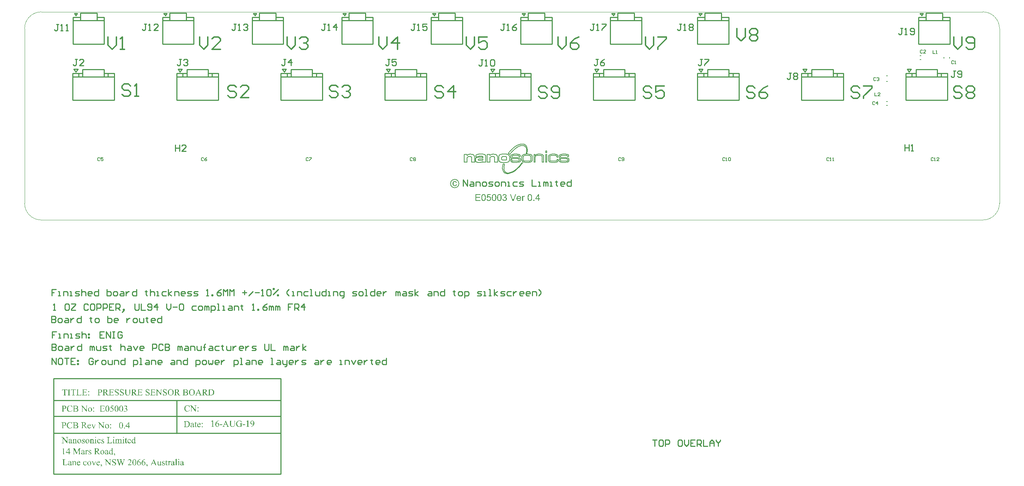
<source format=gto>
G04 Layer_Color=65535*
%FSLAX42Y42*%
%MOMM*%
G71*
G01*
G75*
%ADD17C,0.25*%
%ADD18C,0.38*%
%ADD22C,0.10*%
%ADD40C,0.13*%
%ADD41C,0.20*%
G36*
X10329Y-4065D02*
X10331D01*
X10333Y-4066D01*
X10337Y-4066D01*
X10342Y-4067D01*
X10347Y-4069D01*
X10352Y-4072D01*
X10357Y-4075D01*
X10357D01*
X10357Y-4075D01*
X10359Y-4077D01*
X10361Y-4079D01*
X10363Y-4082D01*
X10366Y-4085D01*
X10368Y-4090D01*
X10371Y-4095D01*
X10372Y-4102D01*
X10353Y-4105D01*
Y-4104D01*
X10353Y-4104D01*
X10353Y-4103D01*
X10352Y-4101D01*
X10351Y-4098D01*
X10350Y-4095D01*
X10348Y-4092D01*
X10346Y-4090D01*
X10343Y-4087D01*
X10343Y-4087D01*
X10342Y-4086D01*
X10341Y-4085D01*
X10339Y-4084D01*
X10336Y-4083D01*
X10334Y-4082D01*
X10330Y-4082D01*
X10327Y-4081D01*
X10325D01*
X10324Y-4082D01*
X10322Y-4082D01*
X10318Y-4083D01*
X10315Y-4084D01*
X10310Y-4086D01*
X10306Y-4088D01*
X10305Y-4090D01*
X10303Y-4092D01*
Y-4092D01*
X10302Y-4092D01*
X10302Y-4093D01*
X10301Y-4094D01*
X10301Y-4095D01*
X10300Y-4097D01*
X10299Y-4098D01*
X10298Y-4100D01*
X10297Y-4102D01*
X10296Y-4105D01*
X10296Y-4108D01*
X10295Y-4111D01*
X10294Y-4114D01*
X10294Y-4118D01*
X10293Y-4122D01*
Y-4126D01*
Y-4126D01*
Y-4127D01*
Y-4128D01*
X10294Y-4129D01*
Y-4132D01*
X10294Y-4134D01*
X10295Y-4139D01*
X10296Y-4144D01*
X10297Y-4150D01*
X10299Y-4155D01*
X10301Y-4158D01*
X10302Y-4160D01*
X10303Y-4160D01*
X10304Y-4161D01*
X10306Y-4163D01*
X10309Y-4165D01*
X10312Y-4167D01*
X10316Y-4169D01*
X10321Y-4170D01*
X10323Y-4170D01*
X10326Y-4170D01*
X10326D01*
X10327Y-4170D01*
X10330Y-4170D01*
X10332Y-4169D01*
X10335Y-4169D01*
X10339Y-4167D01*
X10342Y-4166D01*
X10345Y-4163D01*
X10345Y-4163D01*
X10346Y-4162D01*
X10347Y-4160D01*
X10349Y-4158D01*
X10351Y-4155D01*
X10352Y-4151D01*
X10354Y-4146D01*
X10355Y-4141D01*
X10374Y-4144D01*
Y-4144D01*
X10374Y-4145D01*
X10374Y-4146D01*
X10374Y-4147D01*
X10373Y-4149D01*
X10373Y-4151D01*
X10371Y-4155D01*
X10369Y-4160D01*
X10366Y-4166D01*
X10362Y-4171D01*
X10360Y-4173D01*
X10358Y-4175D01*
X10358Y-4175D01*
X10357Y-4176D01*
X10356Y-4176D01*
X10355Y-4177D01*
X10354Y-4178D01*
X10353Y-4179D01*
X10351Y-4180D01*
X10349Y-4181D01*
X10344Y-4183D01*
X10339Y-4184D01*
X10333Y-4186D01*
X10329Y-4186D01*
X10326Y-4186D01*
X10324D01*
X10322Y-4186D01*
X10320Y-4186D01*
X10318Y-4185D01*
X10315Y-4185D01*
X10312Y-4184D01*
X10306Y-4183D01*
X10303Y-4181D01*
X10300Y-4180D01*
X10296Y-4178D01*
X10293Y-4176D01*
X10290Y-4174D01*
X10288Y-4171D01*
X10287Y-4171D01*
X10287Y-4170D01*
X10286Y-4169D01*
X10285Y-4168D01*
X10284Y-4166D01*
X10283Y-4164D01*
X10282Y-4162D01*
X10281Y-4160D01*
X10279Y-4156D01*
X10278Y-4153D01*
X10277Y-4150D01*
X10276Y-4145D01*
X10275Y-4141D01*
X10274Y-4136D01*
X10274Y-4132D01*
X10273Y-4126D01*
Y-4126D01*
Y-4125D01*
Y-4124D01*
Y-4123D01*
X10274Y-4121D01*
Y-4119D01*
X10274Y-4117D01*
X10274Y-4115D01*
X10275Y-4110D01*
X10276Y-4104D01*
X10277Y-4099D01*
X10279Y-4093D01*
Y-4093D01*
X10280Y-4093D01*
X10280Y-4092D01*
X10281Y-4091D01*
X10282Y-4088D01*
X10284Y-4085D01*
X10287Y-4082D01*
X10290Y-4079D01*
X10294Y-4075D01*
X10298Y-4072D01*
X10299D01*
X10299Y-4072D01*
X10300Y-4072D01*
X10301Y-4071D01*
X10302Y-4071D01*
X10303Y-4070D01*
X10307Y-4069D01*
X10311Y-4067D01*
X10315Y-4066D01*
X10321Y-4065D01*
X10326Y-4065D01*
X10328D01*
X10329Y-4065D01*
D02*
G37*
G36*
X11989Y-4420D02*
X11991Y-4420D01*
X11995Y-4421D01*
X11998Y-4422D01*
X12002Y-4424D01*
X12006Y-4426D01*
X11998Y-4444D01*
X11998Y-4444D01*
X11997Y-4444D01*
X11996Y-4443D01*
X11994Y-4442D01*
X11992Y-4442D01*
X11989Y-4441D01*
X11987Y-4440D01*
X11984Y-4440D01*
X11983D01*
X11982Y-4440D01*
X11980Y-4441D01*
X11978Y-4441D01*
X11976Y-4442D01*
X11974Y-4443D01*
X11972Y-4444D01*
X11972Y-4444D01*
X11971Y-4445D01*
X11971Y-4446D01*
X11969Y-4447D01*
X11968Y-4449D01*
X11967Y-4450D01*
X11966Y-4453D01*
X11965Y-4455D01*
X11965Y-4456D01*
X11964Y-4457D01*
X11964Y-4459D01*
X11963Y-4462D01*
X11963Y-4466D01*
X11962Y-4470D01*
X11962Y-4474D01*
X11962Y-4478D01*
Y-4540D01*
X11942D01*
Y-4422D01*
X11960D01*
Y-4440D01*
X11960Y-4440D01*
X11961Y-4438D01*
X11962Y-4436D01*
X11964Y-4433D01*
X11966Y-4431D01*
X11968Y-4428D01*
X11970Y-4426D01*
X11972Y-4424D01*
X11972Y-4423D01*
X11973Y-4423D01*
X11975Y-4422D01*
X11976Y-4422D01*
X11978Y-4421D01*
X11980Y-4420D01*
X11983Y-4420D01*
X11985Y-4419D01*
X11987D01*
X11989Y-4420D01*
D02*
G37*
G36*
X11525Y-4377D02*
X11528Y-4377D01*
X11531Y-4378D01*
X11536Y-4379D01*
X11540Y-4381D01*
X11544Y-4383D01*
X11544D01*
X11545Y-4383D01*
X11546Y-4384D01*
X11548Y-4385D01*
X11550Y-4387D01*
X11553Y-4389D01*
X11556Y-4392D01*
X11559Y-4395D01*
X11561Y-4398D01*
X11562Y-4399D01*
X11562Y-4400D01*
X11563Y-4402D01*
X11564Y-4404D01*
X11565Y-4407D01*
X11566Y-4411D01*
X11567Y-4415D01*
X11567Y-4419D01*
Y-4419D01*
Y-4421D01*
X11567Y-4423D01*
X11567Y-4425D01*
X11566Y-4428D01*
X11565Y-4432D01*
X11563Y-4435D01*
X11562Y-4438D01*
X11561Y-4439D01*
X11561Y-4440D01*
X11559Y-4441D01*
X11557Y-4443D01*
X11555Y-4445D01*
X11552Y-4448D01*
X11549Y-4450D01*
X11545Y-4452D01*
X11545D01*
X11546Y-4452D01*
X11546Y-4452D01*
X11547Y-4453D01*
X11550Y-4454D01*
X11553Y-4455D01*
X11557Y-4457D01*
X11561Y-4459D01*
X11564Y-4462D01*
X11567Y-4466D01*
X11568Y-4466D01*
X11569Y-4468D01*
X11570Y-4470D01*
X11571Y-4473D01*
X11573Y-4477D01*
X11574Y-4481D01*
X11575Y-4486D01*
X11575Y-4492D01*
Y-4492D01*
Y-4493D01*
Y-4494D01*
X11575Y-4496D01*
X11575Y-4497D01*
X11574Y-4500D01*
X11574Y-4502D01*
X11573Y-4505D01*
X11572Y-4510D01*
X11570Y-4513D01*
X11569Y-4516D01*
X11567Y-4519D01*
X11565Y-4522D01*
X11562Y-4525D01*
X11560Y-4528D01*
X11559Y-4528D01*
X11559Y-4529D01*
X11558Y-4529D01*
X11557Y-4530D01*
X11555Y-4532D01*
X11554Y-4533D01*
X11551Y-4534D01*
X11549Y-4535D01*
X11546Y-4537D01*
X11543Y-4538D01*
X11540Y-4539D01*
X11537Y-4540D01*
X11533Y-4541D01*
X11529Y-4542D01*
X11525Y-4543D01*
X11520Y-4543D01*
X11518D01*
X11517Y-4543D01*
X11515Y-4542D01*
X11513Y-4542D01*
X11511Y-4542D01*
X11508Y-4541D01*
X11502Y-4540D01*
X11496Y-4537D01*
X11493Y-4536D01*
X11491Y-4534D01*
X11488Y-4532D01*
X11485Y-4530D01*
X11485Y-4530D01*
X11484Y-4529D01*
X11483Y-4529D01*
X11483Y-4528D01*
X11482Y-4527D01*
X11480Y-4525D01*
X11479Y-4523D01*
X11478Y-4521D01*
X11476Y-4519D01*
X11475Y-4517D01*
X11472Y-4511D01*
X11470Y-4504D01*
X11469Y-4501D01*
X11469Y-4497D01*
X11489Y-4494D01*
Y-4495D01*
X11489Y-4495D01*
X11489Y-4496D01*
X11490Y-4497D01*
X11490Y-4499D01*
X11490Y-4500D01*
X11491Y-4504D01*
X11493Y-4508D01*
X11495Y-4512D01*
X11498Y-4516D01*
X11500Y-4519D01*
X11501Y-4519D01*
X11502Y-4520D01*
X11504Y-4521D01*
X11506Y-4523D01*
X11509Y-4524D01*
X11512Y-4525D01*
X11516Y-4526D01*
X11521Y-4526D01*
X11522D01*
X11523Y-4526D01*
X11526Y-4526D01*
X11529Y-4525D01*
X11533Y-4524D01*
X11537Y-4522D01*
X11541Y-4520D01*
X11544Y-4517D01*
X11545Y-4516D01*
X11546Y-4515D01*
X11547Y-4513D01*
X11549Y-4510D01*
X11551Y-4506D01*
X11553Y-4502D01*
X11554Y-4498D01*
X11554Y-4493D01*
Y-4492D01*
Y-4492D01*
Y-4491D01*
X11554Y-4490D01*
X11554Y-4488D01*
X11553Y-4485D01*
X11552Y-4481D01*
X11550Y-4477D01*
X11548Y-4473D01*
X11545Y-4470D01*
X11545Y-4469D01*
X11543Y-4468D01*
X11542Y-4467D01*
X11539Y-4465D01*
X11536Y-4464D01*
X11532Y-4462D01*
X11527Y-4461D01*
X11522Y-4461D01*
X11520D01*
X11519Y-4461D01*
X11516Y-4461D01*
X11514Y-4462D01*
X11511Y-4462D01*
X11508Y-4463D01*
X11511Y-4445D01*
X11512D01*
X11513Y-4446D01*
X11516D01*
X11518Y-4445D01*
X11521Y-4445D01*
X11525Y-4444D01*
X11529Y-4443D01*
X11533Y-4441D01*
X11537Y-4439D01*
X11537D01*
X11537Y-4439D01*
X11538Y-4438D01*
X11540Y-4436D01*
X11542Y-4434D01*
X11544Y-4431D01*
X11545Y-4427D01*
X11546Y-4423D01*
X11547Y-4421D01*
Y-4419D01*
Y-4418D01*
Y-4418D01*
Y-4417D01*
X11546Y-4415D01*
X11546Y-4412D01*
X11545Y-4409D01*
X11544Y-4406D01*
X11542Y-4403D01*
X11539Y-4400D01*
X11539Y-4400D01*
X11538Y-4399D01*
X11536Y-4398D01*
X11534Y-4397D01*
X11531Y-4396D01*
X11528Y-4394D01*
X11524Y-4393D01*
X11520Y-4393D01*
X11518D01*
X11516Y-4394D01*
X11513Y-4394D01*
X11510Y-4395D01*
X11507Y-4396D01*
X11504Y-4398D01*
X11501Y-4400D01*
X11501Y-4401D01*
X11500Y-4402D01*
X11498Y-4403D01*
X11497Y-4406D01*
X11495Y-4409D01*
X11493Y-4413D01*
X11492Y-4417D01*
X11491Y-4422D01*
X11471Y-4419D01*
Y-4419D01*
X11471Y-4418D01*
X11472Y-4417D01*
X11472Y-4415D01*
X11472Y-4414D01*
X11473Y-4412D01*
X11474Y-4407D01*
X11477Y-4402D01*
X11480Y-4397D01*
X11483Y-4392D01*
X11487Y-4388D01*
X11488Y-4388D01*
X11488Y-4387D01*
X11489Y-4387D01*
X11490Y-4386D01*
X11491Y-4385D01*
X11493Y-4384D01*
X11494Y-4383D01*
X11496Y-4382D01*
X11501Y-4380D01*
X11507Y-4378D01*
X11513Y-4377D01*
X11516Y-4377D01*
X11522D01*
X11525Y-4377D01*
D02*
G37*
G36*
X11735Y-4540D02*
X11713D01*
X11650Y-4377D01*
X11673D01*
X11715Y-4496D01*
Y-4496D01*
X11716Y-4496D01*
X11716Y-4497D01*
X11716Y-4498D01*
X11717Y-4499D01*
X11717Y-4501D01*
X11718Y-4504D01*
X11720Y-4508D01*
X11721Y-4513D01*
X11724Y-4522D01*
Y-4522D01*
X11724Y-4521D01*
X11724Y-4521D01*
X11725Y-4520D01*
X11725Y-4517D01*
X11726Y-4514D01*
X11728Y-4510D01*
X11729Y-4505D01*
X11731Y-4501D01*
X11733Y-4496D01*
X11777Y-4377D01*
X11799D01*
X11735Y-4540D01*
D02*
G37*
G36*
X11190Y-4399D02*
X11124D01*
X11116Y-4442D01*
X11116Y-4442D01*
X11117Y-4442D01*
X11117Y-4442D01*
X11118Y-4441D01*
X11120Y-4440D01*
X11121Y-4439D01*
X11125Y-4437D01*
X11130Y-4435D01*
X11135Y-4434D01*
X11141Y-4433D01*
X11144Y-4432D01*
X11149D01*
X11150Y-4432D01*
X11152Y-4433D01*
X11154Y-4433D01*
X11156Y-4433D01*
X11159Y-4434D01*
X11165Y-4436D01*
X11168Y-4437D01*
X11171Y-4439D01*
X11174Y-4440D01*
X11177Y-4442D01*
X11180Y-4444D01*
X11183Y-4447D01*
X11183Y-4447D01*
X11183Y-4448D01*
X11184Y-4448D01*
X11185Y-4450D01*
X11186Y-4451D01*
X11187Y-4453D01*
X11189Y-4455D01*
X11190Y-4457D01*
X11191Y-4460D01*
X11193Y-4463D01*
X11194Y-4466D01*
X11195Y-4469D01*
X11196Y-4473D01*
X11197Y-4477D01*
X11197Y-4481D01*
X11197Y-4485D01*
Y-4485D01*
Y-4486D01*
Y-4487D01*
X11197Y-4489D01*
X11197Y-4491D01*
X11197Y-4493D01*
X11196Y-4495D01*
X11196Y-4498D01*
X11194Y-4504D01*
X11192Y-4510D01*
X11191Y-4514D01*
X11189Y-4517D01*
X11187Y-4520D01*
X11184Y-4523D01*
X11184Y-4523D01*
X11184Y-4524D01*
X11183Y-4525D01*
X11182Y-4526D01*
X11180Y-4528D01*
X11178Y-4529D01*
X11176Y-4531D01*
X11173Y-4533D01*
X11170Y-4535D01*
X11167Y-4536D01*
X11163Y-4538D01*
X11160Y-4540D01*
X11156Y-4541D01*
X11151Y-4542D01*
X11147Y-4543D01*
X11142Y-4543D01*
X11140D01*
X11138Y-4543D01*
X11136Y-4542D01*
X11134Y-4542D01*
X11131Y-4542D01*
X11129Y-4541D01*
X11123Y-4540D01*
X11117Y-4538D01*
X11114Y-4536D01*
X11111Y-4535D01*
X11108Y-4533D01*
X11105Y-4531D01*
X11105Y-4530D01*
X11105Y-4530D01*
X11104Y-4529D01*
X11103Y-4528D01*
X11102Y-4527D01*
X11101Y-4526D01*
X11099Y-4524D01*
X11098Y-4522D01*
X11097Y-4520D01*
X11095Y-4517D01*
X11093Y-4511D01*
X11091Y-4505D01*
X11090Y-4501D01*
X11089Y-4497D01*
X11110Y-4496D01*
Y-4496D01*
Y-4497D01*
X11111Y-4497D01*
X11111Y-4498D01*
X11112Y-4501D01*
X11113Y-4505D01*
X11114Y-4508D01*
X11116Y-4512D01*
X11118Y-4516D01*
X11121Y-4519D01*
X11121Y-4519D01*
X11122Y-4520D01*
X11124Y-4521D01*
X11127Y-4523D01*
X11130Y-4524D01*
X11133Y-4525D01*
X11137Y-4526D01*
X11142Y-4526D01*
X11143D01*
X11144Y-4526D01*
X11147Y-4526D01*
X11150Y-4525D01*
X11154Y-4524D01*
X11158Y-4522D01*
X11162Y-4519D01*
X11164Y-4517D01*
X11166Y-4516D01*
X11166Y-4515D01*
X11167Y-4515D01*
X11167Y-4514D01*
X11168Y-4514D01*
X11169Y-4511D01*
X11171Y-4508D01*
X11173Y-4504D01*
X11175Y-4499D01*
X11176Y-4493D01*
X11176Y-4490D01*
Y-4487D01*
Y-4486D01*
Y-4486D01*
Y-4485D01*
X11176Y-4484D01*
Y-4482D01*
X11176Y-4481D01*
X11175Y-4477D01*
X11174Y-4473D01*
X11172Y-4468D01*
X11170Y-4464D01*
X11167Y-4460D01*
Y-4460D01*
X11166Y-4459D01*
X11165Y-4458D01*
X11163Y-4457D01*
X11160Y-4455D01*
X11156Y-4453D01*
X11152Y-4451D01*
X11147Y-4450D01*
X11144Y-4450D01*
X11140D01*
X11138Y-4450D01*
X11136Y-4450D01*
X11133Y-4451D01*
X11130Y-4452D01*
X11127Y-4453D01*
X11124Y-4454D01*
X11124Y-4454D01*
X11123Y-4455D01*
X11121Y-4456D01*
X11119Y-4457D01*
X11117Y-4459D01*
X11116Y-4461D01*
X11113Y-4463D01*
X11112Y-4466D01*
X11093Y-4463D01*
X11109Y-4380D01*
X11190D01*
Y-4399D01*
D02*
G37*
G36*
X12349Y-4483D02*
X12371D01*
Y-4501D01*
X12349D01*
Y-4540D01*
X12329D01*
Y-4501D01*
X12258D01*
Y-4483D01*
X12332Y-4377D01*
X12349D01*
Y-4483D01*
D02*
G37*
G36*
X12236Y-4540D02*
X12213D01*
Y-4517D01*
X12236D01*
Y-4540D01*
D02*
G37*
G36*
X10938Y-4397D02*
X10842D01*
Y-4446D01*
X10932D01*
Y-4466D01*
X10842D01*
Y-4521D01*
X10941D01*
Y-4540D01*
X10820D01*
Y-4377D01*
X10938D01*
Y-4397D01*
D02*
G37*
G36*
X11868Y-4420D02*
X11870Y-4420D01*
X11872Y-4420D01*
X11874Y-4421D01*
X11878Y-4422D01*
X11880Y-4422D01*
X11884Y-4423D01*
X11887Y-4425D01*
X11890Y-4426D01*
X11893Y-4428D01*
X11897Y-4430D01*
X11900Y-4433D01*
X11902Y-4436D01*
X11903Y-4436D01*
X11903Y-4436D01*
X11904Y-4437D01*
X11905Y-4439D01*
X11906Y-4440D01*
X11907Y-4442D01*
X11909Y-4445D01*
X11910Y-4447D01*
X11911Y-4450D01*
X11913Y-4454D01*
X11914Y-4458D01*
X11915Y-4462D01*
X11916Y-4466D01*
X11917Y-4471D01*
X11917Y-4476D01*
X11917Y-4481D01*
Y-4481D01*
Y-4482D01*
Y-4484D01*
X11917Y-4486D01*
X11829D01*
Y-4486D01*
Y-4487D01*
X11829Y-4488D01*
Y-4489D01*
X11830Y-4491D01*
X11830Y-4493D01*
X11831Y-4497D01*
X11832Y-4502D01*
X11834Y-4507D01*
X11837Y-4512D01*
X11840Y-4516D01*
X11840D01*
X11840Y-4517D01*
X11842Y-4518D01*
X11844Y-4519D01*
X11847Y-4521D01*
X11850Y-4523D01*
X11855Y-4524D01*
X11859Y-4526D01*
X11862Y-4526D01*
X11865Y-4526D01*
X11867D01*
X11869Y-4526D01*
X11871Y-4525D01*
X11874Y-4525D01*
X11878Y-4524D01*
X11881Y-4522D01*
X11884Y-4520D01*
X11884Y-4520D01*
X11885Y-4519D01*
X11886Y-4518D01*
X11888Y-4516D01*
X11890Y-4513D01*
X11892Y-4510D01*
X11894Y-4506D01*
X11896Y-4502D01*
X11917Y-4505D01*
Y-4505D01*
X11917Y-4505D01*
X11916Y-4506D01*
X11916Y-4508D01*
X11915Y-4509D01*
X11914Y-4511D01*
X11913Y-4515D01*
X11910Y-4519D01*
X11907Y-4524D01*
X11903Y-4528D01*
X11898Y-4533D01*
X11898D01*
X11898Y-4533D01*
X11897Y-4534D01*
X11896Y-4534D01*
X11895Y-4535D01*
X11893Y-4536D01*
X11891Y-4537D01*
X11889Y-4538D01*
X11887Y-4539D01*
X11885Y-4540D01*
X11879Y-4541D01*
X11872Y-4542D01*
X11865Y-4543D01*
X11862D01*
X11861Y-4542D01*
X11858Y-4542D01*
X11856Y-4542D01*
X11853Y-4541D01*
X11850Y-4541D01*
X11843Y-4539D01*
X11840Y-4537D01*
X11837Y-4536D01*
X11833Y-4534D01*
X11830Y-4532D01*
X11827Y-4530D01*
X11824Y-4527D01*
X11823Y-4527D01*
X11823Y-4526D01*
X11822Y-4525D01*
X11821Y-4524D01*
X11820Y-4522D01*
X11819Y-4520D01*
X11818Y-4518D01*
X11816Y-4515D01*
X11815Y-4512D01*
X11813Y-4509D01*
X11812Y-4505D01*
X11811Y-4501D01*
X11810Y-4497D01*
X11809Y-4492D01*
X11809Y-4487D01*
X11809Y-4482D01*
Y-4482D01*
Y-4481D01*
Y-4479D01*
X11809Y-4477D01*
X11809Y-4475D01*
X11809Y-4472D01*
X11810Y-4469D01*
X11811Y-4465D01*
X11812Y-4458D01*
X11814Y-4454D01*
X11815Y-4450D01*
X11817Y-4446D01*
X11819Y-4443D01*
X11821Y-4439D01*
X11824Y-4436D01*
X11824Y-4436D01*
X11825Y-4435D01*
X11826Y-4435D01*
X11827Y-4433D01*
X11828Y-4432D01*
X11830Y-4431D01*
X11832Y-4429D01*
X11835Y-4428D01*
X11837Y-4426D01*
X11840Y-4425D01*
X11844Y-4423D01*
X11847Y-4422D01*
X11851Y-4421D01*
X11855Y-4420D01*
X11859Y-4420D01*
X11864Y-4419D01*
X11866D01*
X11868Y-4420D01*
D02*
G37*
G36*
X12133Y-4377D02*
X12136Y-4377D01*
X12139Y-4378D01*
X12143Y-4379D01*
X12147Y-4380D01*
X12151Y-4382D01*
X12151D01*
X12151Y-4382D01*
X12153Y-4383D01*
X12155Y-4384D01*
X12157Y-4386D01*
X12159Y-4388D01*
X12162Y-4391D01*
X12165Y-4394D01*
X12167Y-4397D01*
X12168Y-4398D01*
X12169Y-4399D01*
X12170Y-4401D01*
X12171Y-4404D01*
X12173Y-4408D01*
X12174Y-4412D01*
X12176Y-4416D01*
X12178Y-4422D01*
Y-4422D01*
X12178Y-4422D01*
X12178Y-4423D01*
X12178Y-4424D01*
X12178Y-4426D01*
X12179Y-4427D01*
X12179Y-4429D01*
X12179Y-4432D01*
X12180Y-4434D01*
X12180Y-4437D01*
X12180Y-4440D01*
X12181Y-4444D01*
X12181Y-4447D01*
Y-4451D01*
X12181Y-4455D01*
Y-4460D01*
Y-4460D01*
Y-4461D01*
Y-4463D01*
Y-4465D01*
X12181Y-4467D01*
Y-4470D01*
X12181Y-4473D01*
X12181Y-4476D01*
X12180Y-4484D01*
X12179Y-4492D01*
X12177Y-4499D01*
X12176Y-4503D01*
X12175Y-4506D01*
Y-4506D01*
X12175Y-4507D01*
X12174Y-4508D01*
X12174Y-4509D01*
X12174Y-4511D01*
X12173Y-4512D01*
X12171Y-4516D01*
X12168Y-4520D01*
X12165Y-4525D01*
X12162Y-4529D01*
X12158Y-4533D01*
X12157D01*
X12157Y-4534D01*
X12156Y-4534D01*
X12155Y-4535D01*
X12154Y-4536D01*
X12153Y-4536D01*
X12150Y-4538D01*
X12145Y-4540D01*
X12140Y-4541D01*
X12135Y-4542D01*
X12128Y-4543D01*
X12126D01*
X12124Y-4543D01*
X12122Y-4542D01*
X12120Y-4542D01*
X12117Y-4541D01*
X12115Y-4541D01*
X12112Y-4540D01*
X12109Y-4539D01*
X12106Y-4537D01*
X12103Y-4536D01*
X12100Y-4534D01*
X12096Y-4532D01*
X12094Y-4529D01*
X12091Y-4526D01*
X12091Y-4526D01*
X12090Y-4525D01*
X12090Y-4524D01*
X12088Y-4522D01*
X12087Y-4520D01*
X12086Y-4517D01*
X12085Y-4514D01*
X12083Y-4510D01*
X12082Y-4506D01*
X12080Y-4501D01*
X12079Y-4496D01*
X12078Y-4489D01*
X12077Y-4483D01*
X12076Y-4476D01*
X12075Y-4468D01*
X12075Y-4460D01*
Y-4460D01*
Y-4459D01*
Y-4457D01*
Y-4455D01*
X12075Y-4453D01*
Y-4450D01*
X12076Y-4447D01*
X12076Y-4443D01*
X12077Y-4436D01*
X12078Y-4428D01*
X12079Y-4420D01*
X12080Y-4417D01*
X12081Y-4413D01*
Y-4413D01*
X12081Y-4413D01*
X12082Y-4412D01*
X12082Y-4411D01*
X12083Y-4409D01*
X12084Y-4407D01*
X12085Y-4403D01*
X12088Y-4399D01*
X12091Y-4395D01*
X12094Y-4390D01*
X12099Y-4386D01*
X12099D01*
X12099Y-4386D01*
X12100Y-4385D01*
X12101Y-4385D01*
X12102Y-4384D01*
X12103Y-4383D01*
X12107Y-4381D01*
X12111Y-4380D01*
X12116Y-4378D01*
X12122Y-4377D01*
X12128Y-4377D01*
X12130D01*
X12133Y-4377D01*
D02*
G37*
G36*
X11400D02*
X11403Y-4377D01*
X11407Y-4378D01*
X11410Y-4379D01*
X11414Y-4380D01*
X11418Y-4382D01*
X11418D01*
X11419Y-4382D01*
X11420Y-4383D01*
X11422Y-4384D01*
X11424Y-4386D01*
X11427Y-4388D01*
X11429Y-4391D01*
X11432Y-4394D01*
X11435Y-4397D01*
X11435Y-4398D01*
X11436Y-4399D01*
X11437Y-4401D01*
X11438Y-4404D01*
X11440Y-4408D01*
X11442Y-4412D01*
X11443Y-4416D01*
X11445Y-4422D01*
Y-4422D01*
X11445Y-4422D01*
X11445Y-4423D01*
X11445Y-4424D01*
X11446Y-4426D01*
X11446Y-4427D01*
X11446Y-4429D01*
X11447Y-4432D01*
X11447Y-4434D01*
X11447Y-4437D01*
X11448Y-4440D01*
X11448Y-4444D01*
X11448Y-4447D01*
Y-4451D01*
X11448Y-4455D01*
Y-4460D01*
Y-4460D01*
Y-4461D01*
Y-4463D01*
Y-4465D01*
X11448Y-4467D01*
Y-4470D01*
X11448Y-4473D01*
X11448Y-4476D01*
X11447Y-4484D01*
X11446Y-4492D01*
X11444Y-4499D01*
X11444Y-4503D01*
X11442Y-4506D01*
Y-4506D01*
X11442Y-4507D01*
X11442Y-4508D01*
X11441Y-4509D01*
X11441Y-4511D01*
X11440Y-4512D01*
X11438Y-4516D01*
X11436Y-4520D01*
X11433Y-4525D01*
X11429Y-4529D01*
X11425Y-4533D01*
X11425D01*
X11424Y-4534D01*
X11424Y-4534D01*
X11423Y-4535D01*
X11421Y-4536D01*
X11420Y-4536D01*
X11417Y-4538D01*
X11413Y-4540D01*
X11408Y-4541D01*
X11402Y-4542D01*
X11395Y-4543D01*
X11393D01*
X11391Y-4543D01*
X11390Y-4542D01*
X11387Y-4542D01*
X11385Y-4541D01*
X11382Y-4541D01*
X11379Y-4540D01*
X11376Y-4539D01*
X11373Y-4537D01*
X11370Y-4536D01*
X11367Y-4534D01*
X11364Y-4532D01*
X11361Y-4529D01*
X11358Y-4526D01*
X11358Y-4526D01*
X11358Y-4525D01*
X11357Y-4524D01*
X11356Y-4522D01*
X11355Y-4520D01*
X11353Y-4517D01*
X11352Y-4514D01*
X11350Y-4510D01*
X11349Y-4506D01*
X11347Y-4501D01*
X11346Y-4496D01*
X11345Y-4489D01*
X11344Y-4483D01*
X11343Y-4476D01*
X11343Y-4468D01*
X11342Y-4460D01*
Y-4460D01*
Y-4459D01*
Y-4457D01*
Y-4455D01*
X11343Y-4453D01*
Y-4450D01*
X11343Y-4447D01*
X11343Y-4443D01*
X11344Y-4436D01*
X11345Y-4428D01*
X11346Y-4420D01*
X11347Y-4417D01*
X11348Y-4413D01*
Y-4413D01*
X11348Y-4413D01*
X11349Y-4412D01*
X11349Y-4411D01*
X11350Y-4409D01*
X11351Y-4407D01*
X11353Y-4403D01*
X11355Y-4399D01*
X11358Y-4395D01*
X11362Y-4390D01*
X11366Y-4386D01*
X11366D01*
X11366Y-4386D01*
X11367Y-4385D01*
X11368Y-4385D01*
X11369Y-4384D01*
X11370Y-4383D01*
X11374Y-4381D01*
X11378Y-4380D01*
X11383Y-4378D01*
X11389Y-4377D01*
X11395Y-4377D01*
X11398D01*
X11400Y-4377D01*
D02*
G37*
G36*
X11274D02*
X11277Y-4377D01*
X11280Y-4378D01*
X11284Y-4379D01*
X11288Y-4380D01*
X11292Y-4382D01*
X11292D01*
X11292Y-4382D01*
X11293Y-4383D01*
X11295Y-4384D01*
X11298Y-4386D01*
X11300Y-4388D01*
X11303Y-4391D01*
X11306Y-4394D01*
X11308Y-4397D01*
X11308Y-4398D01*
X11309Y-4399D01*
X11310Y-4401D01*
X11312Y-4404D01*
X11313Y-4408D01*
X11315Y-4412D01*
X11317Y-4416D01*
X11318Y-4422D01*
Y-4422D01*
X11319Y-4422D01*
X11319Y-4423D01*
X11319Y-4424D01*
X11319Y-4426D01*
X11320Y-4427D01*
X11320Y-4429D01*
X11320Y-4432D01*
X11321Y-4434D01*
X11321Y-4437D01*
X11321Y-4440D01*
X11322Y-4444D01*
X11322Y-4447D01*
Y-4451D01*
X11322Y-4455D01*
Y-4460D01*
Y-4460D01*
Y-4461D01*
Y-4463D01*
Y-4465D01*
X11322Y-4467D01*
Y-4470D01*
X11322Y-4473D01*
X11321Y-4476D01*
X11321Y-4484D01*
X11320Y-4492D01*
X11318Y-4499D01*
X11317Y-4503D01*
X11316Y-4506D01*
Y-4506D01*
X11316Y-4507D01*
X11315Y-4508D01*
X11315Y-4509D01*
X11314Y-4511D01*
X11313Y-4512D01*
X11312Y-4516D01*
X11309Y-4520D01*
X11306Y-4525D01*
X11303Y-4529D01*
X11298Y-4533D01*
X11298D01*
X11298Y-4534D01*
X11297Y-4534D01*
X11296Y-4535D01*
X11295Y-4536D01*
X11294Y-4536D01*
X11290Y-4538D01*
X11286Y-4540D01*
X11281Y-4541D01*
X11275Y-4542D01*
X11269Y-4543D01*
X11267D01*
X11265Y-4543D01*
X11263Y-4542D01*
X11261Y-4542D01*
X11258Y-4541D01*
X11255Y-4541D01*
X11253Y-4540D01*
X11249Y-4539D01*
X11246Y-4537D01*
X11243Y-4536D01*
X11240Y-4534D01*
X11237Y-4532D01*
X11234Y-4529D01*
X11232Y-4526D01*
X11232Y-4526D01*
X11231Y-4525D01*
X11230Y-4524D01*
X11229Y-4522D01*
X11228Y-4520D01*
X11227Y-4517D01*
X11225Y-4514D01*
X11224Y-4510D01*
X11222Y-4506D01*
X11221Y-4501D01*
X11220Y-4496D01*
X11218Y-4489D01*
X11217Y-4483D01*
X11217Y-4476D01*
X11216Y-4468D01*
X11216Y-4460D01*
Y-4460D01*
Y-4459D01*
Y-4457D01*
Y-4455D01*
X11216Y-4453D01*
Y-4450D01*
X11216Y-4447D01*
X11217Y-4443D01*
X11217Y-4436D01*
X11218Y-4428D01*
X11220Y-4420D01*
X11221Y-4417D01*
X11222Y-4413D01*
Y-4413D01*
X11222Y-4413D01*
X11222Y-4412D01*
X11223Y-4411D01*
X11223Y-4409D01*
X11224Y-4407D01*
X11226Y-4403D01*
X11229Y-4399D01*
X11232Y-4395D01*
X11235Y-4390D01*
X11239Y-4386D01*
X11240D01*
X11240Y-4386D01*
X11241Y-4385D01*
X11242Y-4385D01*
X11243Y-4384D01*
X11244Y-4383D01*
X11248Y-4381D01*
X11252Y-4380D01*
X11257Y-4378D01*
X11263Y-4377D01*
X11269Y-4377D01*
X11271D01*
X11274Y-4377D01*
D02*
G37*
G36*
X11021D02*
X11024Y-4377D01*
X11027Y-4378D01*
X11031Y-4379D01*
X11035Y-4380D01*
X11039Y-4382D01*
X11039D01*
X11039Y-4382D01*
X11041Y-4383D01*
X11042Y-4384D01*
X11045Y-4386D01*
X11047Y-4388D01*
X11050Y-4391D01*
X11053Y-4394D01*
X11055Y-4397D01*
X11056Y-4398D01*
X11057Y-4399D01*
X11058Y-4401D01*
X11059Y-4404D01*
X11061Y-4408D01*
X11062Y-4412D01*
X11064Y-4416D01*
X11066Y-4422D01*
Y-4422D01*
X11066Y-4422D01*
X11066Y-4423D01*
X11066Y-4424D01*
X11066Y-4426D01*
X11067Y-4427D01*
X11067Y-4429D01*
X11067Y-4432D01*
X11068Y-4434D01*
X11068Y-4437D01*
X11068Y-4440D01*
X11069Y-4444D01*
X11069Y-4447D01*
Y-4451D01*
X11069Y-4455D01*
Y-4460D01*
Y-4460D01*
Y-4461D01*
Y-4463D01*
Y-4465D01*
X11069Y-4467D01*
Y-4470D01*
X11069Y-4473D01*
X11069Y-4476D01*
X11068Y-4484D01*
X11067Y-4492D01*
X11065Y-4499D01*
X11064Y-4503D01*
X11063Y-4506D01*
Y-4506D01*
X11063Y-4507D01*
X11062Y-4508D01*
X11062Y-4509D01*
X11062Y-4511D01*
X11061Y-4512D01*
X11059Y-4516D01*
X11056Y-4520D01*
X11053Y-4525D01*
X11050Y-4529D01*
X11046Y-4533D01*
X11045D01*
X11045Y-4534D01*
X11044Y-4534D01*
X11043Y-4535D01*
X11042Y-4536D01*
X11041Y-4536D01*
X11038Y-4538D01*
X11033Y-4540D01*
X11028Y-4541D01*
X11023Y-4542D01*
X11016Y-4543D01*
X11014D01*
X11012Y-4543D01*
X11010Y-4542D01*
X11008Y-4542D01*
X11005Y-4541D01*
X11003Y-4541D01*
X11000Y-4540D01*
X10997Y-4539D01*
X10994Y-4537D01*
X10991Y-4536D01*
X10988Y-4534D01*
X10984Y-4532D01*
X10982Y-4529D01*
X10979Y-4526D01*
X10979Y-4526D01*
X10978Y-4525D01*
X10978Y-4524D01*
X10976Y-4522D01*
X10975Y-4520D01*
X10974Y-4517D01*
X10972Y-4514D01*
X10971Y-4510D01*
X10970Y-4506D01*
X10968Y-4501D01*
X10967Y-4496D01*
X10966Y-4489D01*
X10964Y-4483D01*
X10964Y-4476D01*
X10963Y-4468D01*
X10963Y-4460D01*
Y-4460D01*
Y-4459D01*
Y-4457D01*
Y-4455D01*
X10963Y-4453D01*
Y-4450D01*
X10964Y-4447D01*
X10964Y-4443D01*
X10964Y-4436D01*
X10966Y-4428D01*
X10967Y-4420D01*
X10968Y-4417D01*
X10969Y-4413D01*
Y-4413D01*
X10969Y-4413D01*
X10970Y-4412D01*
X10970Y-4411D01*
X10971Y-4409D01*
X10972Y-4407D01*
X10973Y-4403D01*
X10976Y-4399D01*
X10979Y-4395D01*
X10982Y-4390D01*
X10987Y-4386D01*
X10987D01*
X10987Y-4386D01*
X10988Y-4385D01*
X10989Y-4385D01*
X10990Y-4384D01*
X10991Y-4383D01*
X10995Y-4381D01*
X10999Y-4380D01*
X11004Y-4378D01*
X11010Y-4377D01*
X11016Y-4377D01*
X11018D01*
X11021Y-4377D01*
D02*
G37*
G36*
X3408Y-9114D02*
X3403D01*
Y-9114D01*
Y-9113D01*
X3403Y-9113D01*
X3403Y-9111D01*
X3403Y-9109D01*
X3402Y-9106D01*
X3401Y-9102D01*
X3400Y-9098D01*
X3398Y-9094D01*
X3396Y-9091D01*
X3396Y-9090D01*
X3396Y-9089D01*
X3394Y-9088D01*
X3393Y-9086D01*
X3391Y-9084D01*
X3388Y-9082D01*
X3386Y-9079D01*
X3382Y-9077D01*
X3382Y-9077D01*
X3381Y-9076D01*
X3379Y-9076D01*
X3376Y-9075D01*
X3373Y-9074D01*
X3370Y-9073D01*
X3367Y-9072D01*
X3363Y-9072D01*
X3361D01*
X3359Y-9073D01*
X3356Y-9073D01*
X3354Y-9074D01*
X3350Y-9075D01*
X3347Y-9077D01*
X3345Y-9079D01*
X3344Y-9079D01*
X3343Y-9080D01*
X3342Y-9082D01*
X3341Y-9084D01*
X3340Y-9086D01*
X3338Y-9089D01*
X3338Y-9092D01*
X3337Y-9095D01*
Y-9095D01*
Y-9096D01*
X3338Y-9097D01*
X3338Y-9099D01*
X3338Y-9101D01*
X3339Y-9103D01*
X3340Y-9105D01*
X3342Y-9107D01*
X3342Y-9107D01*
X3343Y-9108D01*
X3343Y-9108D01*
X3344Y-9109D01*
X3345Y-9110D01*
X3347Y-9111D01*
X3348Y-9113D01*
X3350Y-9114D01*
X3353Y-9116D01*
X3355Y-9117D01*
X3358Y-9119D01*
X3361Y-9121D01*
X3365Y-9124D01*
X3369Y-9126D01*
X3374Y-9128D01*
X3374Y-9129D01*
X3375Y-9129D01*
X3376Y-9129D01*
X3377Y-9130D01*
X3379Y-9131D01*
X3380Y-9132D01*
X3385Y-9135D01*
X3389Y-9137D01*
X3394Y-9140D01*
X3398Y-9143D01*
X3400Y-9144D01*
X3401Y-9145D01*
X3402Y-9145D01*
X3403Y-9146D01*
X3404Y-9148D01*
X3406Y-9149D01*
X3408Y-9151D01*
X3410Y-9154D01*
X3412Y-9156D01*
X3413Y-9159D01*
X3413Y-9159D01*
X3414Y-9160D01*
X3415Y-9162D01*
X3415Y-9164D01*
X3416Y-9166D01*
X3417Y-9169D01*
X3417Y-9173D01*
X3417Y-9176D01*
Y-9176D01*
Y-9176D01*
Y-9177D01*
X3417Y-9178D01*
X3417Y-9180D01*
X3417Y-9182D01*
X3416Y-9185D01*
X3414Y-9190D01*
X3413Y-9192D01*
X3412Y-9195D01*
X3410Y-9197D01*
X3409Y-9199D01*
X3407Y-9202D01*
X3404Y-9204D01*
X3404Y-9204D01*
X3404Y-9205D01*
X3403Y-9205D01*
X3402Y-9206D01*
X3401Y-9207D01*
X3399Y-9208D01*
X3397Y-9209D01*
X3395Y-9210D01*
X3393Y-9211D01*
X3391Y-9212D01*
X3385Y-9214D01*
X3378Y-9216D01*
X3375Y-9216D01*
X3371Y-9216D01*
X3369D01*
X3367Y-9216D01*
X3366D01*
X3363Y-9216D01*
X3359Y-9215D01*
X3359D01*
X3359Y-9215D01*
X3358D01*
X3356Y-9214D01*
X3354Y-9214D01*
X3352Y-9213D01*
X3349Y-9212D01*
X3345Y-9211D01*
X3345Y-9211D01*
X3344Y-9211D01*
X3342Y-9210D01*
X3340Y-9209D01*
X3338Y-9209D01*
X3335Y-9208D01*
X3334Y-9208D01*
X3332Y-9208D01*
X3332D01*
X3331Y-9208D01*
X3329Y-9208D01*
X3328Y-9210D01*
X3328Y-9210D01*
X3328Y-9210D01*
X3327Y-9211D01*
X3327Y-9212D01*
X3326Y-9213D01*
X3326Y-9214D01*
X3326Y-9216D01*
X3322D01*
Y-9166D01*
X3326D01*
Y-9166D01*
X3326Y-9167D01*
Y-9168D01*
X3326Y-9169D01*
X3326Y-9170D01*
X3327Y-9172D01*
X3328Y-9175D01*
X3329Y-9179D01*
X3330Y-9183D01*
X3332Y-9187D01*
X3333Y-9190D01*
X3333Y-9190D01*
X3334Y-9191D01*
X3335Y-9193D01*
X3337Y-9194D01*
X3339Y-9197D01*
X3341Y-9199D01*
X3344Y-9201D01*
X3348Y-9203D01*
X3348D01*
X3348Y-9203D01*
X3349Y-9204D01*
X3351Y-9204D01*
X3354Y-9205D01*
X3357Y-9206D01*
X3361Y-9207D01*
X3365Y-9208D01*
X3369Y-9208D01*
X3370D01*
X3371Y-9208D01*
X3374Y-9207D01*
X3377Y-9207D01*
X3380Y-9206D01*
X3384Y-9205D01*
X3387Y-9203D01*
X3390Y-9201D01*
X3391Y-9201D01*
X3391Y-9199D01*
X3393Y-9198D01*
X3394Y-9196D01*
X3396Y-9194D01*
X3397Y-9191D01*
X3398Y-9187D01*
X3398Y-9184D01*
Y-9184D01*
Y-9183D01*
X3398Y-9182D01*
X3398Y-9180D01*
X3397Y-9179D01*
X3397Y-9177D01*
X3396Y-9175D01*
X3395Y-9173D01*
X3395Y-9173D01*
X3394Y-9172D01*
X3394Y-9171D01*
X3393Y-9170D01*
X3391Y-9168D01*
X3390Y-9166D01*
X3388Y-9165D01*
X3386Y-9163D01*
X3386Y-9163D01*
X3385Y-9162D01*
X3384Y-9161D01*
X3381Y-9160D01*
X3380Y-9159D01*
X3378Y-9158D01*
X3376Y-9157D01*
X3374Y-9156D01*
X3372Y-9154D01*
X3369Y-9153D01*
X3366Y-9151D01*
X3363Y-9149D01*
X3363Y-9149D01*
X3362Y-9149D01*
X3361Y-9148D01*
X3360Y-9147D01*
X3358Y-9146D01*
X3356Y-9145D01*
X3352Y-9143D01*
X3348Y-9141D01*
X3344Y-9138D01*
X3340Y-9135D01*
X3338Y-9134D01*
X3336Y-9132D01*
X3336Y-9132D01*
X3335Y-9131D01*
X3333Y-9130D01*
X3332Y-9128D01*
X3330Y-9126D01*
X3328Y-9124D01*
X3326Y-9121D01*
X3324Y-9119D01*
X3324Y-9118D01*
X3324Y-9117D01*
X3323Y-9116D01*
X3322Y-9114D01*
X3321Y-9111D01*
X3321Y-9108D01*
X3320Y-9106D01*
X3320Y-9102D01*
Y-9102D01*
Y-9101D01*
Y-9101D01*
X3320Y-9099D01*
X3321Y-9098D01*
X3321Y-9096D01*
X3322Y-9093D01*
X3323Y-9089D01*
X3325Y-9084D01*
X3326Y-9082D01*
X3328Y-9079D01*
X3330Y-9077D01*
X3332Y-9075D01*
X3332Y-9075D01*
X3333Y-9075D01*
X3333Y-9074D01*
X3334Y-9073D01*
X3335Y-9072D01*
X3337Y-9071D01*
X3339Y-9070D01*
X3340Y-9069D01*
X3345Y-9067D01*
X3350Y-9065D01*
X3356Y-9064D01*
X3359Y-9064D01*
X3363Y-9064D01*
X3365D01*
X3367Y-9064D01*
X3370Y-9064D01*
X3374Y-9065D01*
X3378Y-9066D01*
X3383Y-9067D01*
X3387Y-9069D01*
X3388D01*
X3388Y-9070D01*
X3389Y-9070D01*
X3391Y-9071D01*
X3394Y-9071D01*
X3395Y-9072D01*
X3396Y-9072D01*
X3396D01*
X3398Y-9072D01*
X3399Y-9071D01*
X3401Y-9070D01*
X3401Y-9070D01*
X3401Y-9070D01*
X3402Y-9069D01*
X3402Y-9068D01*
X3403Y-9067D01*
X3403Y-9065D01*
X3403Y-9064D01*
X3408D01*
Y-9114D01*
D02*
G37*
G36*
X2992D02*
X2988D01*
Y-9114D01*
Y-9113D01*
X2987Y-9113D01*
X2987Y-9111D01*
X2987Y-9109D01*
X2986Y-9106D01*
X2985Y-9102D01*
X2984Y-9098D01*
X2982Y-9094D01*
X2981Y-9091D01*
X2980Y-9090D01*
X2980Y-9089D01*
X2978Y-9088D01*
X2977Y-9086D01*
X2975Y-9084D01*
X2972Y-9082D01*
X2970Y-9079D01*
X2966Y-9077D01*
X2966Y-9077D01*
X2965Y-9076D01*
X2963Y-9076D01*
X2960Y-9075D01*
X2957Y-9074D01*
X2954Y-9073D01*
X2951Y-9072D01*
X2947Y-9072D01*
X2945D01*
X2943Y-9073D01*
X2941Y-9073D01*
X2938Y-9074D01*
X2934Y-9075D01*
X2932Y-9077D01*
X2929Y-9079D01*
X2928Y-9079D01*
X2927Y-9080D01*
X2926Y-9082D01*
X2925Y-9084D01*
X2924Y-9086D01*
X2922Y-9089D01*
X2922Y-9092D01*
X2921Y-9095D01*
Y-9095D01*
Y-9096D01*
X2922Y-9097D01*
X2922Y-9099D01*
X2922Y-9101D01*
X2923Y-9103D01*
X2924Y-9105D01*
X2926Y-9107D01*
X2926Y-9107D01*
X2927Y-9108D01*
X2927Y-9108D01*
X2928Y-9109D01*
X2929Y-9110D01*
X2931Y-9111D01*
X2932Y-9113D01*
X2934Y-9114D01*
X2937Y-9116D01*
X2939Y-9117D01*
X2942Y-9119D01*
X2946Y-9121D01*
X2949Y-9124D01*
X2953Y-9126D01*
X2958Y-9128D01*
X2958Y-9129D01*
X2959Y-9129D01*
X2960Y-9129D01*
X2961Y-9130D01*
X2963Y-9131D01*
X2964Y-9132D01*
X2969Y-9135D01*
X2974Y-9137D01*
X2978Y-9140D01*
X2982Y-9143D01*
X2984Y-9144D01*
X2985Y-9145D01*
X2986Y-9145D01*
X2987Y-9146D01*
X2988Y-9148D01*
X2990Y-9149D01*
X2992Y-9151D01*
X2994Y-9154D01*
X2996Y-9156D01*
X2997Y-9159D01*
X2997Y-9159D01*
X2998Y-9160D01*
X2999Y-9162D01*
X2999Y-9164D01*
X3000Y-9166D01*
X3001Y-9169D01*
X3001Y-9173D01*
X3001Y-9176D01*
Y-9176D01*
Y-9176D01*
Y-9177D01*
X3001Y-9178D01*
X3001Y-9180D01*
X3001Y-9182D01*
X3000Y-9185D01*
X2998Y-9190D01*
X2997Y-9192D01*
X2996Y-9195D01*
X2994Y-9197D01*
X2993Y-9199D01*
X2991Y-9202D01*
X2988Y-9204D01*
X2988Y-9204D01*
X2988Y-9205D01*
X2987Y-9205D01*
X2986Y-9206D01*
X2985Y-9207D01*
X2983Y-9208D01*
X2981Y-9209D01*
X2979Y-9210D01*
X2977Y-9211D01*
X2975Y-9212D01*
X2969Y-9214D01*
X2962Y-9216D01*
X2959Y-9216D01*
X2955Y-9216D01*
X2953D01*
X2951Y-9216D01*
X2950D01*
X2948Y-9216D01*
X2943Y-9215D01*
X2943D01*
X2943Y-9215D01*
X2942D01*
X2940Y-9214D01*
X2939Y-9214D01*
X2936Y-9213D01*
X2933Y-9212D01*
X2929Y-9211D01*
X2929Y-9211D01*
X2928Y-9211D01*
X2926Y-9210D01*
X2924Y-9209D01*
X2922Y-9209D01*
X2920Y-9208D01*
X2918Y-9208D01*
X2916Y-9208D01*
X2916D01*
X2915Y-9208D01*
X2913Y-9208D01*
X2912Y-9210D01*
X2912Y-9210D01*
X2912Y-9210D01*
X2911Y-9211D01*
X2911Y-9212D01*
X2911Y-9213D01*
X2910Y-9214D01*
X2910Y-9216D01*
X2906D01*
Y-9166D01*
X2910D01*
Y-9166D01*
X2910Y-9167D01*
Y-9168D01*
X2910Y-9169D01*
X2911Y-9170D01*
X2911Y-9172D01*
X2912Y-9175D01*
X2913Y-9179D01*
X2914Y-9183D01*
X2916Y-9187D01*
X2917Y-9190D01*
X2918Y-9190D01*
X2918Y-9191D01*
X2919Y-9193D01*
X2921Y-9194D01*
X2923Y-9197D01*
X2925Y-9199D01*
X2928Y-9201D01*
X2932Y-9203D01*
X2932D01*
X2932Y-9203D01*
X2934Y-9204D01*
X2935Y-9204D01*
X2938Y-9205D01*
X2941Y-9206D01*
X2945Y-9207D01*
X2949Y-9208D01*
X2953Y-9208D01*
X2954D01*
X2955Y-9208D01*
X2958Y-9207D01*
X2961Y-9207D01*
X2964Y-9206D01*
X2968Y-9205D01*
X2971Y-9203D01*
X2974Y-9201D01*
X2975Y-9201D01*
X2976Y-9199D01*
X2977Y-9198D01*
X2978Y-9196D01*
X2980Y-9194D01*
X2981Y-9191D01*
X2982Y-9187D01*
X2982Y-9184D01*
Y-9184D01*
Y-9183D01*
X2982Y-9182D01*
X2982Y-9180D01*
X2981Y-9179D01*
X2981Y-9177D01*
X2980Y-9175D01*
X2979Y-9173D01*
X2979Y-9173D01*
X2978Y-9172D01*
X2978Y-9171D01*
X2977Y-9170D01*
X2976Y-9168D01*
X2974Y-9166D01*
X2972Y-9165D01*
X2970Y-9163D01*
X2970Y-9163D01*
X2969Y-9162D01*
X2968Y-9161D01*
X2965Y-9160D01*
X2964Y-9159D01*
X2962Y-9158D01*
X2960Y-9157D01*
X2958Y-9156D01*
X2956Y-9154D01*
X2953Y-9153D01*
X2950Y-9151D01*
X2947Y-9149D01*
X2947Y-9149D01*
X2946Y-9149D01*
X2945Y-9148D01*
X2944Y-9147D01*
X2942Y-9146D01*
X2941Y-9145D01*
X2936Y-9143D01*
X2932Y-9141D01*
X2928Y-9138D01*
X2924Y-9135D01*
X2922Y-9134D01*
X2920Y-9132D01*
X2920Y-9132D01*
X2919Y-9131D01*
X2918Y-9130D01*
X2916Y-9128D01*
X2914Y-9126D01*
X2912Y-9124D01*
X2910Y-9121D01*
X2908Y-9119D01*
X2908Y-9118D01*
X2908Y-9117D01*
X2907Y-9116D01*
X2906Y-9114D01*
X2906Y-9111D01*
X2905Y-9108D01*
X2904Y-9106D01*
X2904Y-9102D01*
Y-9102D01*
Y-9101D01*
Y-9101D01*
X2904Y-9099D01*
X2905Y-9098D01*
X2905Y-9096D01*
X2906Y-9093D01*
X2907Y-9089D01*
X2909Y-9084D01*
X2911Y-9082D01*
X2912Y-9079D01*
X2914Y-9077D01*
X2916Y-9075D01*
X2916Y-9075D01*
X2917Y-9075D01*
X2917Y-9074D01*
X2918Y-9073D01*
X2920Y-9072D01*
X2921Y-9071D01*
X2923Y-9070D01*
X2925Y-9069D01*
X2929Y-9067D01*
X2934Y-9065D01*
X2940Y-9064D01*
X2943Y-9064D01*
X2947Y-9064D01*
X2949D01*
X2951Y-9064D01*
X2954Y-9064D01*
X2958Y-9065D01*
X2962Y-9066D01*
X2967Y-9067D01*
X2971Y-9069D01*
X2972D01*
X2972Y-9070D01*
X2974Y-9070D01*
X2975Y-9071D01*
X2978Y-9071D01*
X2979Y-9072D01*
X2980Y-9072D01*
X2981D01*
X2982Y-9072D01*
X2983Y-9071D01*
X2985Y-9070D01*
X2985Y-9070D01*
X2985Y-9070D01*
X2986Y-9069D01*
X2986Y-9068D01*
X2987Y-9067D01*
X2987Y-9065D01*
X2988Y-9064D01*
X2992D01*
Y-9114D01*
D02*
G37*
G36*
X2374D02*
X2370D01*
Y-9114D01*
Y-9113D01*
X2369Y-9113D01*
X2369Y-9111D01*
X2369Y-9109D01*
X2368Y-9106D01*
X2367Y-9102D01*
X2366Y-9098D01*
X2365Y-9094D01*
X2363Y-9091D01*
X2362Y-9090D01*
X2362Y-9089D01*
X2361Y-9088D01*
X2359Y-9086D01*
X2357Y-9084D01*
X2355Y-9082D01*
X2352Y-9079D01*
X2348Y-9077D01*
X2348Y-9077D01*
X2347Y-9076D01*
X2345Y-9076D01*
X2343Y-9075D01*
X2340Y-9074D01*
X2337Y-9073D01*
X2333Y-9072D01*
X2329Y-9072D01*
X2327D01*
X2325Y-9073D01*
X2323Y-9073D01*
X2320Y-9074D01*
X2317Y-9075D01*
X2314Y-9077D01*
X2311Y-9079D01*
X2311Y-9079D01*
X2310Y-9080D01*
X2309Y-9082D01*
X2307Y-9084D01*
X2306Y-9086D01*
X2305Y-9089D01*
X2304Y-9092D01*
X2304Y-9095D01*
Y-9095D01*
Y-9096D01*
X2304Y-9097D01*
X2304Y-9099D01*
X2305Y-9101D01*
X2305Y-9103D01*
X2306Y-9105D01*
X2308Y-9107D01*
X2309Y-9107D01*
X2309Y-9108D01*
X2309Y-9108D01*
X2310Y-9109D01*
X2311Y-9110D01*
X2313Y-9111D01*
X2315Y-9113D01*
X2317Y-9114D01*
X2319Y-9116D01*
X2321Y-9117D01*
X2324Y-9119D01*
X2328Y-9121D01*
X2331Y-9124D01*
X2335Y-9126D01*
X2340Y-9128D01*
X2340Y-9129D01*
X2341Y-9129D01*
X2342Y-9129D01*
X2343Y-9130D01*
X2345Y-9131D01*
X2347Y-9132D01*
X2351Y-9135D01*
X2356Y-9137D01*
X2360Y-9140D01*
X2364Y-9143D01*
X2366Y-9144D01*
X2368Y-9145D01*
X2368Y-9145D01*
X2369Y-9146D01*
X2370Y-9148D01*
X2372Y-9149D01*
X2374Y-9151D01*
X2376Y-9154D01*
X2378Y-9156D01*
X2379Y-9159D01*
X2380Y-9159D01*
X2380Y-9160D01*
X2381Y-9162D01*
X2381Y-9164D01*
X2382Y-9166D01*
X2383Y-9169D01*
X2383Y-9173D01*
X2383Y-9176D01*
Y-9176D01*
Y-9176D01*
Y-9177D01*
X2383Y-9178D01*
X2383Y-9180D01*
X2383Y-9182D01*
X2382Y-9185D01*
X2380Y-9190D01*
X2379Y-9192D01*
X2378Y-9195D01*
X2376Y-9197D01*
X2375Y-9199D01*
X2373Y-9202D01*
X2371Y-9204D01*
X2370Y-9204D01*
X2370Y-9205D01*
X2369Y-9205D01*
X2368Y-9206D01*
X2367Y-9207D01*
X2365Y-9208D01*
X2364Y-9209D01*
X2362Y-9210D01*
X2359Y-9211D01*
X2357Y-9212D01*
X2351Y-9214D01*
X2345Y-9216D01*
X2341Y-9216D01*
X2337Y-9216D01*
X2335D01*
X2334Y-9216D01*
X2332D01*
X2330Y-9216D01*
X2325Y-9215D01*
X2325D01*
X2325Y-9215D01*
X2324D01*
X2323Y-9214D01*
X2321Y-9214D01*
X2318Y-9213D01*
X2315Y-9212D01*
X2312Y-9211D01*
X2311Y-9211D01*
X2310Y-9211D01*
X2308Y-9210D01*
X2306Y-9209D01*
X2304Y-9209D01*
X2302Y-9208D01*
X2300Y-9208D01*
X2299Y-9208D01*
X2298D01*
X2297Y-9208D01*
X2296Y-9208D01*
X2294Y-9210D01*
X2294Y-9210D01*
X2294Y-9210D01*
X2293Y-9211D01*
X2293Y-9212D01*
X2293Y-9213D01*
X2292Y-9214D01*
X2292Y-9216D01*
X2288D01*
Y-9166D01*
X2292D01*
Y-9166D01*
X2292Y-9167D01*
Y-9168D01*
X2292Y-9169D01*
X2293Y-9170D01*
X2293Y-9172D01*
X2294Y-9175D01*
X2295Y-9179D01*
X2296Y-9183D01*
X2298Y-9187D01*
X2299Y-9190D01*
X2300Y-9190D01*
X2300Y-9191D01*
X2302Y-9193D01*
X2303Y-9194D01*
X2305Y-9197D01*
X2308Y-9199D01*
X2311Y-9201D01*
X2314Y-9203D01*
X2314D01*
X2314Y-9203D01*
X2316Y-9204D01*
X2318Y-9204D01*
X2320Y-9205D01*
X2323Y-9206D01*
X2327Y-9207D01*
X2331Y-9208D01*
X2335Y-9208D01*
X2337D01*
X2337Y-9208D01*
X2340Y-9207D01*
X2343Y-9207D01*
X2346Y-9206D01*
X2350Y-9205D01*
X2353Y-9203D01*
X2356Y-9201D01*
X2357Y-9201D01*
X2358Y-9199D01*
X2359Y-9198D01*
X2360Y-9196D01*
X2362Y-9194D01*
X2363Y-9191D01*
X2364Y-9187D01*
X2364Y-9184D01*
Y-9184D01*
Y-9183D01*
X2364Y-9182D01*
X2364Y-9180D01*
X2364Y-9179D01*
X2363Y-9177D01*
X2362Y-9175D01*
X2361Y-9173D01*
X2361Y-9173D01*
X2361Y-9172D01*
X2360Y-9171D01*
X2359Y-9170D01*
X2358Y-9168D01*
X2356Y-9166D01*
X2354Y-9165D01*
X2352Y-9163D01*
X2352Y-9163D01*
X2351Y-9162D01*
X2350Y-9161D01*
X2348Y-9160D01*
X2346Y-9159D01*
X2345Y-9158D01*
X2343Y-9157D01*
X2341Y-9156D01*
X2338Y-9154D01*
X2335Y-9153D01*
X2332Y-9151D01*
X2329Y-9149D01*
X2329Y-9149D01*
X2328Y-9149D01*
X2327Y-9148D01*
X2326Y-9147D01*
X2325Y-9146D01*
X2323Y-9145D01*
X2319Y-9143D01*
X2314Y-9141D01*
X2310Y-9138D01*
X2306Y-9135D01*
X2304Y-9134D01*
X2302Y-9132D01*
X2302Y-9132D01*
X2301Y-9131D01*
X2300Y-9130D01*
X2298Y-9128D01*
X2296Y-9126D01*
X2294Y-9124D01*
X2292Y-9121D01*
X2290Y-9119D01*
X2290Y-9118D01*
X2290Y-9117D01*
X2289Y-9116D01*
X2288Y-9114D01*
X2288Y-9111D01*
X2287Y-9108D01*
X2287Y-9106D01*
X2286Y-9102D01*
Y-9102D01*
Y-9101D01*
Y-9101D01*
X2287Y-9099D01*
X2287Y-9098D01*
X2287Y-9096D01*
X2288Y-9093D01*
X2289Y-9089D01*
X2291Y-9084D01*
X2293Y-9082D01*
X2295Y-9079D01*
X2296Y-9077D01*
X2298Y-9075D01*
X2299Y-9075D01*
X2299Y-9075D01*
X2299Y-9074D01*
X2301Y-9073D01*
X2302Y-9072D01*
X2303Y-9071D01*
X2305Y-9070D01*
X2307Y-9069D01*
X2311Y-9067D01*
X2316Y-9065D01*
X2322Y-9064D01*
X2326Y-9064D01*
X2329Y-9064D01*
X2331D01*
X2333Y-9064D01*
X2337Y-9064D01*
X2340Y-9065D01*
X2344Y-9066D01*
X2349Y-9067D01*
X2354Y-9069D01*
X2354D01*
X2355Y-9070D01*
X2356Y-9070D01*
X2357Y-9071D01*
X2360Y-9071D01*
X2361Y-9072D01*
X2362Y-9072D01*
X2363D01*
X2364Y-9072D01*
X2365Y-9071D01*
X2367Y-9070D01*
X2367Y-9070D01*
X2367Y-9070D01*
X2368Y-9069D01*
X2368Y-9068D01*
X2369Y-9067D01*
X2369Y-9065D01*
X2370Y-9064D01*
X2374D01*
Y-9114D01*
D02*
G37*
G36*
X2251D02*
X2247D01*
Y-9114D01*
Y-9113D01*
X2247Y-9113D01*
X2247Y-9111D01*
X2246Y-9109D01*
X2246Y-9106D01*
X2245Y-9102D01*
X2243Y-9098D01*
X2242Y-9094D01*
X2240Y-9091D01*
X2240Y-9090D01*
X2239Y-9089D01*
X2238Y-9088D01*
X2237Y-9086D01*
X2235Y-9084D01*
X2232Y-9082D01*
X2229Y-9079D01*
X2226Y-9077D01*
X2226Y-9077D01*
X2225Y-9076D01*
X2223Y-9076D01*
X2220Y-9075D01*
X2217Y-9074D01*
X2214Y-9073D01*
X2211Y-9072D01*
X2207Y-9072D01*
X2205D01*
X2203Y-9073D01*
X2200Y-9073D01*
X2197Y-9074D01*
X2194Y-9075D01*
X2191Y-9077D01*
X2188Y-9079D01*
X2188Y-9079D01*
X2187Y-9080D01*
X2186Y-9082D01*
X2185Y-9084D01*
X2183Y-9086D01*
X2182Y-9089D01*
X2181Y-9092D01*
X2181Y-9095D01*
Y-9095D01*
Y-9096D01*
X2181Y-9097D01*
X2182Y-9099D01*
X2182Y-9101D01*
X2183Y-9103D01*
X2184Y-9105D01*
X2186Y-9107D01*
X2186Y-9107D01*
X2187Y-9108D01*
X2187Y-9108D01*
X2188Y-9109D01*
X2189Y-9110D01*
X2191Y-9111D01*
X2192Y-9113D01*
X2194Y-9114D01*
X2197Y-9116D01*
X2199Y-9117D01*
X2202Y-9119D01*
X2205Y-9121D01*
X2209Y-9124D01*
X2213Y-9126D01*
X2218Y-9128D01*
X2218Y-9129D01*
X2218Y-9129D01*
X2220Y-9129D01*
X2221Y-9130D01*
X2222Y-9131D01*
X2224Y-9132D01*
X2229Y-9135D01*
X2233Y-9137D01*
X2238Y-9140D01*
X2242Y-9143D01*
X2244Y-9144D01*
X2245Y-9145D01*
X2246Y-9145D01*
X2247Y-9146D01*
X2248Y-9148D01*
X2250Y-9149D01*
X2252Y-9151D01*
X2253Y-9154D01*
X2255Y-9156D01*
X2257Y-9159D01*
X2257Y-9159D01*
X2258Y-9160D01*
X2258Y-9162D01*
X2259Y-9164D01*
X2260Y-9166D01*
X2260Y-9169D01*
X2261Y-9173D01*
X2261Y-9176D01*
Y-9176D01*
Y-9176D01*
Y-9177D01*
X2261Y-9178D01*
X2261Y-9180D01*
X2260Y-9182D01*
X2260Y-9185D01*
X2258Y-9190D01*
X2257Y-9192D01*
X2256Y-9195D01*
X2254Y-9197D01*
X2253Y-9199D01*
X2250Y-9202D01*
X2248Y-9204D01*
X2248Y-9204D01*
X2248Y-9205D01*
X2247Y-9205D01*
X2246Y-9206D01*
X2245Y-9207D01*
X2243Y-9208D01*
X2241Y-9209D01*
X2239Y-9210D01*
X2237Y-9211D01*
X2234Y-9212D01*
X2229Y-9214D01*
X2222Y-9216D01*
X2219Y-9216D01*
X2215Y-9216D01*
X2213D01*
X2211Y-9216D01*
X2209D01*
X2207Y-9216D01*
X2203Y-9215D01*
X2203D01*
X2202Y-9215D01*
X2201D01*
X2200Y-9214D01*
X2198Y-9214D01*
X2196Y-9213D01*
X2193Y-9212D01*
X2189Y-9211D01*
X2189Y-9211D01*
X2188Y-9211D01*
X2186Y-9210D01*
X2184Y-9209D01*
X2182Y-9209D01*
X2179Y-9208D01*
X2178Y-9208D01*
X2176Y-9208D01*
X2176D01*
X2175Y-9208D01*
X2173Y-9208D01*
X2172Y-9210D01*
X2172Y-9210D01*
X2171Y-9210D01*
X2171Y-9211D01*
X2171Y-9212D01*
X2170Y-9213D01*
X2170Y-9214D01*
X2170Y-9216D01*
X2166D01*
Y-9166D01*
X2170D01*
Y-9166D01*
X2170Y-9167D01*
Y-9168D01*
X2170Y-9169D01*
X2170Y-9170D01*
X2171Y-9172D01*
X2172Y-9175D01*
X2173Y-9179D01*
X2174Y-9183D01*
X2176Y-9187D01*
X2177Y-9190D01*
X2177Y-9190D01*
X2178Y-9191D01*
X2179Y-9193D01*
X2181Y-9194D01*
X2183Y-9197D01*
X2185Y-9199D01*
X2188Y-9201D01*
X2192Y-9203D01*
X2192D01*
X2192Y-9203D01*
X2193Y-9204D01*
X2195Y-9204D01*
X2198Y-9205D01*
X2201Y-9206D01*
X2205Y-9207D01*
X2208Y-9208D01*
X2213Y-9208D01*
X2214D01*
X2215Y-9208D01*
X2218Y-9207D01*
X2220Y-9207D01*
X2224Y-9206D01*
X2227Y-9205D01*
X2231Y-9203D01*
X2234Y-9201D01*
X2234Y-9201D01*
X2235Y-9199D01*
X2236Y-9198D01*
X2238Y-9196D01*
X2239Y-9194D01*
X2241Y-9191D01*
X2242Y-9187D01*
X2242Y-9184D01*
Y-9184D01*
Y-9183D01*
X2242Y-9182D01*
X2241Y-9180D01*
X2241Y-9179D01*
X2241Y-9177D01*
X2240Y-9175D01*
X2239Y-9173D01*
X2239Y-9173D01*
X2238Y-9172D01*
X2237Y-9171D01*
X2236Y-9170D01*
X2235Y-9168D01*
X2234Y-9166D01*
X2232Y-9165D01*
X2230Y-9163D01*
X2229Y-9163D01*
X2229Y-9162D01*
X2227Y-9161D01*
X2225Y-9160D01*
X2224Y-9159D01*
X2222Y-9158D01*
X2220Y-9157D01*
X2218Y-9156D01*
X2216Y-9154D01*
X2213Y-9153D01*
X2210Y-9151D01*
X2207Y-9149D01*
X2206Y-9149D01*
X2206Y-9149D01*
X2205Y-9148D01*
X2204Y-9147D01*
X2202Y-9146D01*
X2200Y-9145D01*
X2196Y-9143D01*
X2192Y-9141D01*
X2187Y-9138D01*
X2183Y-9135D01*
X2182Y-9134D01*
X2180Y-9132D01*
X2180Y-9132D01*
X2179Y-9131D01*
X2177Y-9130D01*
X2176Y-9128D01*
X2174Y-9126D01*
X2172Y-9124D01*
X2170Y-9121D01*
X2168Y-9119D01*
X2168Y-9118D01*
X2167Y-9117D01*
X2167Y-9116D01*
X2166Y-9114D01*
X2165Y-9111D01*
X2165Y-9108D01*
X2164Y-9106D01*
X2164Y-9102D01*
Y-9102D01*
Y-9101D01*
Y-9101D01*
X2164Y-9099D01*
X2164Y-9098D01*
X2165Y-9096D01*
X2166Y-9093D01*
X2167Y-9089D01*
X2169Y-9084D01*
X2170Y-9082D01*
X2172Y-9079D01*
X2174Y-9077D01*
X2176Y-9075D01*
X2176Y-9075D01*
X2176Y-9075D01*
X2177Y-9074D01*
X2178Y-9073D01*
X2179Y-9072D01*
X2181Y-9071D01*
X2183Y-9070D01*
X2184Y-9069D01*
X2189Y-9067D01*
X2194Y-9065D01*
X2200Y-9064D01*
X2203Y-9064D01*
X2207Y-9064D01*
X2209D01*
X2211Y-9064D01*
X2214Y-9064D01*
X2218Y-9065D01*
X2222Y-9066D01*
X2227Y-9067D01*
X2231Y-9069D01*
X2232D01*
X2232Y-9070D01*
X2233Y-9070D01*
X2235Y-9071D01*
X2237Y-9071D01*
X2239Y-9072D01*
X2240Y-9072D01*
X2240D01*
X2241Y-9072D01*
X2243Y-9071D01*
X2244Y-9070D01*
X2245Y-9070D01*
X2245Y-9070D01*
X2246Y-9069D01*
X2246Y-9068D01*
X2246Y-9067D01*
X2247Y-9065D01*
X2247Y-9064D01*
X2251D01*
Y-9114D01*
D02*
G37*
G36*
X3132Y-9099D02*
X3127D01*
Y-9099D01*
Y-9099D01*
X3127Y-9097D01*
X3126Y-9095D01*
X3126Y-9093D01*
X3125Y-9090D01*
X3124Y-9087D01*
X3123Y-9085D01*
X3122Y-9083D01*
X3122Y-9083D01*
X3122Y-9082D01*
X3121Y-9082D01*
X3120Y-9081D01*
X3119Y-9080D01*
X3118Y-9079D01*
X3116Y-9078D01*
X3114Y-9077D01*
X3114D01*
X3113Y-9076D01*
X3112Y-9076D01*
X3111Y-9076D01*
X3108Y-9075D01*
X3106Y-9075D01*
X3103Y-9075D01*
X3059D01*
Y-9132D01*
X3093D01*
X3095Y-9132D01*
X3098Y-9132D01*
X3101Y-9131D01*
X3103Y-9131D01*
X3106Y-9130D01*
X3108Y-9129D01*
X3108Y-9129D01*
X3109Y-9128D01*
X3109Y-9127D01*
X3111Y-9125D01*
X3112Y-9122D01*
X3113Y-9119D01*
X3114Y-9115D01*
X3114Y-9111D01*
X3118D01*
Y-9162D01*
X3114D01*
Y-9162D01*
Y-9162D01*
X3114Y-9160D01*
X3113Y-9158D01*
X3113Y-9156D01*
X3113Y-9154D01*
X3112Y-9152D01*
X3111Y-9150D01*
X3111Y-9148D01*
Y-9148D01*
X3110Y-9148D01*
X3109Y-9146D01*
X3109Y-9145D01*
X3107Y-9144D01*
X3106Y-9143D01*
X3104Y-9143D01*
X3104D01*
X3104Y-9142D01*
X3103Y-9142D01*
X3101Y-9141D01*
X3099Y-9141D01*
X3097Y-9141D01*
X3094Y-9140D01*
X3059D01*
Y-9189D01*
Y-9189D01*
Y-9190D01*
Y-9192D01*
Y-9194D01*
X3059Y-9196D01*
Y-9198D01*
X3059Y-9199D01*
X3060Y-9201D01*
X3060Y-9201D01*
X3060Y-9202D01*
X3061Y-9203D01*
X3062Y-9204D01*
X3063D01*
X3063Y-9204D01*
X3064Y-9204D01*
X3064D01*
X3065Y-9204D01*
X3067Y-9205D01*
X3069Y-9205D01*
X3100D01*
X3103Y-9205D01*
X3106Y-9204D01*
X3109Y-9204D01*
X3111Y-9204D01*
X3114Y-9203D01*
X3114D01*
X3115Y-9203D01*
X3116Y-9202D01*
X3117Y-9202D01*
X3119Y-9201D01*
X3121Y-9200D01*
X3123Y-9198D01*
X3125Y-9197D01*
X3125Y-9196D01*
X3126Y-9195D01*
X3127Y-9194D01*
X3129Y-9191D01*
X3131Y-9189D01*
X3133Y-9185D01*
X3136Y-9181D01*
X3138Y-9176D01*
X3143D01*
X3130Y-9213D01*
X3018D01*
Y-9209D01*
X3023D01*
X3024Y-9208D01*
X3026D01*
X3029Y-9208D01*
X3032Y-9206D01*
X3032D01*
X3033Y-9206D01*
X3034Y-9205D01*
X3036Y-9204D01*
X3037Y-9202D01*
X3037Y-9201D01*
Y-9201D01*
X3037Y-9201D01*
X3037Y-9200D01*
X3038Y-9198D01*
X3038Y-9196D01*
X3038Y-9194D01*
X3038Y-9191D01*
Y-9187D01*
Y-9092D01*
Y-9092D01*
Y-9092D01*
Y-9091D01*
Y-9090D01*
X3038Y-9088D01*
X3038Y-9085D01*
X3038Y-9082D01*
X3037Y-9079D01*
X3036Y-9077D01*
X3036Y-9076D01*
X3035Y-9075D01*
X3035Y-9075D01*
X3035Y-9075D01*
X3034Y-9074D01*
X3032Y-9073D01*
X3031Y-9072D01*
X3028Y-9072D01*
X3026Y-9071D01*
X3023Y-9071D01*
X3018D01*
Y-9067D01*
X3130D01*
X3132Y-9099D01*
D02*
G37*
G36*
X2820D02*
X2815D01*
Y-9099D01*
Y-9099D01*
X2815Y-9097D01*
X2814Y-9095D01*
X2814Y-9093D01*
X2813Y-9090D01*
X2812Y-9087D01*
X2811Y-9085D01*
X2810Y-9083D01*
X2810Y-9083D01*
X2810Y-9082D01*
X2809Y-9082D01*
X2808Y-9081D01*
X2807Y-9080D01*
X2806Y-9079D01*
X2804Y-9078D01*
X2802Y-9077D01*
X2802D01*
X2801Y-9076D01*
X2800Y-9076D01*
X2799Y-9076D01*
X2796Y-9075D01*
X2794Y-9075D01*
X2791Y-9075D01*
X2747D01*
Y-9132D01*
X2781D01*
X2783Y-9132D01*
X2786Y-9132D01*
X2789Y-9131D01*
X2791Y-9131D01*
X2794Y-9130D01*
X2796Y-9129D01*
X2796Y-9129D01*
X2796Y-9128D01*
X2797Y-9127D01*
X2799Y-9125D01*
X2800Y-9122D01*
X2801Y-9119D01*
X2801Y-9115D01*
X2802Y-9111D01*
X2806D01*
Y-9162D01*
X2802D01*
Y-9162D01*
Y-9162D01*
X2802Y-9160D01*
X2801Y-9158D01*
X2801Y-9156D01*
X2801Y-9154D01*
X2800Y-9152D01*
X2799Y-9150D01*
X2799Y-9148D01*
Y-9148D01*
X2798Y-9148D01*
X2797Y-9146D01*
X2796Y-9145D01*
X2795Y-9144D01*
X2794Y-9143D01*
X2792Y-9143D01*
X2792D01*
X2792Y-9142D01*
X2791Y-9142D01*
X2789Y-9141D01*
X2787Y-9141D01*
X2785Y-9141D01*
X2782Y-9140D01*
X2747D01*
Y-9189D01*
Y-9189D01*
Y-9190D01*
Y-9192D01*
Y-9194D01*
X2747Y-9196D01*
Y-9198D01*
X2747Y-9199D01*
X2747Y-9201D01*
X2748Y-9201D01*
X2748Y-9202D01*
X2749Y-9203D01*
X2750Y-9204D01*
X2751D01*
X2751Y-9204D01*
X2752Y-9204D01*
X2752D01*
X2753Y-9204D01*
X2755Y-9205D01*
X2757Y-9205D01*
X2788D01*
X2791Y-9205D01*
X2794Y-9204D01*
X2796Y-9204D01*
X2799Y-9204D01*
X2802Y-9203D01*
X2802D01*
X2803Y-9203D01*
X2804Y-9202D01*
X2805Y-9202D01*
X2807Y-9201D01*
X2809Y-9200D01*
X2810Y-9198D01*
X2813Y-9197D01*
X2813Y-9196D01*
X2814Y-9195D01*
X2815Y-9194D01*
X2817Y-9191D01*
X2819Y-9189D01*
X2821Y-9185D01*
X2824Y-9181D01*
X2826Y-9176D01*
X2831D01*
X2818Y-9213D01*
X2705D01*
Y-9209D01*
X2711D01*
X2712Y-9208D01*
X2714D01*
X2717Y-9208D01*
X2720Y-9206D01*
X2720D01*
X2721Y-9206D01*
X2722Y-9205D01*
X2724Y-9204D01*
X2724Y-9202D01*
X2725Y-9201D01*
Y-9201D01*
X2725Y-9201D01*
X2725Y-9200D01*
X2726Y-9198D01*
X2726Y-9196D01*
X2726Y-9194D01*
X2726Y-9191D01*
Y-9187D01*
Y-9092D01*
Y-9092D01*
Y-9092D01*
Y-9091D01*
Y-9090D01*
X2726Y-9088D01*
X2726Y-9085D01*
X2726Y-9082D01*
X2725Y-9079D01*
X2724Y-9077D01*
X2724Y-9076D01*
X2723Y-9075D01*
X2723Y-9075D01*
X2723Y-9075D01*
X2722Y-9074D01*
X2720Y-9073D01*
X2719Y-9072D01*
X2716Y-9072D01*
X2714Y-9071D01*
X2710Y-9071D01*
X2705D01*
Y-9067D01*
X2818D01*
X2820Y-9099D01*
D02*
G37*
G36*
X2134D02*
X2130D01*
Y-9099D01*
Y-9099D01*
X2130Y-9097D01*
X2129Y-9095D01*
X2129Y-9093D01*
X2128Y-9090D01*
X2127Y-9087D01*
X2126Y-9085D01*
X2125Y-9083D01*
X2125Y-9083D01*
X2124Y-9082D01*
X2124Y-9082D01*
X2123Y-9081D01*
X2122Y-9080D01*
X2120Y-9079D01*
X2119Y-9078D01*
X2117Y-9077D01*
X2117D01*
X2116Y-9076D01*
X2115Y-9076D01*
X2113Y-9076D01*
X2111Y-9075D01*
X2109Y-9075D01*
X2106Y-9075D01*
X2062D01*
Y-9132D01*
X2096D01*
X2098Y-9132D01*
X2101Y-9132D01*
X2103Y-9131D01*
X2106Y-9131D01*
X2109Y-9130D01*
X2110Y-9129D01*
X2111Y-9129D01*
X2111Y-9128D01*
X2112Y-9127D01*
X2113Y-9125D01*
X2115Y-9122D01*
X2115Y-9119D01*
X2116Y-9115D01*
X2117Y-9111D01*
X2121D01*
Y-9162D01*
X2117D01*
Y-9162D01*
Y-9162D01*
X2117Y-9160D01*
X2116Y-9158D01*
X2116Y-9156D01*
X2115Y-9154D01*
X2115Y-9152D01*
X2114Y-9150D01*
X2114Y-9148D01*
Y-9148D01*
X2113Y-9148D01*
X2112Y-9146D01*
X2111Y-9145D01*
X2110Y-9144D01*
X2109Y-9143D01*
X2107Y-9143D01*
X2107D01*
X2106Y-9142D01*
X2106Y-9142D01*
X2104Y-9141D01*
X2102Y-9141D01*
X2100Y-9141D01*
X2097Y-9140D01*
X2062D01*
Y-9189D01*
Y-9189D01*
Y-9190D01*
Y-9192D01*
Y-9194D01*
X2062Y-9196D01*
Y-9198D01*
X2062Y-9199D01*
X2062Y-9201D01*
X2063Y-9201D01*
X2063Y-9202D01*
X2064Y-9203D01*
X2065Y-9204D01*
X2066D01*
X2066Y-9204D01*
X2066Y-9204D01*
X2067D01*
X2068Y-9204D01*
X2070Y-9205D01*
X2072Y-9205D01*
X2103D01*
X2106Y-9205D01*
X2108Y-9204D01*
X2111Y-9204D01*
X2114Y-9204D01*
X2117Y-9203D01*
X2117D01*
X2117Y-9203D01*
X2119Y-9202D01*
X2120Y-9202D01*
X2122Y-9201D01*
X2124Y-9200D01*
X2125Y-9198D01*
X2127Y-9197D01*
X2128Y-9196D01*
X2129Y-9195D01*
X2130Y-9194D01*
X2132Y-9191D01*
X2134Y-9189D01*
X2136Y-9185D01*
X2138Y-9181D01*
X2141Y-9176D01*
X2145D01*
X2133Y-9213D01*
X2020D01*
Y-9209D01*
X2026D01*
X2027Y-9208D01*
X2029D01*
X2032Y-9208D01*
X2035Y-9206D01*
X2035D01*
X2036Y-9206D01*
X2037Y-9205D01*
X2039Y-9204D01*
X2039Y-9202D01*
X2040Y-9201D01*
Y-9201D01*
X2040Y-9201D01*
X2040Y-9200D01*
X2040Y-9198D01*
X2041Y-9196D01*
X2041Y-9194D01*
X2041Y-9191D01*
Y-9187D01*
Y-9092D01*
Y-9092D01*
Y-9092D01*
Y-9091D01*
Y-9090D01*
X2041Y-9088D01*
X2041Y-9085D01*
X2040Y-9082D01*
X2040Y-9079D01*
X2039Y-9077D01*
X2039Y-9076D01*
X2038Y-9075D01*
X2038Y-9075D01*
X2038Y-9075D01*
X2037Y-9074D01*
X2035Y-9073D01*
X2033Y-9072D01*
X2031Y-9072D01*
X2029Y-9071D01*
X2025Y-9071D01*
X2020D01*
Y-9067D01*
X2133D01*
X2134Y-9099D01*
D02*
G37*
G36*
X1491D02*
X1487D01*
Y-9099D01*
Y-9099D01*
X1486Y-9097D01*
X1486Y-9095D01*
X1485Y-9093D01*
X1485Y-9090D01*
X1484Y-9087D01*
X1483Y-9085D01*
X1482Y-9083D01*
X1481Y-9083D01*
X1481Y-9082D01*
X1480Y-9082D01*
X1480Y-9081D01*
X1478Y-9080D01*
X1477Y-9079D01*
X1475Y-9078D01*
X1473Y-9077D01*
X1473D01*
X1473Y-9076D01*
X1471Y-9076D01*
X1470Y-9076D01*
X1468Y-9075D01*
X1465Y-9075D01*
X1462Y-9075D01*
X1418D01*
Y-9132D01*
X1453D01*
X1455Y-9132D01*
X1457Y-9132D01*
X1460Y-9131D01*
X1463Y-9131D01*
X1465Y-9130D01*
X1467Y-9129D01*
X1467Y-9129D01*
X1468Y-9128D01*
X1469Y-9127D01*
X1470Y-9125D01*
X1471Y-9122D01*
X1472Y-9119D01*
X1473Y-9115D01*
X1473Y-9111D01*
X1478D01*
Y-9162D01*
X1473D01*
Y-9162D01*
Y-9162D01*
X1473Y-9160D01*
X1473Y-9158D01*
X1473Y-9156D01*
X1472Y-9154D01*
X1471Y-9152D01*
X1471Y-9150D01*
X1470Y-9148D01*
Y-9148D01*
X1470Y-9148D01*
X1469Y-9146D01*
X1468Y-9145D01*
X1467Y-9144D01*
X1466Y-9143D01*
X1464Y-9143D01*
X1464D01*
X1463Y-9142D01*
X1462Y-9142D01*
X1461Y-9141D01*
X1459Y-9141D01*
X1457Y-9141D01*
X1454Y-9140D01*
X1418D01*
Y-9189D01*
Y-9189D01*
Y-9190D01*
Y-9192D01*
Y-9194D01*
X1419Y-9196D01*
Y-9198D01*
X1419Y-9199D01*
X1419Y-9201D01*
X1419Y-9201D01*
X1420Y-9202D01*
X1421Y-9203D01*
X1422Y-9204D01*
X1422D01*
X1422Y-9204D01*
X1423Y-9204D01*
X1424D01*
X1425Y-9204D01*
X1427Y-9205D01*
X1428Y-9205D01*
X1459D01*
X1462Y-9205D01*
X1465Y-9204D01*
X1468Y-9204D01*
X1471Y-9204D01*
X1473Y-9203D01*
X1473D01*
X1474Y-9203D01*
X1475Y-9202D01*
X1477Y-9202D01*
X1478Y-9201D01*
X1480Y-9200D01*
X1482Y-9198D01*
X1484Y-9197D01*
X1484Y-9196D01*
X1485Y-9195D01*
X1487Y-9194D01*
X1488Y-9191D01*
X1490Y-9189D01*
X1493Y-9185D01*
X1495Y-9181D01*
X1498Y-9176D01*
X1502D01*
X1490Y-9213D01*
X1377D01*
Y-9209D01*
X1383D01*
X1384Y-9208D01*
X1385D01*
X1388Y-9208D01*
X1392Y-9206D01*
X1392D01*
X1392Y-9206D01*
X1394Y-9205D01*
X1395Y-9204D01*
X1396Y-9202D01*
X1396Y-9201D01*
Y-9201D01*
X1397Y-9201D01*
X1397Y-9200D01*
X1397Y-9198D01*
X1397Y-9196D01*
X1398Y-9194D01*
X1398Y-9191D01*
Y-9187D01*
Y-9092D01*
Y-9092D01*
Y-9092D01*
Y-9091D01*
Y-9090D01*
X1398Y-9088D01*
X1397Y-9085D01*
X1397Y-9082D01*
X1397Y-9079D01*
X1396Y-9077D01*
X1395Y-9076D01*
X1395Y-9075D01*
X1395Y-9075D01*
X1394Y-9075D01*
X1393Y-9074D01*
X1392Y-9073D01*
X1390Y-9072D01*
X1388Y-9072D01*
X1385Y-9071D01*
X1382Y-9071D01*
X1377D01*
Y-9067D01*
X1490D01*
X1491Y-9099D01*
D02*
G37*
G36*
X1232Y-9101D02*
X1228D01*
Y-9101D01*
X1228Y-9099D01*
X1228Y-9098D01*
X1227Y-9096D01*
X1226Y-9092D01*
X1226Y-9090D01*
X1225Y-9088D01*
X1225Y-9088D01*
X1224Y-9087D01*
X1224Y-9086D01*
X1222Y-9085D01*
X1221Y-9083D01*
X1220Y-9082D01*
X1218Y-9080D01*
X1216Y-9079D01*
X1216Y-9079D01*
X1215Y-9079D01*
X1214Y-9078D01*
X1212Y-9078D01*
X1210Y-9077D01*
X1207Y-9076D01*
X1205Y-9076D01*
X1201Y-9076D01*
X1181D01*
Y-9187D01*
Y-9188D01*
Y-9188D01*
Y-9189D01*
Y-9190D01*
X1181Y-9192D01*
X1182Y-9195D01*
X1182Y-9198D01*
X1182Y-9200D01*
X1183Y-9203D01*
X1183Y-9204D01*
X1184Y-9204D01*
X1184Y-9205D01*
X1184Y-9205D01*
X1186Y-9206D01*
X1187Y-9206D01*
X1189Y-9207D01*
X1191Y-9208D01*
X1193Y-9208D01*
X1196Y-9209D01*
X1202D01*
Y-9213D01*
X1140D01*
Y-9209D01*
X1147D01*
X1148Y-9208D01*
X1150Y-9208D01*
X1152Y-9207D01*
X1154Y-9206D01*
X1156Y-9205D01*
X1158Y-9203D01*
X1158Y-9203D01*
X1158Y-9203D01*
X1159Y-9201D01*
X1159Y-9200D01*
X1160Y-9198D01*
X1160Y-9195D01*
X1161Y-9192D01*
Y-9187D01*
Y-9076D01*
X1140D01*
X1137Y-9076D01*
X1133Y-9077D01*
X1130Y-9077D01*
X1128Y-9078D01*
X1128D01*
X1128Y-9078D01*
X1126Y-9078D01*
X1125Y-9079D01*
X1124Y-9080D01*
X1122Y-9082D01*
X1120Y-9083D01*
X1119Y-9085D01*
X1119Y-9086D01*
X1118Y-9087D01*
X1117Y-9088D01*
X1117Y-9089D01*
X1116Y-9092D01*
X1115Y-9094D01*
X1115Y-9098D01*
X1114Y-9101D01*
X1110D01*
X1112Y-9067D01*
X1231D01*
X1232Y-9101D01*
D02*
G37*
G36*
X1024D02*
X1020D01*
Y-9101D01*
X1020Y-9099D01*
X1020Y-9098D01*
X1019Y-9096D01*
X1018Y-9092D01*
X1018Y-9090D01*
X1017Y-9088D01*
X1017Y-9088D01*
X1016Y-9087D01*
X1016Y-9086D01*
X1014Y-9085D01*
X1013Y-9083D01*
X1012Y-9082D01*
X1010Y-9080D01*
X1008Y-9079D01*
X1008Y-9079D01*
X1007Y-9079D01*
X1006Y-9078D01*
X1004Y-9078D01*
X1002Y-9077D01*
X1000Y-9076D01*
X997Y-9076D01*
X993Y-9076D01*
X973D01*
Y-9187D01*
Y-9188D01*
Y-9188D01*
Y-9189D01*
Y-9190D01*
X973Y-9192D01*
X974Y-9195D01*
X974Y-9198D01*
X974Y-9200D01*
X975Y-9203D01*
X975Y-9204D01*
X976Y-9204D01*
X976Y-9205D01*
X976Y-9205D01*
X978Y-9206D01*
X979Y-9206D01*
X981Y-9207D01*
X983Y-9208D01*
X986Y-9208D01*
X988Y-9209D01*
X994D01*
Y-9213D01*
X932D01*
Y-9209D01*
X939D01*
X940Y-9208D01*
X942Y-9208D01*
X944Y-9207D01*
X946Y-9206D01*
X948Y-9205D01*
X950Y-9203D01*
X950Y-9203D01*
X951Y-9203D01*
X951Y-9201D01*
X951Y-9200D01*
X952Y-9198D01*
X952Y-9195D01*
X953Y-9192D01*
Y-9187D01*
Y-9076D01*
X932D01*
X929Y-9076D01*
X925Y-9077D01*
X922Y-9077D01*
X920Y-9078D01*
X920D01*
X920Y-9078D01*
X918Y-9078D01*
X917Y-9079D01*
X916Y-9080D01*
X914Y-9082D01*
X912Y-9083D01*
X911Y-9085D01*
X911Y-9086D01*
X910Y-9087D01*
X909Y-9088D01*
X909Y-9089D01*
X908Y-9092D01*
X907Y-9094D01*
X907Y-9098D01*
X906Y-9101D01*
X902D01*
X904Y-9067D01*
X1023D01*
X1024Y-9101D01*
D02*
G37*
G36*
X1540Y-9112D02*
X1541Y-9112D01*
X1542Y-9112D01*
X1544Y-9113D01*
X1545Y-9114D01*
X1547Y-9115D01*
X1547Y-9115D01*
X1547Y-9116D01*
X1548Y-9116D01*
X1548Y-9117D01*
X1550Y-9120D01*
X1550Y-9122D01*
X1550Y-9123D01*
Y-9124D01*
Y-9124D01*
X1550Y-9125D01*
X1550Y-9126D01*
X1549Y-9128D01*
X1549Y-9129D01*
X1548Y-9131D01*
X1547Y-9132D01*
X1546Y-9132D01*
X1546Y-9132D01*
X1545Y-9133D01*
X1544Y-9134D01*
X1542Y-9135D01*
X1540Y-9135D01*
X1538Y-9135D01*
X1537D01*
X1536Y-9135D01*
X1535Y-9135D01*
X1534Y-9134D01*
X1533Y-9134D01*
X1531Y-9133D01*
X1530Y-9132D01*
X1529Y-9132D01*
X1529Y-9131D01*
X1529Y-9131D01*
X1528Y-9129D01*
X1527Y-9128D01*
X1527Y-9127D01*
X1527Y-9125D01*
X1526Y-9123D01*
Y-9123D01*
Y-9122D01*
X1527Y-9122D01*
X1527Y-9120D01*
X1527Y-9119D01*
X1528Y-9118D01*
X1529Y-9116D01*
X1530Y-9115D01*
X1530Y-9115D01*
X1530Y-9114D01*
X1531Y-9114D01*
X1532Y-9113D01*
X1533Y-9113D01*
X1535Y-9112D01*
X1536Y-9112D01*
X1538Y-9111D01*
X1539D01*
X1540Y-9112D01*
D02*
G37*
G36*
X1809Y-9067D02*
X1811D01*
X1815Y-9067D01*
X1820Y-9068D01*
X1825Y-9069D01*
X1830Y-9070D01*
X1835Y-9071D01*
X1835D01*
X1835Y-9071D01*
X1836Y-9072D01*
X1839Y-9073D01*
X1841Y-9074D01*
X1844Y-9076D01*
X1847Y-9078D01*
X1851Y-9081D01*
X1854Y-9085D01*
X1854Y-9085D01*
X1855Y-9086D01*
X1856Y-9088D01*
X1858Y-9091D01*
X1859Y-9094D01*
X1860Y-9098D01*
X1861Y-9103D01*
X1861Y-9107D01*
Y-9108D01*
Y-9108D01*
Y-9109D01*
X1861Y-9110D01*
X1861Y-9112D01*
X1861Y-9114D01*
X1860Y-9118D01*
X1858Y-9122D01*
X1856Y-9127D01*
X1855Y-9129D01*
X1854Y-9132D01*
X1851Y-9134D01*
X1849Y-9136D01*
X1849Y-9137D01*
X1849Y-9137D01*
X1848Y-9137D01*
X1847Y-9138D01*
X1846Y-9139D01*
X1845Y-9140D01*
X1843Y-9141D01*
X1841Y-9142D01*
X1839Y-9143D01*
X1836Y-9144D01*
X1833Y-9145D01*
X1830Y-9146D01*
X1827Y-9146D01*
X1824Y-9147D01*
X1820Y-9147D01*
X1816Y-9148D01*
X1813D01*
X1811Y-9147D01*
X1809D01*
X1805Y-9147D01*
X1805D01*
X1804Y-9147D01*
X1802D01*
X1801Y-9146D01*
X1799Y-9146D01*
X1797Y-9145D01*
X1792Y-9145D01*
Y-9187D01*
Y-9187D01*
Y-9188D01*
Y-9188D01*
Y-9189D01*
X1792Y-9192D01*
X1792Y-9194D01*
X1793Y-9197D01*
X1793Y-9200D01*
X1794Y-9202D01*
X1794Y-9204D01*
X1795Y-9204D01*
X1795Y-9204D01*
X1795Y-9205D01*
X1797Y-9206D01*
X1798Y-9206D01*
X1800Y-9207D01*
X1802Y-9208D01*
X1804Y-9208D01*
X1807Y-9209D01*
X1813D01*
Y-9213D01*
X1751D01*
Y-9209D01*
X1758D01*
X1759Y-9208D01*
X1761Y-9208D01*
X1763Y-9207D01*
X1765Y-9206D01*
X1767Y-9205D01*
X1769Y-9203D01*
Y-9203D01*
X1770Y-9202D01*
X1770Y-9201D01*
X1770Y-9200D01*
X1771Y-9197D01*
X1771Y-9195D01*
X1771Y-9191D01*
Y-9187D01*
Y-9093D01*
Y-9092D01*
Y-9092D01*
Y-9091D01*
Y-9090D01*
X1771Y-9088D01*
X1771Y-9085D01*
X1771Y-9082D01*
X1770Y-9080D01*
X1769Y-9077D01*
X1769Y-9076D01*
X1768Y-9076D01*
X1768Y-9075D01*
X1768Y-9075D01*
X1767Y-9074D01*
X1765Y-9073D01*
X1763Y-9073D01*
X1761Y-9072D01*
X1759Y-9071D01*
X1756Y-9071D01*
X1751D01*
Y-9067D01*
X1807D01*
X1809Y-9067D01*
D02*
G37*
G36*
X3304Y-9071D02*
X3297D01*
X3295Y-9071D01*
X3293Y-9072D01*
X3291Y-9072D01*
X3289Y-9073D01*
X3287Y-9075D01*
X3285Y-9077D01*
Y-9077D01*
X3285Y-9077D01*
X3284Y-9078D01*
X3284Y-9080D01*
X3284Y-9082D01*
X3283Y-9085D01*
X3283Y-9088D01*
Y-9092D01*
Y-9215D01*
X3279D01*
X3183Y-9098D01*
Y-9187D01*
Y-9188D01*
Y-9188D01*
Y-9189D01*
Y-9190D01*
X3183Y-9192D01*
X3183Y-9195D01*
X3184Y-9198D01*
X3184Y-9200D01*
X3185Y-9203D01*
X3185Y-9204D01*
X3186Y-9204D01*
X3186Y-9205D01*
X3186Y-9205D01*
X3187Y-9206D01*
X3189Y-9206D01*
X3191Y-9207D01*
X3193Y-9208D01*
X3195Y-9208D01*
X3198Y-9209D01*
X3204D01*
Y-9213D01*
X3153D01*
Y-9209D01*
X3159D01*
X3161Y-9208D01*
X3163Y-9208D01*
X3165Y-9207D01*
X3167Y-9206D01*
X3169Y-9205D01*
X3171Y-9203D01*
X3171Y-9203D01*
X3171Y-9203D01*
X3172Y-9201D01*
X3172Y-9200D01*
X3173Y-9198D01*
X3173Y-9195D01*
X3173Y-9192D01*
Y-9187D01*
Y-9086D01*
X3173Y-9086D01*
X3172Y-9085D01*
X3171Y-9084D01*
X3170Y-9082D01*
X3166Y-9079D01*
X3165Y-9078D01*
X3163Y-9077D01*
X3163Y-9076D01*
X3163Y-9076D01*
X3162Y-9076D01*
X3161Y-9075D01*
X3160Y-9074D01*
X3158Y-9074D01*
X3156Y-9073D01*
X3154Y-9072D01*
X3154D01*
X3153Y-9072D01*
X3153Y-9072D01*
X3152Y-9071D01*
X3150D01*
X3149Y-9071D01*
X3147Y-9071D01*
X3145D01*
Y-9067D01*
X3184D01*
X3273Y-9176D01*
Y-9092D01*
Y-9092D01*
Y-9092D01*
Y-9091D01*
Y-9090D01*
X3273Y-9088D01*
X3273Y-9085D01*
X3273Y-9082D01*
X3272Y-9080D01*
X3271Y-9077D01*
X3271Y-9076D01*
X3270Y-9075D01*
X3270Y-9075D01*
X3270Y-9075D01*
X3268Y-9074D01*
X3267Y-9073D01*
X3265Y-9072D01*
X3263Y-9072D01*
X3261Y-9071D01*
X3258Y-9071D01*
X3253D01*
Y-9067D01*
X3304D01*
Y-9071D01*
D02*
G37*
G36*
X2552D02*
X2545D01*
X2543Y-9071D01*
X2541Y-9072D01*
X2539Y-9073D01*
X2537Y-9074D01*
X2535Y-9076D01*
X2533Y-9078D01*
Y-9078D01*
X2533Y-9079D01*
X2532Y-9080D01*
X2532Y-9081D01*
X2532Y-9083D01*
X2531Y-9086D01*
X2531Y-9089D01*
Y-9094D01*
Y-9153D01*
Y-9153D01*
Y-9154D01*
Y-9155D01*
Y-9156D01*
X2531Y-9158D01*
Y-9160D01*
X2530Y-9163D01*
Y-9165D01*
X2530Y-9171D01*
X2529Y-9176D01*
X2528Y-9182D01*
X2527Y-9185D01*
X2526Y-9187D01*
Y-9187D01*
X2526Y-9187D01*
X2526Y-9188D01*
X2526Y-9189D01*
X2524Y-9191D01*
X2523Y-9194D01*
X2520Y-9197D01*
X2517Y-9201D01*
X2514Y-9204D01*
X2509Y-9208D01*
X2509D01*
X2509Y-9208D01*
X2508Y-9208D01*
X2507Y-9209D01*
X2506Y-9210D01*
X2504Y-9210D01*
X2502Y-9211D01*
X2500Y-9212D01*
X2498Y-9213D01*
X2495Y-9213D01*
X2492Y-9214D01*
X2489Y-9215D01*
X2486Y-9215D01*
X2482Y-9216D01*
X2479Y-9216D01*
X2472D01*
X2471Y-9216D01*
X2469D01*
X2467Y-9216D01*
X2464Y-9215D01*
X2461Y-9215D01*
X2455Y-9214D01*
X2449Y-9213D01*
X2444Y-9211D01*
X2441Y-9209D01*
X2438Y-9208D01*
X2438D01*
X2438Y-9208D01*
X2437Y-9207D01*
X2436Y-9206D01*
X2434Y-9205D01*
X2432Y-9202D01*
X2429Y-9199D01*
X2426Y-9195D01*
X2423Y-9191D01*
X2421Y-9186D01*
Y-9185D01*
X2421Y-9185D01*
Y-9185D01*
X2421Y-9184D01*
X2420Y-9183D01*
X2420Y-9181D01*
X2420Y-9180D01*
X2419Y-9178D01*
X2419Y-9175D01*
X2419Y-9173D01*
X2418Y-9170D01*
X2418Y-9166D01*
X2418Y-9163D01*
Y-9159D01*
X2418Y-9155D01*
Y-9150D01*
Y-9093D01*
Y-9092D01*
Y-9092D01*
Y-9091D01*
Y-9090D01*
X2417Y-9088D01*
X2417Y-9085D01*
X2417Y-9082D01*
X2416Y-9080D01*
X2415Y-9077D01*
X2414Y-9075D01*
X2414Y-9075D01*
X2413Y-9075D01*
X2412Y-9074D01*
X2411Y-9073D01*
X2409Y-9072D01*
X2407Y-9072D01*
X2405Y-9071D01*
X2402Y-9071D01*
X2396D01*
Y-9067D01*
X2459D01*
Y-9071D01*
X2452D01*
X2451Y-9071D01*
X2449Y-9072D01*
X2446Y-9072D01*
X2444Y-9073D01*
X2442Y-9075D01*
X2441Y-9077D01*
Y-9077D01*
X2440Y-9078D01*
X2440Y-9079D01*
X2439Y-9080D01*
X2439Y-9082D01*
X2439Y-9085D01*
X2438Y-9089D01*
X2438Y-9093D01*
Y-9156D01*
Y-9157D01*
Y-9158D01*
Y-9160D01*
X2438Y-9162D01*
Y-9165D01*
X2439Y-9168D01*
X2439Y-9172D01*
X2439Y-9176D01*
Y-9176D01*
Y-9176D01*
X2440Y-9178D01*
X2440Y-9180D01*
X2441Y-9182D01*
X2442Y-9185D01*
X2443Y-9188D01*
X2444Y-9190D01*
X2445Y-9193D01*
X2445Y-9193D01*
X2446Y-9194D01*
X2447Y-9195D01*
X2448Y-9197D01*
X2450Y-9198D01*
X2452Y-9200D01*
X2454Y-9201D01*
X2457Y-9203D01*
X2458Y-9203D01*
X2458Y-9204D01*
X2460Y-9204D01*
X2462Y-9205D01*
X2465Y-9206D01*
X2468Y-9206D01*
X2472Y-9207D01*
X2476Y-9207D01*
X2479D01*
X2480Y-9207D01*
X2481D01*
X2485Y-9206D01*
X2488Y-9205D01*
X2493Y-9204D01*
X2497Y-9203D01*
X2502Y-9201D01*
X2502D01*
X2502Y-9201D01*
X2503Y-9200D01*
X2505Y-9198D01*
X2508Y-9197D01*
X2510Y-9194D01*
X2513Y-9191D01*
X2515Y-9188D01*
X2517Y-9185D01*
Y-9185D01*
X2517Y-9184D01*
X2518Y-9184D01*
X2518Y-9183D01*
X2518Y-9182D01*
X2519Y-9180D01*
X2519Y-9179D01*
X2519Y-9177D01*
X2520Y-9175D01*
X2520Y-9172D01*
X2521Y-9170D01*
X2521Y-9167D01*
X2521Y-9164D01*
X2521Y-9160D01*
X2521Y-9156D01*
Y-9152D01*
Y-9093D01*
Y-9092D01*
Y-9092D01*
Y-9091D01*
Y-9090D01*
X2521Y-9088D01*
X2521Y-9085D01*
X2521Y-9082D01*
X2520Y-9080D01*
X2519Y-9077D01*
X2519Y-9076D01*
X2518Y-9076D01*
X2518Y-9075D01*
X2518Y-9075D01*
X2516Y-9074D01*
X2515Y-9073D01*
X2514Y-9073D01*
X2512Y-9072D01*
X2509Y-9071D01*
X2506Y-9071D01*
X2501D01*
Y-9067D01*
X2552D01*
Y-9071D01*
D02*
G37*
G36*
X4473Y-9067D02*
X4476Y-9067D01*
X4479Y-9068D01*
X4483Y-9068D01*
X4491Y-9069D01*
X4499Y-9070D01*
X4507Y-9072D01*
X4511Y-9073D01*
X4514Y-9074D01*
X4514D01*
X4515Y-9075D01*
X4516Y-9075D01*
X4517Y-9076D01*
X4518Y-9077D01*
X4520Y-9078D01*
X4524Y-9080D01*
X4528Y-9084D01*
X4533Y-9088D01*
X4537Y-9093D01*
X4539Y-9096D01*
X4542Y-9099D01*
X4542Y-9099D01*
X4542Y-9100D01*
X4542Y-9101D01*
X4543Y-9102D01*
X4544Y-9104D01*
X4545Y-9106D01*
X4546Y-9108D01*
X4547Y-9111D01*
X4548Y-9113D01*
X4549Y-9117D01*
X4549Y-9120D01*
X4550Y-9123D01*
X4551Y-9131D01*
X4552Y-9135D01*
Y-9139D01*
Y-9140D01*
Y-9141D01*
X4552Y-9142D01*
Y-9144D01*
X4551Y-9147D01*
X4551Y-9150D01*
X4550Y-9153D01*
X4550Y-9157D01*
X4549Y-9161D01*
X4547Y-9165D01*
X4546Y-9169D01*
X4544Y-9173D01*
X4542Y-9178D01*
X4539Y-9182D01*
X4537Y-9186D01*
X4533Y-9190D01*
X4533Y-9190D01*
X4532Y-9191D01*
X4531Y-9192D01*
X4530Y-9194D01*
X4527Y-9195D01*
X4525Y-9197D01*
X4521Y-9199D01*
X4518Y-9201D01*
X4514Y-9204D01*
X4509Y-9206D01*
X4504Y-9208D01*
X4498Y-9209D01*
X4492Y-9211D01*
X4485Y-9212D01*
X4478Y-9213D01*
X4470Y-9213D01*
X4405D01*
Y-9209D01*
X4412D01*
X4414Y-9208D01*
X4416Y-9208D01*
X4418Y-9207D01*
X4420Y-9206D01*
X4422Y-9205D01*
X4424Y-9203D01*
X4424Y-9203D01*
X4424Y-9202D01*
X4425Y-9201D01*
X4425Y-9200D01*
X4425Y-9197D01*
X4426Y-9195D01*
X4426Y-9191D01*
Y-9187D01*
Y-9093D01*
Y-9092D01*
Y-9092D01*
Y-9091D01*
Y-9090D01*
X4426Y-9088D01*
X4426Y-9085D01*
X4425Y-9082D01*
X4425Y-9080D01*
X4424Y-9077D01*
X4423Y-9076D01*
X4423Y-9076D01*
X4423Y-9075D01*
X4422Y-9075D01*
X4421Y-9074D01*
X4420Y-9073D01*
X4418Y-9073D01*
X4416Y-9072D01*
X4414Y-9071D01*
X4411Y-9071D01*
X4405D01*
Y-9067D01*
X4470D01*
X4473Y-9067D01*
D02*
G37*
G36*
X4319D02*
X4322D01*
X4324Y-9067D01*
X4330Y-9068D01*
X4336Y-9068D01*
X4341Y-9069D01*
X4343Y-9070D01*
X4346Y-9071D01*
X4346D01*
X4346Y-9071D01*
X4347Y-9071D01*
X4349Y-9072D01*
X4352Y-9073D01*
X4355Y-9075D01*
X4358Y-9077D01*
X4361Y-9080D01*
X4364Y-9083D01*
X4364Y-9083D01*
X4365Y-9085D01*
X4367Y-9087D01*
X4368Y-9089D01*
X4369Y-9092D01*
X4371Y-9096D01*
X4372Y-9100D01*
X4372Y-9105D01*
Y-9105D01*
Y-9105D01*
Y-9106D01*
X4372Y-9107D01*
X4371Y-9109D01*
X4371Y-9113D01*
X4370Y-9116D01*
X4368Y-9120D01*
X4366Y-9124D01*
X4363Y-9128D01*
X4363Y-9128D01*
X4362Y-9129D01*
X4359Y-9131D01*
X4356Y-9133D01*
X4353Y-9136D01*
X4348Y-9138D01*
X4342Y-9140D01*
X4336Y-9142D01*
X4366Y-9184D01*
X4367Y-9184D01*
X4367Y-9184D01*
X4367Y-9185D01*
X4368Y-9186D01*
X4370Y-9188D01*
X4372Y-9192D01*
X4375Y-9195D01*
X4378Y-9198D01*
X4381Y-9201D01*
X4383Y-9202D01*
X4384Y-9203D01*
X4384Y-9203D01*
X4385Y-9204D01*
X4387Y-9204D01*
X4389Y-9205D01*
X4392Y-9206D01*
X4395Y-9207D01*
X4399Y-9208D01*
X4403Y-9209D01*
Y-9213D01*
X4364D01*
X4315Y-9145D01*
X4312D01*
X4309Y-9145D01*
X4301D01*
X4300Y-9145D01*
Y-9187D01*
Y-9187D01*
Y-9188D01*
Y-9188D01*
Y-9189D01*
X4300Y-9192D01*
X4300Y-9194D01*
X4301Y-9197D01*
X4301Y-9200D01*
X4302Y-9202D01*
X4302Y-9204D01*
X4303Y-9204D01*
X4303Y-9204D01*
X4304Y-9205D01*
X4305Y-9206D01*
X4306Y-9206D01*
X4308Y-9207D01*
X4310Y-9208D01*
X4312Y-9208D01*
X4315Y-9209D01*
X4321D01*
Y-9213D01*
X4259D01*
Y-9209D01*
X4266D01*
X4267Y-9208D01*
X4269Y-9208D01*
X4271Y-9207D01*
X4273Y-9206D01*
X4275Y-9205D01*
X4277Y-9203D01*
Y-9203D01*
X4278Y-9202D01*
X4278Y-9201D01*
X4278Y-9200D01*
X4279Y-9197D01*
X4279Y-9195D01*
X4279Y-9191D01*
Y-9187D01*
Y-9093D01*
Y-9092D01*
Y-9092D01*
Y-9091D01*
Y-9090D01*
X4279Y-9088D01*
X4279Y-9085D01*
X4279Y-9082D01*
X4278Y-9080D01*
X4277Y-9077D01*
X4277Y-9076D01*
X4276Y-9076D01*
X4276Y-9075D01*
X4276Y-9075D01*
X4274Y-9074D01*
X4273Y-9073D01*
X4271Y-9073D01*
X4269Y-9072D01*
X4267Y-9071D01*
X4264Y-9071D01*
X4259D01*
Y-9067D01*
X4317D01*
X4319Y-9067D01*
D02*
G37*
G36*
X4227Y-9185D02*
Y-9185D01*
X4227Y-9186D01*
X4228Y-9186D01*
X4228Y-9187D01*
X4229Y-9190D01*
X4231Y-9193D01*
X4232Y-9196D01*
X4234Y-9199D01*
X4236Y-9202D01*
X4237Y-9203D01*
X4238Y-9204D01*
X4238Y-9204D01*
X4239Y-9205D01*
X4240Y-9205D01*
X4242Y-9206D01*
X4244Y-9207D01*
X4246Y-9208D01*
X4249Y-9208D01*
X4252Y-9209D01*
Y-9213D01*
X4194D01*
Y-9209D01*
X4196D01*
X4197Y-9208D01*
X4199Y-9208D01*
X4203Y-9207D01*
X4205Y-9207D01*
X4206Y-9206D01*
X4206Y-9206D01*
X4206Y-9206D01*
X4208Y-9204D01*
X4209Y-9202D01*
X4209Y-9201D01*
X4209Y-9200D01*
Y-9200D01*
Y-9199D01*
X4209Y-9198D01*
X4209Y-9196D01*
X4208Y-9194D01*
X4207Y-9192D01*
X4206Y-9189D01*
X4205Y-9185D01*
X4196Y-9164D01*
X4140D01*
X4130Y-9187D01*
X4130Y-9187D01*
X4129Y-9188D01*
X4129Y-9190D01*
X4128Y-9192D01*
X4127Y-9196D01*
X4126Y-9198D01*
X4126Y-9200D01*
Y-9200D01*
Y-9200D01*
X4127Y-9202D01*
X4128Y-9204D01*
X4128Y-9205D01*
X4129Y-9206D01*
X4130D01*
X4130Y-9206D01*
X4131Y-9206D01*
X4132Y-9207D01*
X4134Y-9207D01*
X4137Y-9208D01*
X4140Y-9208D01*
X4143Y-9209D01*
Y-9213D01*
X4097D01*
Y-9209D01*
X4098D01*
X4099Y-9208D01*
X4100Y-9208D01*
X4102Y-9208D01*
X4104Y-9207D01*
X4106Y-9206D01*
X4108Y-9206D01*
X4109Y-9205D01*
X4109Y-9204D01*
X4110Y-9204D01*
X4111Y-9202D01*
X4112Y-9200D01*
X4114Y-9197D01*
X4116Y-9194D01*
X4117Y-9192D01*
X4119Y-9189D01*
X4120Y-9187D01*
X4121Y-9184D01*
X4173Y-9064D01*
X4176D01*
X4227Y-9185D01*
D02*
G37*
G36*
X3863Y-9067D02*
X3867D01*
X3871Y-9068D01*
X3876Y-9068D01*
X3881Y-9069D01*
X3885Y-9070D01*
X3885D01*
X3886Y-9070D01*
X3886Y-9070D01*
X3888Y-9070D01*
X3889Y-9071D01*
X3891Y-9071D01*
X3894Y-9073D01*
X3898Y-9075D01*
X3902Y-9077D01*
X3906Y-9080D01*
X3909Y-9083D01*
X3910Y-9084D01*
X3911Y-9085D01*
X3912Y-9087D01*
X3914Y-9090D01*
X3915Y-9093D01*
X3917Y-9097D01*
X3918Y-9101D01*
X3918Y-9106D01*
Y-9106D01*
Y-9106D01*
Y-9108D01*
X3918Y-9110D01*
X3917Y-9113D01*
X3916Y-9115D01*
X3915Y-9119D01*
X3914Y-9122D01*
X3911Y-9126D01*
X3911Y-9126D01*
X3910Y-9127D01*
X3909Y-9129D01*
X3906Y-9130D01*
X3904Y-9132D01*
X3900Y-9135D01*
X3896Y-9136D01*
X3892Y-9138D01*
X3892D01*
X3892Y-9138D01*
X3893Y-9139D01*
X3894Y-9139D01*
X3897Y-9140D01*
X3900Y-9141D01*
X3904Y-9142D01*
X3907Y-9144D01*
X3911Y-9146D01*
X3914Y-9149D01*
X3914D01*
X3915Y-9149D01*
X3916Y-9150D01*
X3918Y-9152D01*
X3920Y-9155D01*
X3921Y-9159D01*
X3923Y-9163D01*
X3924Y-9168D01*
X3925Y-9170D01*
Y-9173D01*
Y-9173D01*
Y-9173D01*
Y-9175D01*
X3924Y-9177D01*
X3924Y-9180D01*
X3923Y-9183D01*
X3922Y-9186D01*
X3920Y-9190D01*
X3918Y-9194D01*
X3918Y-9194D01*
X3917Y-9195D01*
X3915Y-9197D01*
X3913Y-9199D01*
X3910Y-9202D01*
X3907Y-9204D01*
X3903Y-9206D01*
X3899Y-9208D01*
X3899D01*
X3899Y-9208D01*
X3898Y-9209D01*
X3897Y-9209D01*
X3895Y-9209D01*
X3894Y-9210D01*
X3892Y-9210D01*
X3890Y-9211D01*
X3888Y-9211D01*
X3885Y-9211D01*
X3882Y-9212D01*
X3879Y-9212D01*
X3875Y-9212D01*
X3871Y-9213D01*
X3867Y-9213D01*
X3794D01*
Y-9209D01*
X3801D01*
X3802Y-9208D01*
X3804Y-9208D01*
X3806Y-9207D01*
X3808Y-9206D01*
X3810Y-9205D01*
X3812Y-9203D01*
X3812Y-9203D01*
X3813Y-9202D01*
X3813Y-9201D01*
X3814Y-9200D01*
X3814Y-9197D01*
X3814Y-9195D01*
X3815Y-9191D01*
Y-9187D01*
Y-9093D01*
Y-9092D01*
Y-9092D01*
Y-9091D01*
Y-9090D01*
X3814Y-9088D01*
X3814Y-9085D01*
X3814Y-9083D01*
X3813Y-9080D01*
X3813Y-9078D01*
X3812Y-9076D01*
X3811Y-9076D01*
X3811Y-9075D01*
X3811Y-9075D01*
X3810Y-9074D01*
X3808Y-9073D01*
X3807Y-9073D01*
X3804Y-9072D01*
X3802Y-9071D01*
X3799Y-9071D01*
X3794D01*
Y-9067D01*
X3861D01*
X3863Y-9067D01*
D02*
G37*
G36*
X3653D02*
X3655D01*
X3658Y-9067D01*
X3663Y-9068D01*
X3669Y-9068D01*
X3674Y-9069D01*
X3677Y-9070D01*
X3679Y-9071D01*
X3679D01*
X3679Y-9071D01*
X3681Y-9071D01*
X3683Y-9072D01*
X3685Y-9073D01*
X3688Y-9075D01*
X3692Y-9077D01*
X3695Y-9080D01*
X3698Y-9083D01*
X3698Y-9083D01*
X3699Y-9085D01*
X3700Y-9087D01*
X3702Y-9089D01*
X3703Y-9092D01*
X3704Y-9096D01*
X3705Y-9100D01*
X3705Y-9105D01*
Y-9105D01*
Y-9105D01*
Y-9106D01*
X3705Y-9107D01*
X3705Y-9109D01*
X3704Y-9113D01*
X3703Y-9116D01*
X3702Y-9120D01*
X3699Y-9124D01*
X3697Y-9128D01*
X3696Y-9128D01*
X3695Y-9129D01*
X3693Y-9131D01*
X3690Y-9133D01*
X3686Y-9136D01*
X3681Y-9138D01*
X3676Y-9140D01*
X3669Y-9142D01*
X3700Y-9184D01*
X3700Y-9184D01*
X3700Y-9184D01*
X3701Y-9185D01*
X3702Y-9186D01*
X3703Y-9188D01*
X3706Y-9192D01*
X3709Y-9195D01*
X3711Y-9198D01*
X3714Y-9201D01*
X3716Y-9202D01*
X3717Y-9203D01*
X3718Y-9203D01*
X3719Y-9204D01*
X3720Y-9204D01*
X3723Y-9205D01*
X3725Y-9206D01*
X3729Y-9207D01*
X3732Y-9208D01*
X3737Y-9209D01*
Y-9213D01*
X3698D01*
X3648Y-9145D01*
X3645D01*
X3642Y-9145D01*
X3634D01*
X3633Y-9145D01*
Y-9187D01*
Y-9187D01*
Y-9188D01*
Y-9188D01*
Y-9189D01*
X3634Y-9192D01*
X3634Y-9194D01*
X3634Y-9197D01*
X3635Y-9200D01*
X3635Y-9202D01*
X3636Y-9204D01*
X3636Y-9204D01*
X3636Y-9204D01*
X3637Y-9205D01*
X3638Y-9206D01*
X3639Y-9206D01*
X3641Y-9207D01*
X3643Y-9208D01*
X3646Y-9208D01*
X3648Y-9209D01*
X3654D01*
Y-9213D01*
X3592D01*
Y-9209D01*
X3599D01*
X3601Y-9208D01*
X3602Y-9208D01*
X3605Y-9207D01*
X3607Y-9206D01*
X3609Y-9205D01*
X3611Y-9203D01*
Y-9203D01*
X3611Y-9202D01*
X3611Y-9201D01*
X3612Y-9200D01*
X3612Y-9197D01*
X3612Y-9195D01*
X3613Y-9191D01*
Y-9187D01*
Y-9093D01*
Y-9092D01*
Y-9092D01*
Y-9091D01*
Y-9090D01*
X3613Y-9088D01*
X3612Y-9085D01*
X3612Y-9082D01*
X3611Y-9080D01*
X3611Y-9077D01*
X3610Y-9076D01*
X3610Y-9076D01*
X3609Y-9075D01*
X3609Y-9075D01*
X3608Y-9074D01*
X3607Y-9073D01*
X3605Y-9073D01*
X3603Y-9072D01*
X3600Y-9071D01*
X3597Y-9071D01*
X3592D01*
Y-9067D01*
X3650D01*
X3653Y-9067D01*
D02*
G37*
G36*
X2619D02*
X2621D01*
X2624Y-9067D01*
X2630Y-9068D01*
X2635Y-9068D01*
X2640Y-9069D01*
X2643Y-9070D01*
X2645Y-9071D01*
X2645D01*
X2646Y-9071D01*
X2647Y-9071D01*
X2649Y-9072D01*
X2652Y-9073D01*
X2655Y-9075D01*
X2658Y-9077D01*
X2661Y-9080D01*
X2664Y-9083D01*
X2664Y-9083D01*
X2665Y-9085D01*
X2666Y-9087D01*
X2668Y-9089D01*
X2669Y-9092D01*
X2670Y-9096D01*
X2671Y-9100D01*
X2672Y-9105D01*
Y-9105D01*
Y-9105D01*
Y-9106D01*
X2671Y-9107D01*
X2671Y-9109D01*
X2670Y-9113D01*
X2670Y-9116D01*
X2668Y-9120D01*
X2666Y-9124D01*
X2663Y-9128D01*
X2662Y-9128D01*
X2661Y-9129D01*
X2659Y-9131D01*
X2656Y-9133D01*
X2652Y-9136D01*
X2648Y-9138D01*
X2642Y-9140D01*
X2636Y-9142D01*
X2666Y-9184D01*
X2666Y-9184D01*
X2666Y-9184D01*
X2667Y-9185D01*
X2668Y-9186D01*
X2670Y-9188D01*
X2672Y-9192D01*
X2675Y-9195D01*
X2678Y-9198D01*
X2681Y-9201D01*
X2682Y-9202D01*
X2684Y-9203D01*
X2684Y-9203D01*
X2685Y-9204D01*
X2687Y-9204D01*
X2689Y-9205D01*
X2692Y-9206D01*
X2695Y-9207D01*
X2699Y-9208D01*
X2703Y-9209D01*
Y-9213D01*
X2664D01*
X2614Y-9145D01*
X2611D01*
X2608Y-9145D01*
X2601D01*
X2600Y-9145D01*
Y-9187D01*
Y-9187D01*
Y-9188D01*
Y-9188D01*
Y-9189D01*
X2600Y-9192D01*
X2600Y-9194D01*
X2600Y-9197D01*
X2601Y-9200D01*
X2602Y-9202D01*
X2602Y-9204D01*
X2603Y-9204D01*
X2603Y-9204D01*
X2603Y-9205D01*
X2604Y-9206D01*
X2606Y-9206D01*
X2607Y-9207D01*
X2609Y-9208D01*
X2612Y-9208D01*
X2615Y-9209D01*
X2620D01*
Y-9213D01*
X2558D01*
Y-9209D01*
X2565D01*
X2567Y-9208D01*
X2569Y-9208D01*
X2571Y-9207D01*
X2573Y-9206D01*
X2575Y-9205D01*
X2577Y-9203D01*
Y-9203D01*
X2577Y-9202D01*
X2577Y-9201D01*
X2578Y-9200D01*
X2578Y-9197D01*
X2579Y-9195D01*
X2579Y-9191D01*
Y-9187D01*
Y-9093D01*
Y-9092D01*
Y-9092D01*
Y-9091D01*
Y-9090D01*
X2579Y-9088D01*
X2579Y-9085D01*
X2578Y-9082D01*
X2578Y-9080D01*
X2577Y-9077D01*
X2576Y-9076D01*
X2576Y-9076D01*
X2576Y-9075D01*
X2575Y-9075D01*
X2574Y-9074D01*
X2573Y-9073D01*
X2571Y-9073D01*
X2569Y-9072D01*
X2567Y-9071D01*
X2564Y-9071D01*
X2558D01*
Y-9067D01*
X2617D01*
X2619Y-9067D01*
D02*
G37*
G36*
X1934D02*
X1936D01*
X1939Y-9067D01*
X1945Y-9068D01*
X1950Y-9068D01*
X1955Y-9069D01*
X1958Y-9070D01*
X1960Y-9071D01*
X1960D01*
X1961Y-9071D01*
X1962Y-9071D01*
X1964Y-9072D01*
X1967Y-9073D01*
X1970Y-9075D01*
X1973Y-9077D01*
X1976Y-9080D01*
X1979Y-9083D01*
X1979Y-9083D01*
X1980Y-9085D01*
X1981Y-9087D01*
X1983Y-9089D01*
X1984Y-9092D01*
X1985Y-9096D01*
X1986Y-9100D01*
X1987Y-9105D01*
Y-9105D01*
Y-9105D01*
Y-9106D01*
X1986Y-9107D01*
X1986Y-9109D01*
X1985Y-9113D01*
X1984Y-9116D01*
X1983Y-9120D01*
X1981Y-9124D01*
X1978Y-9128D01*
X1977Y-9128D01*
X1976Y-9129D01*
X1974Y-9131D01*
X1971Y-9133D01*
X1967Y-9136D01*
X1963Y-9138D01*
X1957Y-9140D01*
X1951Y-9142D01*
X1981Y-9184D01*
X1981Y-9184D01*
X1981Y-9184D01*
X1982Y-9185D01*
X1983Y-9186D01*
X1984Y-9188D01*
X1987Y-9192D01*
X1990Y-9195D01*
X1993Y-9198D01*
X1996Y-9201D01*
X1997Y-9202D01*
X1998Y-9203D01*
X1999Y-9203D01*
X2000Y-9204D01*
X2001Y-9204D01*
X2004Y-9205D01*
X2007Y-9206D01*
X2010Y-9207D01*
X2014Y-9208D01*
X2018Y-9209D01*
Y-9213D01*
X1979D01*
X1929Y-9145D01*
X1926D01*
X1923Y-9145D01*
X1916D01*
X1914Y-9145D01*
Y-9187D01*
Y-9187D01*
Y-9188D01*
Y-9188D01*
Y-9189D01*
X1915Y-9192D01*
X1915Y-9194D01*
X1915Y-9197D01*
X1916Y-9200D01*
X1917Y-9202D01*
X1917Y-9204D01*
X1917Y-9204D01*
X1918Y-9204D01*
X1918Y-9205D01*
X1919Y-9206D01*
X1921Y-9206D01*
X1922Y-9207D01*
X1924Y-9208D01*
X1927Y-9208D01*
X1930Y-9209D01*
X1935D01*
Y-9213D01*
X1873D01*
Y-9209D01*
X1880D01*
X1882Y-9208D01*
X1884Y-9208D01*
X1886Y-9207D01*
X1888Y-9206D01*
X1890Y-9205D01*
X1892Y-9203D01*
Y-9203D01*
X1892Y-9202D01*
X1892Y-9201D01*
X1893Y-9200D01*
X1893Y-9197D01*
X1893Y-9195D01*
X1894Y-9191D01*
Y-9187D01*
Y-9093D01*
Y-9092D01*
Y-9092D01*
Y-9091D01*
Y-9090D01*
X1894Y-9088D01*
X1893Y-9085D01*
X1893Y-9082D01*
X1893Y-9080D01*
X1892Y-9077D01*
X1891Y-9076D01*
X1891Y-9076D01*
X1891Y-9075D01*
X1890Y-9075D01*
X1889Y-9074D01*
X1888Y-9073D01*
X1886Y-9073D01*
X1884Y-9072D01*
X1882Y-9071D01*
X1879Y-9071D01*
X1873D01*
Y-9067D01*
X1932D01*
X1934Y-9067D01*
D02*
G37*
G36*
X1308Y-9071D02*
X1304D01*
X1302Y-9071D01*
X1296Y-9072D01*
X1294Y-9073D01*
X1292Y-9073D01*
X1291D01*
X1291Y-9074D01*
X1290Y-9074D01*
X1289Y-9075D01*
X1287Y-9077D01*
X1286Y-9078D01*
X1285Y-9079D01*
Y-9079D01*
X1285Y-9080D01*
X1285Y-9081D01*
X1285Y-9082D01*
X1284Y-9084D01*
X1284Y-9087D01*
X1284Y-9091D01*
Y-9095D01*
Y-9187D01*
Y-9187D01*
Y-9188D01*
Y-9190D01*
X1284Y-9192D01*
X1284Y-9196D01*
X1285Y-9198D01*
X1285Y-9199D01*
X1286Y-9200D01*
X1287Y-9201D01*
X1288Y-9202D01*
X1289Y-9203D01*
X1290D01*
X1290Y-9203D01*
X1291D01*
X1293Y-9203D01*
X1295Y-9203D01*
X1298D01*
X1299Y-9204D01*
X1321D01*
X1322Y-9203D01*
X1326D01*
X1330Y-9203D01*
X1334Y-9203D01*
X1337Y-9202D01*
X1339Y-9202D01*
X1340Y-9201D01*
X1340Y-9201D01*
X1341Y-9201D01*
X1343Y-9200D01*
X1344Y-9199D01*
X1346Y-9198D01*
X1348Y-9197D01*
X1350Y-9195D01*
X1353Y-9192D01*
X1353Y-9192D01*
X1354Y-9191D01*
X1355Y-9190D01*
X1356Y-9187D01*
X1358Y-9185D01*
X1360Y-9181D01*
X1362Y-9177D01*
X1364Y-9172D01*
X1368Y-9173D01*
X1355Y-9213D01*
X1242D01*
Y-9209D01*
X1249D01*
X1251Y-9208D01*
X1253Y-9208D01*
X1255Y-9207D01*
X1257Y-9206D01*
X1259Y-9205D01*
X1261Y-9203D01*
Y-9203D01*
X1261Y-9202D01*
X1262Y-9201D01*
X1262Y-9200D01*
X1263Y-9197D01*
X1263Y-9195D01*
X1263Y-9191D01*
Y-9187D01*
Y-9093D01*
Y-9092D01*
Y-9092D01*
Y-9091D01*
Y-9090D01*
X1263Y-9088D01*
X1263Y-9085D01*
X1263Y-9082D01*
X1262Y-9080D01*
X1261Y-9077D01*
X1261Y-9076D01*
X1260Y-9076D01*
X1260Y-9075D01*
X1259Y-9075D01*
X1258Y-9074D01*
X1257Y-9073D01*
X1255Y-9073D01*
X1253Y-9072D01*
X1251Y-9071D01*
X1248Y-9071D01*
X1242D01*
Y-9067D01*
X1308D01*
Y-9071D01*
D02*
G37*
G36*
X1098D02*
X1091D01*
X1089Y-9071D01*
X1087Y-9072D01*
X1085Y-9072D01*
X1083Y-9073D01*
X1081Y-9075D01*
X1079Y-9076D01*
Y-9077D01*
X1079Y-9077D01*
X1079Y-9078D01*
X1078Y-9080D01*
X1078Y-9082D01*
X1077Y-9085D01*
X1077Y-9088D01*
X1077Y-9093D01*
Y-9187D01*
Y-9187D01*
Y-9187D01*
Y-9189D01*
Y-9191D01*
X1077Y-9193D01*
Y-9195D01*
X1078Y-9198D01*
X1078Y-9200D01*
X1078Y-9202D01*
X1079Y-9202D01*
X1079Y-9203D01*
X1081Y-9205D01*
X1081Y-9206D01*
X1083Y-9206D01*
X1083D01*
X1084Y-9207D01*
X1084Y-9207D01*
X1086Y-9207D01*
X1087Y-9208D01*
X1089Y-9208D01*
X1091Y-9208D01*
X1092Y-9209D01*
X1098D01*
Y-9213D01*
X1036D01*
Y-9209D01*
X1042D01*
X1044Y-9208D01*
X1046Y-9208D01*
X1048Y-9207D01*
X1050Y-9206D01*
X1052Y-9205D01*
X1054Y-9204D01*
X1054Y-9203D01*
X1054Y-9203D01*
X1055Y-9202D01*
X1055Y-9200D01*
X1056Y-9198D01*
X1056Y-9195D01*
X1056Y-9192D01*
Y-9189D01*
Y-9187D01*
Y-9093D01*
Y-9092D01*
Y-9092D01*
Y-9091D01*
Y-9089D01*
X1056Y-9087D01*
X1056Y-9084D01*
X1056Y-9082D01*
X1055Y-9080D01*
X1055Y-9078D01*
Y-9078D01*
X1055Y-9078D01*
X1054Y-9077D01*
X1053Y-9075D01*
X1052Y-9074D01*
X1051Y-9074D01*
X1050Y-9073D01*
X1050Y-9073D01*
X1049Y-9073D01*
X1048Y-9072D01*
X1046Y-9072D01*
X1044Y-9071D01*
X1043Y-9071D01*
X1036D01*
Y-9067D01*
X1098D01*
Y-9071D01*
D02*
G37*
G36*
X1540Y-9192D02*
X1541Y-9192D01*
X1542Y-9193D01*
X1544Y-9193D01*
X1545Y-9194D01*
X1546Y-9195D01*
X1547Y-9196D01*
X1547Y-9196D01*
X1548Y-9197D01*
X1548Y-9198D01*
X1549Y-9199D01*
X1550Y-9201D01*
X1550Y-9202D01*
X1550Y-9204D01*
Y-9204D01*
Y-9205D01*
X1550Y-9206D01*
X1550Y-9207D01*
X1549Y-9208D01*
X1548Y-9210D01*
X1548Y-9211D01*
X1546Y-9212D01*
X1546Y-9213D01*
X1546Y-9213D01*
X1545Y-9213D01*
X1544Y-9214D01*
X1543Y-9215D01*
X1541Y-9215D01*
X1540Y-9215D01*
X1538Y-9216D01*
X1537D01*
X1536Y-9215D01*
X1535Y-9215D01*
X1534Y-9215D01*
X1532Y-9214D01*
X1531Y-9213D01*
X1529Y-9212D01*
X1529Y-9212D01*
X1529Y-9212D01*
X1528Y-9211D01*
X1528Y-9210D01*
X1527Y-9209D01*
X1527Y-9207D01*
X1526Y-9206D01*
X1526Y-9204D01*
Y-9204D01*
Y-9203D01*
X1526Y-9202D01*
X1527Y-9201D01*
X1527Y-9200D01*
X1527Y-9198D01*
X1528Y-9197D01*
X1529Y-9195D01*
X1530Y-9195D01*
X1530Y-9195D01*
X1531Y-9194D01*
X1532Y-9194D01*
X1533Y-9193D01*
X1534Y-9192D01*
X1536Y-9192D01*
X1538Y-9192D01*
X1539D01*
X1540Y-9192D01*
D02*
G37*
G36*
X4020Y-9064D02*
X4022D01*
X4024Y-9064D01*
X4027Y-9065D01*
X4030Y-9065D01*
X4034Y-9066D01*
X4038Y-9067D01*
X4041Y-9069D01*
X4045Y-9071D01*
X4049Y-9073D01*
X4054Y-9075D01*
X4058Y-9078D01*
X4062Y-9081D01*
X4066Y-9085D01*
X4066Y-9085D01*
X4067Y-9086D01*
X4068Y-9087D01*
X4069Y-9089D01*
X4071Y-9091D01*
X4073Y-9094D01*
X4075Y-9097D01*
X4077Y-9100D01*
X4078Y-9104D01*
X4080Y-9108D01*
X4082Y-9112D01*
X4084Y-9117D01*
X4085Y-9122D01*
X4086Y-9128D01*
X4087Y-9133D01*
X4087Y-9139D01*
Y-9140D01*
Y-9141D01*
X4087Y-9142D01*
Y-9145D01*
X4086Y-9148D01*
X4086Y-9151D01*
X4085Y-9155D01*
X4084Y-9159D01*
X4083Y-9163D01*
X4082Y-9167D01*
X4080Y-9172D01*
X4078Y-9176D01*
X4076Y-9181D01*
X4073Y-9186D01*
X4070Y-9190D01*
X4066Y-9194D01*
X4066Y-9194D01*
X4065Y-9195D01*
X4064Y-9196D01*
X4062Y-9198D01*
X4060Y-9199D01*
X4058Y-9201D01*
X4055Y-9203D01*
X4052Y-9205D01*
X4048Y-9207D01*
X4044Y-9209D01*
X4040Y-9211D01*
X4036Y-9213D01*
X4031Y-9214D01*
X4026Y-9215D01*
X4021Y-9216D01*
X4015Y-9216D01*
X4014D01*
X4012Y-9216D01*
X4010Y-9216D01*
X4007Y-9215D01*
X4005Y-9215D01*
X4001Y-9214D01*
X3998Y-9213D01*
X3994Y-9212D01*
X3990Y-9211D01*
X3985Y-9209D01*
X3981Y-9207D01*
X3977Y-9205D01*
X3973Y-9202D01*
X3969Y-9199D01*
X3965Y-9195D01*
X3964Y-9195D01*
X3964Y-9194D01*
X3963Y-9193D01*
X3961Y-9191D01*
X3960Y-9189D01*
X3958Y-9186D01*
X3956Y-9183D01*
X3954Y-9180D01*
X3953Y-9176D01*
X3951Y-9172D01*
X3949Y-9167D01*
X3947Y-9162D01*
X3946Y-9157D01*
X3945Y-9152D01*
X3944Y-9146D01*
X3944Y-9139D01*
Y-9139D01*
Y-9138D01*
X3944Y-9136D01*
X3945Y-9134D01*
X3945Y-9131D01*
X3946Y-9127D01*
X3946Y-9123D01*
X3947Y-9119D01*
X3949Y-9115D01*
X3950Y-9110D01*
X3952Y-9106D01*
X3954Y-9101D01*
X3957Y-9096D01*
X3960Y-9092D01*
X3964Y-9087D01*
X3968Y-9083D01*
X3968Y-9082D01*
X3969Y-9082D01*
X3970Y-9081D01*
X3971Y-9080D01*
X3973Y-9078D01*
X3976Y-9077D01*
X3979Y-9075D01*
X3982Y-9073D01*
X3985Y-9071D01*
X3989Y-9070D01*
X3993Y-9068D01*
X3997Y-9066D01*
X4002Y-9065D01*
X4007Y-9064D01*
X4012Y-9064D01*
X4017Y-9064D01*
X4018D01*
X4020Y-9064D01*
D02*
G37*
G36*
X3512D02*
X3514D01*
X3517Y-9064D01*
X3519Y-9065D01*
X3523Y-9065D01*
X3526Y-9066D01*
X3530Y-9067D01*
X3534Y-9069D01*
X3538Y-9071D01*
X3542Y-9073D01*
X3546Y-9075D01*
X3550Y-9078D01*
X3554Y-9081D01*
X3558Y-9085D01*
X3559Y-9085D01*
X3559Y-9086D01*
X3560Y-9087D01*
X3562Y-9089D01*
X3563Y-9091D01*
X3565Y-9094D01*
X3567Y-9097D01*
X3569Y-9100D01*
X3571Y-9104D01*
X3573Y-9108D01*
X3574Y-9112D01*
X3576Y-9117D01*
X3577Y-9122D01*
X3578Y-9128D01*
X3579Y-9133D01*
X3579Y-9139D01*
Y-9140D01*
Y-9141D01*
X3579Y-9142D01*
Y-9145D01*
X3579Y-9148D01*
X3578Y-9151D01*
X3578Y-9155D01*
X3577Y-9159D01*
X3576Y-9163D01*
X3574Y-9167D01*
X3573Y-9172D01*
X3571Y-9176D01*
X3568Y-9181D01*
X3565Y-9186D01*
X3562Y-9190D01*
X3558Y-9194D01*
X3558Y-9194D01*
X3557Y-9195D01*
X3556Y-9196D01*
X3555Y-9198D01*
X3552Y-9199D01*
X3550Y-9201D01*
X3547Y-9203D01*
X3544Y-9205D01*
X3541Y-9207D01*
X3537Y-9209D01*
X3533Y-9211D01*
X3528Y-9213D01*
X3523Y-9214D01*
X3518Y-9215D01*
X3513Y-9216D01*
X3508Y-9216D01*
X3506D01*
X3505Y-9216D01*
X3503Y-9216D01*
X3500Y-9215D01*
X3497Y-9215D01*
X3494Y-9214D01*
X3490Y-9213D01*
X3486Y-9212D01*
X3482Y-9211D01*
X3478Y-9209D01*
X3473Y-9207D01*
X3469Y-9205D01*
X3465Y-9202D01*
X3461Y-9199D01*
X3457Y-9195D01*
X3457Y-9195D01*
X3456Y-9194D01*
X3455Y-9193D01*
X3454Y-9191D01*
X3452Y-9189D01*
X3451Y-9186D01*
X3449Y-9183D01*
X3447Y-9180D01*
X3445Y-9176D01*
X3443Y-9172D01*
X3441Y-9167D01*
X3440Y-9162D01*
X3438Y-9157D01*
X3438Y-9152D01*
X3437Y-9146D01*
X3437Y-9139D01*
Y-9139D01*
Y-9138D01*
X3437Y-9136D01*
X3437Y-9134D01*
X3437Y-9131D01*
X3438Y-9127D01*
X3439Y-9123D01*
X3440Y-9119D01*
X3441Y-9115D01*
X3442Y-9110D01*
X3444Y-9106D01*
X3447Y-9101D01*
X3449Y-9096D01*
X3452Y-9092D01*
X3456Y-9087D01*
X3460Y-9083D01*
X3460Y-9082D01*
X3461Y-9082D01*
X3462Y-9081D01*
X3464Y-9080D01*
X3466Y-9078D01*
X3468Y-9077D01*
X3471Y-9075D01*
X3474Y-9073D01*
X3478Y-9071D01*
X3481Y-9070D01*
X3485Y-9068D01*
X3489Y-9066D01*
X3494Y-9065D01*
X3499Y-9064D01*
X3504Y-9064D01*
X3509Y-9064D01*
X3511D01*
X3512Y-9064D01*
D02*
G37*
G36*
X3961Y-9499D02*
X3958D01*
Y-9498D01*
X3957Y-9498D01*
X3957Y-9497D01*
X3956Y-9495D01*
X3956Y-9493D01*
X3955Y-9491D01*
X3953Y-9486D01*
X3950Y-9481D01*
X3947Y-9476D01*
X3943Y-9471D01*
X3941Y-9469D01*
X3938Y-9467D01*
X3938Y-9467D01*
X3938Y-9466D01*
X3937Y-9466D01*
X3936Y-9465D01*
X3935Y-9465D01*
X3934Y-9464D01*
X3930Y-9462D01*
X3926Y-9460D01*
X3921Y-9458D01*
X3915Y-9457D01*
X3912Y-9457D01*
X3907D01*
X3905Y-9457D01*
X3904Y-9457D01*
X3901Y-9458D01*
X3896Y-9459D01*
X3892Y-9460D01*
X3887Y-9462D01*
X3883Y-9464D01*
X3883D01*
X3882Y-9465D01*
X3881Y-9466D01*
X3879Y-9467D01*
X3876Y-9470D01*
X3873Y-9473D01*
X3870Y-9477D01*
X3867Y-9482D01*
X3865Y-9488D01*
Y-9488D01*
X3864Y-9489D01*
X3864Y-9490D01*
X3864Y-9491D01*
X3863Y-9493D01*
X3863Y-9494D01*
X3862Y-9497D01*
X3861Y-9499D01*
X3861Y-9502D01*
X3860Y-9505D01*
X3860Y-9508D01*
X3859Y-9512D01*
X3859Y-9515D01*
X3858Y-9519D01*
X3858Y-9528D01*
Y-9528D01*
Y-9529D01*
Y-9530D01*
Y-9531D01*
X3858Y-9533D01*
Y-9535D01*
X3859Y-9537D01*
X3859Y-9540D01*
X3860Y-9545D01*
X3861Y-9551D01*
X3862Y-9557D01*
X3864Y-9563D01*
Y-9563D01*
X3864Y-9563D01*
X3865Y-9564D01*
X3865Y-9565D01*
X3867Y-9567D01*
X3869Y-9571D01*
X3872Y-9574D01*
X3875Y-9578D01*
X3879Y-9581D01*
X3883Y-9585D01*
X3883D01*
X3884Y-9585D01*
X3884Y-9585D01*
X3885Y-9586D01*
X3887Y-9586D01*
X3888Y-9587D01*
X3892Y-9588D01*
X3896Y-9590D01*
X3901Y-9591D01*
X3906Y-9592D01*
X3912Y-9592D01*
X3915D01*
X3916Y-9592D01*
X3917D01*
X3921Y-9592D01*
X3925Y-9591D01*
X3929Y-9590D01*
X3933Y-9588D01*
X3937Y-9586D01*
X3937D01*
X3938Y-9586D01*
X3938Y-9586D01*
X3939Y-9585D01*
X3941Y-9584D01*
X3944Y-9581D01*
X3946Y-9580D01*
X3948Y-9578D01*
X3950Y-9576D01*
X3952Y-9574D01*
X3954Y-9571D01*
X3956Y-9568D01*
X3959Y-9565D01*
X3961Y-9562D01*
X3964Y-9564D01*
X3964Y-9565D01*
X3964Y-9565D01*
X3963Y-9566D01*
X3962Y-9567D01*
X3961Y-9569D01*
X3960Y-9571D01*
X3957Y-9575D01*
X3953Y-9580D01*
X3949Y-9585D01*
X3944Y-9589D01*
X3941Y-9591D01*
X3939Y-9593D01*
X3938D01*
X3938Y-9593D01*
X3937Y-9594D01*
X3936Y-9594D01*
X3935Y-9595D01*
X3933Y-9596D01*
X3931Y-9597D01*
X3929Y-9597D01*
X3926Y-9598D01*
X3924Y-9599D01*
X3918Y-9600D01*
X3911Y-9601D01*
X3904Y-9602D01*
X3903D01*
X3901Y-9602D01*
X3898Y-9601D01*
X3895Y-9601D01*
X3892Y-9600D01*
X3888Y-9600D01*
X3884Y-9598D01*
X3879Y-9597D01*
X3875Y-9595D01*
X3870Y-9593D01*
X3865Y-9591D01*
X3861Y-9587D01*
X3856Y-9584D01*
X3852Y-9580D01*
X3848Y-9575D01*
X3848Y-9575D01*
X3847Y-9574D01*
X3847Y-9573D01*
X3846Y-9571D01*
X3845Y-9570D01*
X3843Y-9567D01*
X3842Y-9565D01*
X3841Y-9562D01*
X3839Y-9558D01*
X3838Y-9555D01*
X3837Y-9551D01*
X3836Y-9547D01*
X3835Y-9542D01*
X3834Y-9538D01*
X3834Y-9533D01*
X3833Y-9528D01*
Y-9528D01*
Y-9527D01*
Y-9526D01*
X3834Y-9524D01*
Y-9522D01*
X3834Y-9520D01*
X3834Y-9518D01*
X3835Y-9515D01*
X3836Y-9509D01*
X3838Y-9502D01*
X3840Y-9495D01*
X3841Y-9491D01*
X3843Y-9488D01*
X3843Y-9488D01*
X3844Y-9487D01*
X3844Y-9486D01*
X3845Y-9485D01*
X3846Y-9483D01*
X3847Y-9481D01*
X3850Y-9477D01*
X3854Y-9473D01*
X3859Y-9468D01*
X3864Y-9463D01*
X3870Y-9459D01*
X3870Y-9459D01*
X3870Y-9459D01*
X3872Y-9458D01*
X3873Y-9458D01*
X3874Y-9457D01*
X3876Y-9456D01*
X3878Y-9455D01*
X3881Y-9454D01*
X3884Y-9453D01*
X3887Y-9452D01*
X3893Y-9451D01*
X3900Y-9450D01*
X3903Y-9449D01*
X3909D01*
X3910Y-9449D01*
X3911D01*
X3913Y-9450D01*
X3917Y-9450D01*
X3922Y-9451D01*
X3927Y-9453D01*
X3932Y-9454D01*
X3938Y-9457D01*
X3938D01*
X3939Y-9458D01*
X3940Y-9458D01*
X3940Y-9458D01*
X3943Y-9459D01*
X3944Y-9459D01*
X3945D01*
X3946Y-9459D01*
X3948Y-9458D01*
X3950Y-9457D01*
X3950Y-9457D01*
X3950Y-9457D01*
X3950Y-9456D01*
X3951Y-9455D01*
X3952Y-9454D01*
X3952Y-9453D01*
X3953Y-9451D01*
X3954Y-9449D01*
X3958D01*
X3961Y-9499D01*
D02*
G37*
G36*
X1144Y-9504D02*
X1140D01*
Y-9504D01*
X1140Y-9503D01*
X1140Y-9502D01*
X1139Y-9501D01*
X1138Y-9499D01*
X1138Y-9497D01*
X1135Y-9492D01*
X1133Y-9487D01*
X1130Y-9481D01*
X1125Y-9476D01*
X1123Y-9474D01*
X1121Y-9472D01*
X1121Y-9472D01*
X1121Y-9472D01*
X1120Y-9471D01*
X1119Y-9471D01*
X1118Y-9470D01*
X1116Y-9469D01*
X1113Y-9467D01*
X1109Y-9466D01*
X1104Y-9464D01*
X1098Y-9463D01*
X1095Y-9462D01*
X1089D01*
X1088Y-9463D01*
X1087Y-9463D01*
X1083Y-9463D01*
X1079Y-9464D01*
X1075Y-9466D01*
X1070Y-9467D01*
X1066Y-9470D01*
X1065D01*
X1065Y-9470D01*
X1064Y-9471D01*
X1062Y-9473D01*
X1059Y-9475D01*
X1056Y-9479D01*
X1053Y-9483D01*
X1050Y-9488D01*
X1047Y-9494D01*
Y-9494D01*
X1047Y-9494D01*
X1047Y-9495D01*
X1046Y-9496D01*
X1046Y-9498D01*
X1045Y-9500D01*
X1045Y-9502D01*
X1044Y-9505D01*
X1043Y-9507D01*
X1043Y-9510D01*
X1042Y-9514D01*
X1042Y-9517D01*
X1041Y-9521D01*
X1041Y-9525D01*
X1041Y-9533D01*
Y-9534D01*
Y-9534D01*
Y-9536D01*
Y-9537D01*
X1041Y-9538D01*
Y-9540D01*
X1041Y-9543D01*
X1041Y-9545D01*
X1042Y-9551D01*
X1043Y-9557D01*
X1045Y-9562D01*
X1047Y-9568D01*
Y-9568D01*
X1047Y-9569D01*
X1048Y-9569D01*
X1048Y-9570D01*
X1050Y-9573D01*
X1052Y-9576D01*
X1054Y-9580D01*
X1057Y-9583D01*
X1061Y-9587D01*
X1066Y-9590D01*
X1066D01*
X1067Y-9590D01*
X1067Y-9591D01*
X1068Y-9591D01*
X1069Y-9592D01*
X1071Y-9593D01*
X1074Y-9594D01*
X1079Y-9595D01*
X1084Y-9597D01*
X1089Y-9598D01*
X1095Y-9598D01*
X1097D01*
X1099Y-9598D01*
X1100D01*
X1103Y-9597D01*
X1107Y-9596D01*
X1111Y-9595D01*
X1116Y-9594D01*
X1120Y-9592D01*
X1120D01*
X1120Y-9592D01*
X1121Y-9591D01*
X1122Y-9591D01*
X1124Y-9589D01*
X1127Y-9587D01*
X1129Y-9585D01*
X1130Y-9583D01*
X1132Y-9581D01*
X1134Y-9579D01*
X1137Y-9577D01*
X1139Y-9574D01*
X1141Y-9571D01*
X1144Y-9568D01*
X1147Y-9570D01*
X1147Y-9570D01*
X1147Y-9571D01*
X1146Y-9572D01*
X1145Y-9573D01*
X1144Y-9575D01*
X1143Y-9577D01*
X1140Y-9581D01*
X1136Y-9585D01*
X1132Y-9590D01*
X1127Y-9595D01*
X1124Y-9597D01*
X1121Y-9599D01*
X1121D01*
X1121Y-9599D01*
X1120Y-9599D01*
X1119Y-9600D01*
X1117Y-9601D01*
X1116Y-9601D01*
X1114Y-9602D01*
X1112Y-9603D01*
X1109Y-9604D01*
X1107Y-9605D01*
X1101Y-9606D01*
X1094Y-9607D01*
X1087Y-9607D01*
X1085D01*
X1083Y-9607D01*
X1081Y-9607D01*
X1078Y-9606D01*
X1074Y-9606D01*
X1071Y-9605D01*
X1066Y-9604D01*
X1062Y-9603D01*
X1057Y-9601D01*
X1053Y-9599D01*
X1048Y-9596D01*
X1043Y-9593D01*
X1039Y-9589D01*
X1035Y-9585D01*
X1031Y-9580D01*
X1031Y-9580D01*
X1030Y-9580D01*
X1029Y-9578D01*
X1029Y-9577D01*
X1027Y-9575D01*
X1026Y-9573D01*
X1025Y-9570D01*
X1024Y-9567D01*
X1022Y-9564D01*
X1021Y-9560D01*
X1020Y-9556D01*
X1018Y-9552D01*
X1018Y-9548D01*
X1017Y-9543D01*
X1016Y-9538D01*
X1016Y-9533D01*
Y-9533D01*
Y-9533D01*
Y-9531D01*
X1016Y-9530D01*
Y-9528D01*
X1017Y-9526D01*
X1017Y-9523D01*
X1017Y-9520D01*
X1019Y-9514D01*
X1020Y-9507D01*
X1023Y-9500D01*
X1024Y-9497D01*
X1026Y-9493D01*
X1026Y-9493D01*
X1026Y-9492D01*
X1027Y-9491D01*
X1028Y-9490D01*
X1029Y-9489D01*
X1030Y-9487D01*
X1033Y-9483D01*
X1037Y-9478D01*
X1041Y-9474D01*
X1046Y-9469D01*
X1053Y-9465D01*
X1053Y-9465D01*
X1053Y-9464D01*
X1054Y-9464D01*
X1055Y-9463D01*
X1057Y-9463D01*
X1059Y-9462D01*
X1061Y-9461D01*
X1064Y-9460D01*
X1066Y-9459D01*
X1069Y-9458D01*
X1076Y-9456D01*
X1082Y-9455D01*
X1086Y-9455D01*
X1091D01*
X1092Y-9455D01*
X1094D01*
X1096Y-9455D01*
X1099Y-9456D01*
X1104Y-9457D01*
X1109Y-9458D01*
X1115Y-9460D01*
X1121Y-9463D01*
X1121D01*
X1121Y-9463D01*
X1122Y-9463D01*
X1123Y-9464D01*
X1125Y-9464D01*
X1126Y-9465D01*
X1128D01*
X1129Y-9465D01*
X1131Y-9464D01*
X1132Y-9463D01*
X1132Y-9463D01*
X1133Y-9462D01*
X1133Y-9462D01*
X1134Y-9461D01*
X1134Y-9459D01*
X1135Y-9458D01*
X1136Y-9456D01*
X1136Y-9455D01*
X1140D01*
X1144Y-9504D01*
D02*
G37*
G36*
X1916Y-9490D02*
X1911D01*
Y-9490D01*
Y-9490D01*
X1911Y-9488D01*
X1911Y-9486D01*
X1910Y-9484D01*
X1909Y-9481D01*
X1908Y-9479D01*
X1907Y-9476D01*
X1906Y-9474D01*
X1906Y-9474D01*
X1906Y-9474D01*
X1905Y-9473D01*
X1904Y-9472D01*
X1903Y-9471D01*
X1902Y-9470D01*
X1900Y-9469D01*
X1898Y-9468D01*
X1898D01*
X1897Y-9468D01*
X1896Y-9467D01*
X1895Y-9467D01*
X1893Y-9466D01*
X1890Y-9466D01*
X1887Y-9466D01*
X1843D01*
Y-9524D01*
X1877D01*
X1879Y-9523D01*
X1882Y-9523D01*
X1885Y-9523D01*
X1888Y-9522D01*
X1890Y-9521D01*
X1892Y-9520D01*
X1892Y-9520D01*
X1893Y-9519D01*
X1894Y-9518D01*
X1895Y-9516D01*
X1896Y-9513D01*
X1897Y-9510D01*
X1898Y-9507D01*
X1898Y-9502D01*
X1902D01*
Y-9553D01*
X1898D01*
Y-9553D01*
Y-9553D01*
X1898Y-9551D01*
X1897Y-9550D01*
X1897Y-9547D01*
X1897Y-9545D01*
X1896Y-9543D01*
X1896Y-9541D01*
X1895Y-9540D01*
Y-9539D01*
X1895Y-9539D01*
X1894Y-9538D01*
X1893Y-9537D01*
X1892Y-9536D01*
X1890Y-9535D01*
X1889Y-9534D01*
X1888D01*
X1888Y-9533D01*
X1887Y-9533D01*
X1886Y-9533D01*
X1883Y-9532D01*
X1881Y-9532D01*
X1879Y-9531D01*
X1843D01*
Y-9580D01*
Y-9580D01*
Y-9581D01*
Y-9583D01*
Y-9585D01*
X1843Y-9587D01*
Y-9589D01*
X1844Y-9591D01*
X1844Y-9592D01*
X1844Y-9592D01*
X1844Y-9593D01*
X1845Y-9594D01*
X1847Y-9595D01*
X1847D01*
X1847Y-9595D01*
X1848Y-9595D01*
X1848D01*
X1850Y-9596D01*
X1851Y-9596D01*
X1853Y-9596D01*
X1884D01*
X1887Y-9596D01*
X1890Y-9596D01*
X1893Y-9595D01*
X1895Y-9595D01*
X1898Y-9594D01*
X1898D01*
X1899Y-9594D01*
X1900Y-9594D01*
X1901Y-9593D01*
X1903Y-9592D01*
X1905Y-9591D01*
X1907Y-9589D01*
X1909Y-9588D01*
X1909Y-9587D01*
X1910Y-9586D01*
X1911Y-9585D01*
X1913Y-9582D01*
X1915Y-9580D01*
X1917Y-9576D01*
X1920Y-9572D01*
X1923Y-9567D01*
X1927D01*
X1914Y-9604D01*
X1802D01*
Y-9600D01*
X1808D01*
X1809Y-9600D01*
X1810D01*
X1813Y-9599D01*
X1816Y-9598D01*
X1817D01*
X1817Y-9597D01*
X1818Y-9596D01*
X1820Y-9595D01*
X1821Y-9594D01*
X1821Y-9592D01*
Y-9592D01*
X1821Y-9592D01*
X1822Y-9591D01*
X1822Y-9589D01*
X1822Y-9587D01*
X1822Y-9585D01*
X1823Y-9582D01*
Y-9578D01*
Y-9483D01*
Y-9483D01*
Y-9483D01*
Y-9482D01*
Y-9481D01*
X1822Y-9479D01*
X1822Y-9476D01*
X1822Y-9473D01*
X1821Y-9470D01*
X1820Y-9468D01*
X1820Y-9467D01*
X1820Y-9466D01*
X1819Y-9466D01*
X1819Y-9466D01*
X1818Y-9465D01*
X1817Y-9464D01*
X1815Y-9463D01*
X1813Y-9463D01*
X1810Y-9462D01*
X1807Y-9462D01*
X1802D01*
Y-9458D01*
X1914D01*
X1916Y-9490D01*
D02*
G37*
G36*
X4164Y-9497D02*
X4165Y-9497D01*
X4166Y-9498D01*
X4168Y-9499D01*
X4169Y-9500D01*
X4171Y-9501D01*
X4171Y-9501D01*
X4171Y-9501D01*
X4172Y-9502D01*
X4172Y-9503D01*
X4174Y-9506D01*
X4174Y-9507D01*
X4174Y-9509D01*
Y-9509D01*
Y-9510D01*
X4174Y-9511D01*
X4174Y-9512D01*
X4173Y-9513D01*
X4173Y-9515D01*
X4172Y-9516D01*
X4171Y-9518D01*
X4170Y-9518D01*
X4170Y-9518D01*
X4169Y-9519D01*
X4168Y-9519D01*
X4166Y-9521D01*
X4164Y-9521D01*
X4162Y-9521D01*
X4161D01*
X4160Y-9521D01*
X4159Y-9521D01*
X4158Y-9520D01*
X4157Y-9520D01*
X4155Y-9519D01*
X4154Y-9518D01*
X4153Y-9517D01*
X4153Y-9517D01*
X4153Y-9516D01*
X4152Y-9515D01*
X4151Y-9514D01*
X4151Y-9512D01*
X4150Y-9511D01*
X4150Y-9509D01*
Y-9509D01*
Y-9508D01*
X4150Y-9507D01*
X4151Y-9506D01*
X4151Y-9505D01*
X4152Y-9503D01*
X4153Y-9502D01*
X4154Y-9501D01*
X4154Y-9500D01*
X4154Y-9500D01*
X4155Y-9500D01*
X4156Y-9499D01*
X4157Y-9498D01*
X4159Y-9497D01*
X4160Y-9497D01*
X4162Y-9497D01*
X4163D01*
X4164Y-9497D01*
D02*
G37*
G36*
X1659Y-9503D02*
X1660Y-9503D01*
X1661Y-9503D01*
X1663Y-9504D01*
X1664Y-9505D01*
X1665Y-9506D01*
X1666Y-9506D01*
X1666Y-9507D01*
X1666Y-9508D01*
X1667Y-9509D01*
X1669Y-9511D01*
X1669Y-9513D01*
X1669Y-9515D01*
Y-9515D01*
Y-9515D01*
X1669Y-9516D01*
X1669Y-9517D01*
X1668Y-9519D01*
X1667Y-9520D01*
X1666Y-9522D01*
X1665Y-9523D01*
X1665Y-9523D01*
X1665Y-9524D01*
X1664Y-9524D01*
X1663Y-9525D01*
X1660Y-9526D01*
X1659Y-9526D01*
X1657Y-9526D01*
X1656D01*
X1655Y-9526D01*
X1654Y-9526D01*
X1653Y-9526D01*
X1651Y-9525D01*
X1650Y-9524D01*
X1648Y-9523D01*
X1648Y-9523D01*
X1648Y-9522D01*
X1647Y-9522D01*
X1647Y-9521D01*
X1646Y-9519D01*
X1645Y-9518D01*
X1645Y-9516D01*
X1645Y-9515D01*
Y-9514D01*
Y-9514D01*
X1645Y-9513D01*
X1645Y-9512D01*
X1646Y-9510D01*
X1646Y-9509D01*
X1647Y-9508D01*
X1648Y-9506D01*
X1649Y-9506D01*
X1649Y-9505D01*
X1650Y-9505D01*
X1651Y-9504D01*
X1652Y-9504D01*
X1654Y-9503D01*
X1655Y-9503D01*
X1657Y-9503D01*
X1658D01*
X1659Y-9503D01*
D02*
G37*
G36*
X948Y-9458D02*
X950D01*
X954Y-9459D01*
X959Y-9459D01*
X964Y-9460D01*
X969Y-9461D01*
X973Y-9462D01*
X974D01*
X974Y-9462D01*
X975Y-9463D01*
X978Y-9464D01*
X980Y-9465D01*
X983Y-9467D01*
X986Y-9470D01*
X990Y-9473D01*
X992Y-9476D01*
X993Y-9476D01*
X994Y-9477D01*
X995Y-9480D01*
X997Y-9482D01*
X998Y-9486D01*
X999Y-9489D01*
X1000Y-9494D01*
X1000Y-9498D01*
Y-9499D01*
Y-9499D01*
Y-9500D01*
X1000Y-9501D01*
X1000Y-9503D01*
X1000Y-9505D01*
X999Y-9509D01*
X997Y-9513D01*
X995Y-9518D01*
X994Y-9521D01*
X992Y-9523D01*
X990Y-9525D01*
X988Y-9528D01*
X988Y-9528D01*
X988Y-9528D01*
X987Y-9529D01*
X986Y-9529D01*
X985Y-9530D01*
X984Y-9531D01*
X982Y-9532D01*
X980Y-9533D01*
X978Y-9534D01*
X975Y-9535D01*
X972Y-9536D01*
X969Y-9537D01*
X966Y-9538D01*
X963Y-9538D01*
X959Y-9538D01*
X955Y-9539D01*
X952D01*
X950Y-9538D01*
X948D01*
X944Y-9538D01*
X943D01*
X943Y-9538D01*
X941D01*
X940Y-9538D01*
X938Y-9537D01*
X936Y-9537D01*
X931Y-9536D01*
Y-9578D01*
Y-9578D01*
Y-9579D01*
Y-9580D01*
Y-9580D01*
X931Y-9583D01*
X931Y-9585D01*
X931Y-9588D01*
X932Y-9591D01*
X933Y-9594D01*
X933Y-9595D01*
X934Y-9595D01*
X934Y-9596D01*
X934Y-9596D01*
X936Y-9597D01*
X937Y-9598D01*
X938Y-9599D01*
X941Y-9599D01*
X943Y-9600D01*
X946Y-9600D01*
X952D01*
Y-9604D01*
X889D01*
Y-9600D01*
X896D01*
X898Y-9600D01*
X900Y-9599D01*
X902Y-9599D01*
X904Y-9597D01*
X906Y-9596D01*
X908Y-9594D01*
Y-9594D01*
X908Y-9593D01*
X909Y-9592D01*
X909Y-9591D01*
X910Y-9589D01*
X910Y-9586D01*
X910Y-9582D01*
Y-9578D01*
Y-9484D01*
Y-9484D01*
Y-9483D01*
Y-9482D01*
Y-9482D01*
X910Y-9479D01*
X910Y-9477D01*
X910Y-9474D01*
X909Y-9471D01*
X908Y-9468D01*
X908Y-9468D01*
X907Y-9467D01*
X907Y-9467D01*
X907Y-9466D01*
X906Y-9465D01*
X904Y-9464D01*
X902Y-9464D01*
X900Y-9463D01*
X898Y-9462D01*
X895Y-9462D01*
X889D01*
Y-9458D01*
X946D01*
X948Y-9458D01*
D02*
G37*
G36*
X4128Y-9457D02*
X4121D01*
X4120Y-9457D01*
X4118Y-9457D01*
X4115Y-9458D01*
X4113Y-9459D01*
X4111Y-9460D01*
X4110Y-9462D01*
Y-9462D01*
X4109Y-9463D01*
X4109Y-9464D01*
X4108Y-9465D01*
X4108Y-9467D01*
X4108Y-9470D01*
X4107Y-9474D01*
Y-9478D01*
Y-9601D01*
X4103D01*
X4007Y-9483D01*
Y-9573D01*
Y-9573D01*
Y-9574D01*
Y-9574D01*
Y-9575D01*
X4008Y-9578D01*
X4008Y-9580D01*
X4008Y-9583D01*
X4008Y-9586D01*
X4009Y-9588D01*
X4010Y-9589D01*
X4010Y-9590D01*
X4010Y-9590D01*
X4011Y-9591D01*
X4012Y-9591D01*
X4013Y-9592D01*
X4015Y-9593D01*
X4017Y-9594D01*
X4020Y-9594D01*
X4023Y-9594D01*
X4028D01*
Y-9598D01*
X3977D01*
Y-9594D01*
X3984D01*
X3985Y-9594D01*
X3987Y-9594D01*
X3989Y-9593D01*
X3992Y-9592D01*
X3994Y-9591D01*
X3995Y-9589D01*
X3996Y-9589D01*
X3996Y-9588D01*
X3996Y-9587D01*
X3997Y-9586D01*
X3997Y-9584D01*
X3997Y-9581D01*
X3998Y-9577D01*
Y-9573D01*
Y-9472D01*
X3998Y-9472D01*
X3997Y-9471D01*
X3996Y-9469D01*
X3994Y-9468D01*
X3991Y-9465D01*
X3989Y-9463D01*
X3988Y-9462D01*
X3988Y-9462D01*
X3987Y-9462D01*
X3987Y-9461D01*
X3986Y-9461D01*
X3984Y-9460D01*
X3982Y-9459D01*
X3981Y-9458D01*
X3978Y-9458D01*
X3978D01*
X3978Y-9458D01*
X3977Y-9457D01*
X3976Y-9457D01*
X3975D01*
X3973Y-9457D01*
X3971Y-9457D01*
X3969D01*
Y-9453D01*
X4008D01*
X4098Y-9562D01*
Y-9478D01*
Y-9478D01*
Y-9477D01*
Y-9476D01*
Y-9476D01*
X4098Y-9474D01*
X4097Y-9471D01*
X4097Y-9468D01*
X4097Y-9465D01*
X4096Y-9463D01*
X4095Y-9462D01*
X4095Y-9461D01*
X4094Y-9461D01*
X4094Y-9460D01*
X4093Y-9460D01*
X4092Y-9459D01*
X4090Y-9458D01*
X4088Y-9457D01*
X4085Y-9457D01*
X4082Y-9457D01*
X4077D01*
Y-9453D01*
X4128D01*
Y-9457D01*
D02*
G37*
G36*
X1513Y-9462D02*
X1506D01*
X1504Y-9462D01*
X1502Y-9463D01*
X1500Y-9463D01*
X1498Y-9465D01*
X1496Y-9466D01*
X1494Y-9468D01*
Y-9468D01*
X1494Y-9468D01*
X1494Y-9470D01*
X1493Y-9471D01*
X1493Y-9473D01*
X1492Y-9476D01*
X1492Y-9479D01*
Y-9483D01*
Y-9606D01*
X1488D01*
X1392Y-9489D01*
Y-9579D01*
Y-9579D01*
Y-9579D01*
Y-9580D01*
Y-9581D01*
X1392Y-9583D01*
X1392Y-9586D01*
X1393Y-9589D01*
X1393Y-9592D01*
X1394Y-9594D01*
X1394Y-9595D01*
X1395Y-9596D01*
X1395Y-9596D01*
X1396Y-9596D01*
X1396Y-9597D01*
X1398Y-9598D01*
X1400Y-9599D01*
X1402Y-9599D01*
X1405Y-9600D01*
X1407Y-9600D01*
X1413D01*
Y-9604D01*
X1362D01*
Y-9600D01*
X1368D01*
X1370Y-9600D01*
X1372Y-9599D01*
X1374Y-9599D01*
X1376Y-9598D01*
X1378Y-9596D01*
X1380Y-9594D01*
X1380Y-9594D01*
X1380Y-9594D01*
X1381Y-9593D01*
X1381Y-9591D01*
X1382Y-9589D01*
X1382Y-9586D01*
X1382Y-9583D01*
Y-9579D01*
Y-9477D01*
X1382Y-9477D01*
X1381Y-9476D01*
X1380Y-9475D01*
X1379Y-9473D01*
X1375Y-9470D01*
X1374Y-9469D01*
X1372Y-9468D01*
X1372Y-9468D01*
X1372Y-9467D01*
X1371Y-9467D01*
X1370Y-9466D01*
X1369Y-9466D01*
X1367Y-9465D01*
X1365Y-9464D01*
X1363Y-9463D01*
X1363D01*
X1362Y-9463D01*
X1362Y-9463D01*
X1361Y-9463D01*
X1359D01*
X1358Y-9462D01*
X1356Y-9462D01*
X1354D01*
Y-9458D01*
X1393D01*
X1482Y-9567D01*
Y-9483D01*
Y-9483D01*
Y-9483D01*
Y-9482D01*
Y-9481D01*
X1482Y-9479D01*
X1482Y-9476D01*
X1482Y-9473D01*
X1481Y-9471D01*
X1480Y-9468D01*
X1480Y-9467D01*
X1479Y-9467D01*
X1479Y-9466D01*
X1479Y-9466D01*
X1477Y-9465D01*
X1476Y-9464D01*
X1474Y-9463D01*
X1472Y-9463D01*
X1470Y-9462D01*
X1467Y-9462D01*
X1462D01*
Y-9458D01*
X1513D01*
Y-9462D01*
D02*
G37*
G36*
X2129Y-9476D02*
X2085D01*
X2075Y-9496D01*
X2076D01*
X2077Y-9496D01*
X2078Y-9496D01*
X2080Y-9497D01*
X2083Y-9498D01*
X2085Y-9498D01*
X2089Y-9499D01*
X2092Y-9500D01*
X2099Y-9503D01*
X2103Y-9505D01*
X2107Y-9507D01*
X2110Y-9509D01*
X2114Y-9511D01*
X2118Y-9514D01*
X2121Y-9517D01*
X2121Y-9517D01*
X2121Y-9518D01*
X2122Y-9519D01*
X2123Y-9520D01*
X2124Y-9521D01*
X2125Y-9523D01*
X2127Y-9525D01*
X2128Y-9527D01*
X2129Y-9529D01*
X2131Y-9532D01*
X2133Y-9538D01*
X2134Y-9541D01*
X2135Y-9544D01*
X2135Y-9548D01*
X2135Y-9552D01*
Y-9552D01*
Y-9552D01*
Y-9553D01*
Y-9554D01*
X2135Y-9556D01*
X2135Y-9559D01*
X2134Y-9562D01*
X2133Y-9566D01*
X2132Y-9569D01*
X2131Y-9573D01*
X2130Y-9573D01*
X2130Y-9575D01*
X2129Y-9576D01*
X2127Y-9579D01*
X2126Y-9581D01*
X2124Y-9584D01*
X2121Y-9587D01*
X2119Y-9590D01*
X2118Y-9590D01*
X2117Y-9591D01*
X2116Y-9592D01*
X2114Y-9594D01*
X2112Y-9595D01*
X2109Y-9597D01*
X2106Y-9599D01*
X2103Y-9601D01*
X2103D01*
X2103Y-9601D01*
X2102Y-9601D01*
X2101Y-9601D01*
X2098Y-9602D01*
X2095Y-9603D01*
X2091Y-9605D01*
X2087Y-9606D01*
X2082Y-9606D01*
X2077Y-9606D01*
X2075D01*
X2073Y-9606D01*
X2070Y-9606D01*
X2067Y-9605D01*
X2064Y-9605D01*
X2061Y-9603D01*
X2058Y-9602D01*
X2058Y-9602D01*
X2058Y-9601D01*
X2057Y-9600D01*
X2056Y-9599D01*
X2054Y-9598D01*
X2054Y-9596D01*
X2053Y-9594D01*
X2053Y-9592D01*
Y-9592D01*
Y-9592D01*
X2053Y-9590D01*
X2054Y-9589D01*
X2055Y-9587D01*
X2055D01*
X2055Y-9587D01*
X2057Y-9586D01*
X2058Y-9585D01*
X2061Y-9585D01*
X2063D01*
X2065Y-9585D01*
X2066Y-9586D01*
X2067Y-9586D01*
X2067Y-9586D01*
X2068Y-9586D01*
X2069Y-9587D01*
X2070Y-9588D01*
X2072Y-9589D01*
X2073Y-9590D01*
X2074Y-9590D01*
X2075Y-9591D01*
X2076Y-9592D01*
X2078Y-9593D01*
X2081Y-9594D01*
X2084Y-9595D01*
X2086Y-9595D01*
X2090Y-9595D01*
X2091D01*
X2092Y-9595D01*
X2094Y-9595D01*
X2097Y-9594D01*
X2100Y-9593D01*
X2104Y-9591D01*
X2108Y-9589D01*
X2112Y-9586D01*
X2112Y-9586D01*
X2112Y-9585D01*
X2113Y-9584D01*
X2115Y-9582D01*
X2117Y-9579D01*
X2118Y-9576D01*
X2120Y-9572D01*
X2121Y-9568D01*
X2121Y-9565D01*
Y-9563D01*
Y-9563D01*
Y-9562D01*
Y-9561D01*
X2121Y-9561D01*
X2121Y-9558D01*
X2120Y-9555D01*
X2119Y-9551D01*
X2118Y-9547D01*
X2116Y-9543D01*
X2113Y-9538D01*
Y-9538D01*
X2112Y-9538D01*
X2111Y-9536D01*
X2109Y-9534D01*
X2107Y-9532D01*
X2103Y-9529D01*
X2099Y-9526D01*
X2094Y-9523D01*
X2089Y-9520D01*
X2089D01*
X2089Y-9520D01*
X2088Y-9520D01*
X2087Y-9520D01*
X2086Y-9519D01*
X2084Y-9519D01*
X2083Y-9518D01*
X2081Y-9518D01*
X2079Y-9517D01*
X2076Y-9517D01*
X2071Y-9516D01*
X2065Y-9515D01*
X2057Y-9515D01*
X2085Y-9458D01*
X2138D01*
X2129Y-9476D01*
D02*
G37*
G36*
X2426Y-9455D02*
X2427Y-9456D01*
X2429Y-9456D01*
X2433Y-9456D01*
X2437Y-9458D01*
X2442Y-9460D01*
X2444Y-9461D01*
X2446Y-9463D01*
X2448Y-9465D01*
X2450Y-9467D01*
X2450Y-9467D01*
X2451Y-9468D01*
X2452Y-9470D01*
X2454Y-9472D01*
X2455Y-9475D01*
X2456Y-9478D01*
X2457Y-9481D01*
X2457Y-9485D01*
Y-9485D01*
Y-9485D01*
X2457Y-9486D01*
Y-9487D01*
X2457Y-9489D01*
X2456Y-9491D01*
X2456Y-9493D01*
X2455Y-9495D01*
X2454Y-9497D01*
X2453Y-9500D01*
X2451Y-9503D01*
X2449Y-9505D01*
X2447Y-9508D01*
X2444Y-9511D01*
X2441Y-9515D01*
X2437Y-9518D01*
X2438D01*
X2438Y-9518D01*
X2439Y-9518D01*
X2440Y-9519D01*
X2442Y-9520D01*
X2445Y-9522D01*
X2448Y-9524D01*
X2451Y-9526D01*
X2455Y-9529D01*
X2457Y-9533D01*
X2458Y-9533D01*
X2459Y-9535D01*
X2460Y-9537D01*
X2461Y-9539D01*
X2462Y-9543D01*
X2463Y-9547D01*
X2464Y-9551D01*
X2464Y-9556D01*
Y-9556D01*
Y-9557D01*
Y-9557D01*
X2464Y-9559D01*
X2464Y-9560D01*
X2464Y-9562D01*
X2464Y-9564D01*
X2463Y-9567D01*
X2462Y-9572D01*
X2459Y-9578D01*
X2458Y-9580D01*
X2456Y-9583D01*
X2455Y-9586D01*
X2452Y-9589D01*
X2452Y-9589D01*
X2452Y-9589D01*
X2451Y-9590D01*
X2449Y-9591D01*
X2448Y-9593D01*
X2446Y-9594D01*
X2443Y-9596D01*
X2441Y-9597D01*
X2438Y-9599D01*
X2434Y-9601D01*
X2430Y-9602D01*
X2426Y-9604D01*
X2422Y-9605D01*
X2417Y-9606D01*
X2412Y-9606D01*
X2407Y-9606D01*
X2404D01*
X2402Y-9606D01*
X2399Y-9606D01*
X2395Y-9606D01*
X2392Y-9605D01*
X2389Y-9604D01*
X2387Y-9603D01*
X2386Y-9603D01*
X2386Y-9602D01*
X2385Y-9601D01*
X2384Y-9601D01*
X2383Y-9599D01*
X2382Y-9598D01*
X2382Y-9596D01*
X2381Y-9595D01*
Y-9595D01*
Y-9594D01*
X2382Y-9593D01*
X2383Y-9591D01*
X2383Y-9590D01*
X2384Y-9589D01*
X2384Y-9589D01*
X2384Y-9589D01*
X2386Y-9588D01*
X2387Y-9587D01*
X2389Y-9587D01*
X2392D01*
X2393Y-9587D01*
X2395Y-9588D01*
X2396Y-9588D01*
X2396Y-9588D01*
X2397Y-9589D01*
X2398Y-9589D01*
X2400Y-9590D01*
X2401Y-9591D01*
X2404Y-9592D01*
X2404Y-9592D01*
X2405Y-9592D01*
X2406Y-9593D01*
X2407Y-9594D01*
X2410Y-9595D01*
X2412Y-9596D01*
X2413Y-9596D01*
X2413D01*
X2413Y-9596D01*
X2414Y-9596D01*
X2415D01*
X2418Y-9597D01*
X2421Y-9597D01*
X2422D01*
X2423Y-9597D01*
X2425Y-9597D01*
X2428Y-9596D01*
X2431Y-9595D01*
X2434Y-9594D01*
X2437Y-9592D01*
X2440Y-9589D01*
X2441Y-9588D01*
X2442Y-9587D01*
X2443Y-9585D01*
X2445Y-9583D01*
X2446Y-9580D01*
X2447Y-9577D01*
X2448Y-9573D01*
X2449Y-9569D01*
Y-9568D01*
Y-9567D01*
X2448Y-9566D01*
X2448Y-9563D01*
X2448Y-9561D01*
X2447Y-9558D01*
X2446Y-9555D01*
X2445Y-9552D01*
X2445Y-9552D01*
X2444Y-9551D01*
X2444Y-9550D01*
X2443Y-9549D01*
X2441Y-9546D01*
X2440Y-9544D01*
X2439Y-9543D01*
X2439Y-9543D01*
X2438Y-9542D01*
X2437Y-9541D01*
X2435Y-9540D01*
X2434Y-9539D01*
X2431Y-9538D01*
X2429Y-9536D01*
X2426Y-9535D01*
X2425Y-9535D01*
X2425Y-9534D01*
X2423Y-9534D01*
X2421Y-9533D01*
X2418Y-9533D01*
X2415Y-9532D01*
X2413Y-9532D01*
X2409Y-9531D01*
X2406D01*
Y-9528D01*
X2406D01*
X2408Y-9528D01*
X2409Y-9528D01*
X2411Y-9527D01*
X2414Y-9526D01*
X2417Y-9525D01*
X2420Y-9524D01*
X2423Y-9522D01*
X2423Y-9522D01*
X2424Y-9522D01*
X2426Y-9520D01*
X2428Y-9519D01*
X2430Y-9517D01*
X2432Y-9515D01*
X2434Y-9513D01*
X2435Y-9510D01*
X2436Y-9510D01*
X2436Y-9509D01*
X2437Y-9508D01*
X2437Y-9505D01*
X2438Y-9503D01*
X2439Y-9501D01*
X2439Y-9498D01*
X2439Y-9495D01*
Y-9494D01*
Y-9494D01*
Y-9493D01*
X2439Y-9491D01*
X2439Y-9488D01*
X2438Y-9485D01*
X2436Y-9482D01*
X2435Y-9480D01*
X2432Y-9477D01*
X2432Y-9477D01*
X2431Y-9476D01*
X2430Y-9475D01*
X2428Y-9473D01*
X2425Y-9472D01*
X2422Y-9471D01*
X2419Y-9470D01*
X2415Y-9470D01*
X2413D01*
X2412Y-9470D01*
X2411Y-9470D01*
X2409Y-9471D01*
X2405Y-9472D01*
X2403Y-9473D01*
X2401Y-9474D01*
X2399Y-9476D01*
X2396Y-9477D01*
X2394Y-9479D01*
X2392Y-9482D01*
X2389Y-9484D01*
X2387Y-9488D01*
X2384Y-9486D01*
Y-9486D01*
X2384Y-9485D01*
X2384Y-9484D01*
X2385Y-9483D01*
X2386Y-9481D01*
X2388Y-9477D01*
X2390Y-9474D01*
X2393Y-9470D01*
X2396Y-9466D01*
X2399Y-9463D01*
X2399D01*
X2400Y-9463D01*
X2401Y-9462D01*
X2403Y-9461D01*
X2406Y-9459D01*
X2409Y-9458D01*
X2413Y-9456D01*
X2418Y-9456D01*
X2423Y-9455D01*
X2425D01*
X2426Y-9455D01*
D02*
G37*
G36*
X4164Y-9578D02*
X4165Y-9578D01*
X4166Y-9578D01*
X4168Y-9579D01*
X4169Y-9580D01*
X4170Y-9581D01*
X4171Y-9581D01*
X4171Y-9582D01*
X4171Y-9582D01*
X4172Y-9584D01*
X4173Y-9585D01*
X4174Y-9586D01*
X4174Y-9588D01*
X4174Y-9590D01*
Y-9590D01*
Y-9591D01*
X4174Y-9591D01*
X4174Y-9593D01*
X4173Y-9594D01*
X4172Y-9595D01*
X4171Y-9597D01*
X4170Y-9598D01*
X4170Y-9598D01*
X4170Y-9598D01*
X4169Y-9599D01*
X4168Y-9600D01*
X4167Y-9600D01*
X4165Y-9601D01*
X4164Y-9601D01*
X4162Y-9601D01*
X4161D01*
X4160Y-9601D01*
X4159Y-9601D01*
X4157Y-9600D01*
X4156Y-9600D01*
X4155Y-9599D01*
X4153Y-9598D01*
X4153Y-9598D01*
X4153Y-9597D01*
X4152Y-9597D01*
X4152Y-9596D01*
X4151Y-9594D01*
X4150Y-9593D01*
X4150Y-9591D01*
X4150Y-9590D01*
Y-9589D01*
Y-9589D01*
X4150Y-9588D01*
X4150Y-9587D01*
X4151Y-9585D01*
X4151Y-9584D01*
X4152Y-9582D01*
X4153Y-9581D01*
X4154Y-9581D01*
X4154Y-9580D01*
X4155Y-9580D01*
X4156Y-9579D01*
X4157Y-9579D01*
X4158Y-9578D01*
X4160Y-9578D01*
X4162Y-9577D01*
X4163D01*
X4164Y-9578D01*
D02*
G37*
G36*
X1228Y-9458D02*
X1232D01*
X1236Y-9459D01*
X1241Y-9459D01*
X1246Y-9460D01*
X1250Y-9461D01*
X1250D01*
X1251Y-9461D01*
X1251Y-9461D01*
X1253Y-9461D01*
X1254Y-9462D01*
X1256Y-9463D01*
X1259Y-9464D01*
X1263Y-9466D01*
X1267Y-9468D01*
X1271Y-9471D01*
X1274Y-9475D01*
X1275Y-9475D01*
X1276Y-9476D01*
X1277Y-9478D01*
X1279Y-9481D01*
X1280Y-9484D01*
X1282Y-9488D01*
X1283Y-9492D01*
X1283Y-9497D01*
Y-9497D01*
Y-9498D01*
Y-9499D01*
X1283Y-9501D01*
X1282Y-9504D01*
X1281Y-9507D01*
X1280Y-9510D01*
X1279Y-9513D01*
X1276Y-9517D01*
X1276Y-9517D01*
X1275Y-9518D01*
X1274Y-9520D01*
X1271Y-9522D01*
X1269Y-9524D01*
X1265Y-9526D01*
X1261Y-9528D01*
X1257Y-9529D01*
X1257D01*
X1257Y-9530D01*
X1258Y-9530D01*
X1259Y-9530D01*
X1262Y-9531D01*
X1265Y-9532D01*
X1269Y-9533D01*
X1272Y-9535D01*
X1276Y-9537D01*
X1279Y-9540D01*
X1279D01*
X1280Y-9540D01*
X1281Y-9542D01*
X1283Y-9544D01*
X1285Y-9547D01*
X1286Y-9550D01*
X1288Y-9554D01*
X1289Y-9559D01*
X1290Y-9561D01*
Y-9564D01*
Y-9564D01*
Y-9564D01*
Y-9566D01*
X1289Y-9568D01*
X1289Y-9571D01*
X1288Y-9574D01*
X1287Y-9578D01*
X1285Y-9581D01*
X1283Y-9585D01*
X1283Y-9585D01*
X1282Y-9587D01*
X1280Y-9588D01*
X1278Y-9590D01*
X1275Y-9593D01*
X1272Y-9595D01*
X1268Y-9597D01*
X1264Y-9599D01*
X1264D01*
X1264Y-9600D01*
X1263Y-9600D01*
X1262Y-9600D01*
X1260Y-9601D01*
X1259Y-9601D01*
X1257Y-9601D01*
X1255Y-9602D01*
X1253Y-9602D01*
X1250Y-9603D01*
X1247Y-9603D01*
X1244Y-9603D01*
X1240Y-9603D01*
X1236Y-9604D01*
X1232Y-9604D01*
X1159D01*
Y-9600D01*
X1166D01*
X1167Y-9600D01*
X1169Y-9599D01*
X1171Y-9599D01*
X1173Y-9597D01*
X1175Y-9596D01*
X1177Y-9594D01*
X1177Y-9594D01*
X1178Y-9593D01*
X1178Y-9592D01*
X1179Y-9591D01*
X1179Y-9589D01*
X1179Y-9586D01*
X1180Y-9582D01*
Y-9578D01*
Y-9484D01*
Y-9484D01*
Y-9483D01*
Y-9482D01*
Y-9482D01*
X1179Y-9479D01*
X1179Y-9477D01*
X1179Y-9474D01*
X1178Y-9471D01*
X1178Y-9469D01*
X1177Y-9468D01*
X1176Y-9467D01*
X1176Y-9467D01*
X1176Y-9466D01*
X1175Y-9465D01*
X1173Y-9464D01*
X1172Y-9464D01*
X1169Y-9463D01*
X1167Y-9462D01*
X1164Y-9462D01*
X1159D01*
Y-9458D01*
X1226D01*
X1228Y-9458D01*
D02*
G37*
G36*
X2321Y-9455D02*
X2322Y-9456D01*
X2324Y-9456D01*
X2328Y-9457D01*
X2330Y-9458D01*
X2333Y-9459D01*
X2335Y-9461D01*
X2338Y-9462D01*
X2340Y-9464D01*
X2343Y-9467D01*
X2345Y-9469D01*
X2348Y-9472D01*
X2348Y-9473D01*
X2349Y-9473D01*
X2350Y-9475D01*
X2351Y-9476D01*
X2352Y-9478D01*
X2353Y-9481D01*
X2355Y-9484D01*
X2356Y-9487D01*
X2358Y-9491D01*
X2359Y-9496D01*
X2361Y-9500D01*
X2362Y-9505D01*
X2363Y-9511D01*
X2364Y-9517D01*
X2364Y-9523D01*
X2365Y-9530D01*
Y-9530D01*
Y-9531D01*
Y-9532D01*
Y-9534D01*
X2364Y-9536D01*
X2364Y-9539D01*
X2364Y-9542D01*
X2364Y-9545D01*
X2363Y-9552D01*
X2362Y-9559D01*
X2360Y-9566D01*
X2357Y-9573D01*
Y-9573D01*
X2357Y-9574D01*
X2357Y-9575D01*
X2356Y-9576D01*
X2355Y-9577D01*
X2354Y-9579D01*
X2352Y-9583D01*
X2350Y-9587D01*
X2346Y-9591D01*
X2343Y-9595D01*
X2341Y-9597D01*
X2338Y-9599D01*
X2338D01*
X2338Y-9599D01*
X2337Y-9599D01*
X2336Y-9600D01*
X2334Y-9601D01*
X2331Y-9602D01*
X2328Y-9604D01*
X2324Y-9605D01*
X2321Y-9606D01*
X2317Y-9606D01*
X2316D01*
X2315Y-9606D01*
X2313Y-9606D01*
X2311Y-9606D01*
X2309Y-9605D01*
X2307Y-9604D01*
X2304Y-9603D01*
X2302Y-9602D01*
X2299Y-9601D01*
X2296Y-9599D01*
X2293Y-9596D01*
X2290Y-9593D01*
X2287Y-9590D01*
X2285Y-9586D01*
X2282Y-9582D01*
X2282Y-9582D01*
X2281Y-9581D01*
X2281Y-9580D01*
X2280Y-9578D01*
X2279Y-9576D01*
X2278Y-9574D01*
X2277Y-9571D01*
X2276Y-9568D01*
X2275Y-9564D01*
X2274Y-9561D01*
X2273Y-9557D01*
X2272Y-9552D01*
X2271Y-9547D01*
X2271Y-9543D01*
X2271Y-9537D01*
X2270Y-9532D01*
Y-9532D01*
Y-9531D01*
Y-9529D01*
X2271Y-9528D01*
Y-9526D01*
X2271Y-9523D01*
X2271Y-9520D01*
X2271Y-9517D01*
X2272Y-9510D01*
X2273Y-9503D01*
X2275Y-9496D01*
X2278Y-9489D01*
Y-9489D01*
X2278Y-9488D01*
X2278Y-9487D01*
X2279Y-9486D01*
X2280Y-9484D01*
X2281Y-9483D01*
X2283Y-9479D01*
X2286Y-9475D01*
X2289Y-9470D01*
X2293Y-9466D01*
X2298Y-9462D01*
X2298Y-9462D01*
X2299Y-9461D01*
X2301Y-9460D01*
X2304Y-9459D01*
X2307Y-9457D01*
X2310Y-9456D01*
X2314Y-9455D01*
X2318Y-9455D01*
X2319D01*
X2321Y-9455D01*
D02*
G37*
G36*
X2210D02*
X2212Y-9456D01*
X2214Y-9456D01*
X2218Y-9457D01*
X2220Y-9458D01*
X2222Y-9459D01*
X2225Y-9461D01*
X2227Y-9462D01*
X2230Y-9464D01*
X2233Y-9467D01*
X2235Y-9469D01*
X2238Y-9472D01*
X2238Y-9473D01*
X2238Y-9473D01*
X2239Y-9475D01*
X2240Y-9476D01*
X2242Y-9478D01*
X2243Y-9481D01*
X2245Y-9484D01*
X2246Y-9487D01*
X2248Y-9491D01*
X2249Y-9496D01*
X2251Y-9500D01*
X2252Y-9505D01*
X2253Y-9511D01*
X2254Y-9517D01*
X2254Y-9523D01*
X2254Y-9530D01*
Y-9530D01*
Y-9531D01*
Y-9532D01*
Y-9534D01*
X2254Y-9536D01*
X2254Y-9539D01*
X2254Y-9542D01*
X2254Y-9545D01*
X2253Y-9552D01*
X2251Y-9559D01*
X2250Y-9566D01*
X2247Y-9573D01*
Y-9573D01*
X2247Y-9574D01*
X2246Y-9575D01*
X2246Y-9576D01*
X2245Y-9577D01*
X2244Y-9579D01*
X2242Y-9583D01*
X2239Y-9587D01*
X2236Y-9591D01*
X2232Y-9595D01*
X2230Y-9597D01*
X2228Y-9599D01*
X2228D01*
X2228Y-9599D01*
X2227Y-9599D01*
X2226Y-9600D01*
X2224Y-9601D01*
X2221Y-9602D01*
X2218Y-9604D01*
X2214Y-9605D01*
X2210Y-9606D01*
X2206Y-9606D01*
X2205D01*
X2204Y-9606D01*
X2203Y-9606D01*
X2201Y-9606D01*
X2199Y-9605D01*
X2197Y-9604D01*
X2194Y-9603D01*
X2191Y-9602D01*
X2189Y-9601D01*
X2186Y-9599D01*
X2183Y-9596D01*
X2180Y-9593D01*
X2177Y-9590D01*
X2174Y-9586D01*
X2172Y-9582D01*
X2171Y-9582D01*
X2171Y-9581D01*
X2170Y-9580D01*
X2170Y-9578D01*
X2169Y-9576D01*
X2168Y-9574D01*
X2167Y-9571D01*
X2166Y-9568D01*
X2165Y-9564D01*
X2164Y-9561D01*
X2163Y-9557D01*
X2162Y-9552D01*
X2161Y-9547D01*
X2161Y-9543D01*
X2160Y-9537D01*
X2160Y-9532D01*
Y-9532D01*
Y-9531D01*
Y-9529D01*
X2160Y-9528D01*
Y-9526D01*
X2161Y-9523D01*
X2161Y-9520D01*
X2161Y-9517D01*
X2162Y-9510D01*
X2163Y-9503D01*
X2165Y-9496D01*
X2168Y-9489D01*
Y-9489D01*
X2168Y-9488D01*
X2168Y-9487D01*
X2169Y-9486D01*
X2170Y-9484D01*
X2170Y-9483D01*
X2173Y-9479D01*
X2176Y-9475D01*
X2179Y-9470D01*
X2183Y-9466D01*
X2188Y-9462D01*
X2188Y-9462D01*
X2189Y-9461D01*
X2191Y-9460D01*
X2194Y-9459D01*
X2197Y-9457D01*
X2200Y-9456D01*
X2204Y-9455D01*
X2208Y-9455D01*
X2209D01*
X2210Y-9455D01*
D02*
G37*
G36*
X1990D02*
X1991Y-9456D01*
X1993Y-9456D01*
X1997Y-9457D01*
X2000Y-9458D01*
X2002Y-9459D01*
X2005Y-9461D01*
X2007Y-9462D01*
X2010Y-9464D01*
X2012Y-9467D01*
X2015Y-9469D01*
X2017Y-9472D01*
X2018Y-9473D01*
X2018Y-9473D01*
X2019Y-9475D01*
X2020Y-9476D01*
X2021Y-9478D01*
X2023Y-9481D01*
X2024Y-9484D01*
X2026Y-9487D01*
X2027Y-9491D01*
X2029Y-9496D01*
X2030Y-9500D01*
X2031Y-9505D01*
X2033Y-9511D01*
X2033Y-9517D01*
X2034Y-9523D01*
X2034Y-9530D01*
Y-9530D01*
Y-9531D01*
Y-9532D01*
Y-9534D01*
X2034Y-9536D01*
X2034Y-9539D01*
X2033Y-9542D01*
X2033Y-9545D01*
X2032Y-9552D01*
X2031Y-9559D01*
X2029Y-9566D01*
X2027Y-9573D01*
Y-9573D01*
X2026Y-9574D01*
X2026Y-9575D01*
X2025Y-9576D01*
X2025Y-9577D01*
X2024Y-9579D01*
X2022Y-9583D01*
X2019Y-9587D01*
X2016Y-9591D01*
X2012Y-9595D01*
X2010Y-9597D01*
X2008Y-9599D01*
X2008D01*
X2007Y-9599D01*
X2007Y-9599D01*
X2006Y-9600D01*
X2004Y-9601D01*
X2001Y-9602D01*
X1998Y-9604D01*
X1994Y-9605D01*
X1990Y-9606D01*
X1986Y-9606D01*
X1985D01*
X1984Y-9606D01*
X1983Y-9606D01*
X1981Y-9606D01*
X1979Y-9605D01*
X1976Y-9604D01*
X1974Y-9603D01*
X1971Y-9602D01*
X1968Y-9601D01*
X1965Y-9599D01*
X1963Y-9596D01*
X1960Y-9593D01*
X1957Y-9590D01*
X1954Y-9586D01*
X1951Y-9582D01*
X1951Y-9582D01*
X1951Y-9581D01*
X1950Y-9580D01*
X1949Y-9578D01*
X1949Y-9576D01*
X1948Y-9574D01*
X1946Y-9571D01*
X1946Y-9568D01*
X1944Y-9564D01*
X1943Y-9561D01*
X1942Y-9557D01*
X1942Y-9552D01*
X1941Y-9547D01*
X1940Y-9543D01*
X1940Y-9537D01*
X1940Y-9532D01*
Y-9532D01*
Y-9531D01*
Y-9529D01*
X1940Y-9528D01*
Y-9526D01*
X1940Y-9523D01*
X1940Y-9520D01*
X1941Y-9517D01*
X1942Y-9510D01*
X1943Y-9503D01*
X1945Y-9496D01*
X1947Y-9489D01*
Y-9489D01*
X1948Y-9488D01*
X1948Y-9487D01*
X1949Y-9486D01*
X1949Y-9484D01*
X1950Y-9483D01*
X1953Y-9479D01*
X1955Y-9475D01*
X1959Y-9470D01*
X1963Y-9466D01*
X1967Y-9462D01*
X1968Y-9462D01*
X1969Y-9461D01*
X1971Y-9460D01*
X1973Y-9459D01*
X1976Y-9457D01*
X1980Y-9456D01*
X1983Y-9455D01*
X1987Y-9455D01*
X1989D01*
X1990Y-9455D01*
D02*
G37*
G36*
X1658Y-9583D02*
X1659Y-9583D01*
X1661Y-9584D01*
X1662Y-9585D01*
X1664Y-9585D01*
X1665Y-9587D01*
X1665Y-9587D01*
X1666Y-9587D01*
X1666Y-9588D01*
X1667Y-9589D01*
X1668Y-9590D01*
X1668Y-9592D01*
X1669Y-9593D01*
X1669Y-9595D01*
Y-9595D01*
Y-9596D01*
X1669Y-9597D01*
X1668Y-9598D01*
X1668Y-9599D01*
X1667Y-9601D01*
X1666Y-9602D01*
X1665Y-9603D01*
X1665Y-9604D01*
X1664Y-9604D01*
X1664Y-9605D01*
X1663Y-9605D01*
X1662Y-9606D01*
X1660Y-9606D01*
X1658Y-9607D01*
X1657Y-9607D01*
X1656D01*
X1655Y-9607D01*
X1654Y-9606D01*
X1652Y-9606D01*
X1651Y-9606D01*
X1650Y-9605D01*
X1648Y-9603D01*
X1648Y-9603D01*
X1648Y-9603D01*
X1647Y-9602D01*
X1647Y-9601D01*
X1646Y-9600D01*
X1645Y-9599D01*
X1645Y-9597D01*
X1645Y-9595D01*
Y-9595D01*
Y-9594D01*
X1645Y-9593D01*
X1645Y-9592D01*
X1646Y-9591D01*
X1646Y-9589D01*
X1647Y-9588D01*
X1648Y-9587D01*
X1648Y-9586D01*
X1649Y-9586D01*
X1650Y-9585D01*
X1650Y-9585D01*
X1652Y-9584D01*
X1653Y-9583D01*
X1655Y-9583D01*
X1657Y-9583D01*
X1657D01*
X1658Y-9583D01*
D02*
G37*
G36*
X1575Y-9503D02*
X1576Y-9503D01*
X1579Y-9503D01*
X1581Y-9504D01*
X1584Y-9505D01*
X1587Y-9505D01*
X1589Y-9507D01*
X1592Y-9508D01*
X1596Y-9510D01*
X1599Y-9512D01*
X1601Y-9514D01*
X1604Y-9517D01*
X1607Y-9520D01*
X1607Y-9520D01*
X1607Y-9520D01*
X1608Y-9521D01*
X1609Y-9522D01*
X1610Y-9524D01*
X1610Y-9525D01*
X1612Y-9527D01*
X1613Y-9529D01*
X1615Y-9534D01*
X1617Y-9540D01*
X1618Y-9546D01*
X1618Y-9550D01*
X1618Y-9553D01*
Y-9553D01*
Y-9554D01*
Y-9554D01*
Y-9555D01*
X1618Y-9556D01*
Y-9558D01*
X1617Y-9561D01*
X1617Y-9565D01*
X1616Y-9570D01*
X1614Y-9575D01*
X1612Y-9580D01*
Y-9580D01*
X1612Y-9580D01*
X1611Y-9581D01*
X1611Y-9582D01*
X1609Y-9585D01*
X1607Y-9587D01*
X1605Y-9591D01*
X1602Y-9594D01*
X1598Y-9597D01*
X1594Y-9600D01*
X1594D01*
X1594Y-9600D01*
X1593Y-9601D01*
X1592Y-9601D01*
X1590Y-9602D01*
X1587Y-9603D01*
X1584Y-9605D01*
X1579Y-9606D01*
X1575Y-9607D01*
X1570Y-9607D01*
X1569D01*
X1568Y-9607D01*
X1566D01*
X1564Y-9606D01*
X1562Y-9606D01*
X1559Y-9605D01*
X1557Y-9605D01*
X1554Y-9604D01*
X1551Y-9603D01*
X1548Y-9601D01*
X1545Y-9599D01*
X1543Y-9597D01*
X1540Y-9595D01*
X1537Y-9592D01*
X1534Y-9589D01*
X1534Y-9589D01*
X1534Y-9589D01*
X1533Y-9588D01*
X1533Y-9587D01*
X1532Y-9585D01*
X1531Y-9584D01*
X1530Y-9582D01*
X1529Y-9580D01*
X1527Y-9575D01*
X1525Y-9569D01*
X1524Y-9563D01*
X1524Y-9559D01*
X1523Y-9556D01*
Y-9556D01*
Y-9555D01*
Y-9554D01*
Y-9554D01*
X1524Y-9552D01*
X1524Y-9551D01*
X1524Y-9547D01*
X1525Y-9543D01*
X1526Y-9539D01*
X1528Y-9534D01*
X1530Y-9529D01*
Y-9529D01*
X1530Y-9528D01*
X1531Y-9528D01*
X1531Y-9527D01*
X1533Y-9524D01*
X1535Y-9521D01*
X1537Y-9518D01*
X1540Y-9515D01*
X1544Y-9512D01*
X1547Y-9509D01*
X1548D01*
X1548Y-9509D01*
X1549Y-9508D01*
X1550Y-9508D01*
X1552Y-9507D01*
X1554Y-9506D01*
X1558Y-9505D01*
X1562Y-9503D01*
X1566Y-9503D01*
X1571Y-9503D01*
X1573D01*
X1575Y-9503D01*
D02*
G37*
G36*
X5208Y-9864D02*
X5204D01*
Y-9863D01*
X5204Y-9863D01*
X5203Y-9862D01*
X5203Y-9861D01*
X5202Y-9859D01*
X5202Y-9858D01*
X5200Y-9854D01*
X5198Y-9850D01*
X5195Y-9845D01*
X5193Y-9841D01*
X5189Y-9838D01*
X5189Y-9838D01*
X5189Y-9837D01*
X5188Y-9837D01*
X5187Y-9836D01*
X5186Y-9835D01*
X5184Y-9834D01*
X5182Y-9833D01*
X5180Y-9831D01*
X5178Y-9830D01*
X5175Y-9829D01*
X5170Y-9827D01*
X5163Y-9826D01*
X5160Y-9825D01*
X5156Y-9825D01*
X5155D01*
X5153Y-9825D01*
X5151D01*
X5149Y-9826D01*
X5146Y-9826D01*
X5144Y-9827D01*
X5140Y-9828D01*
X5137Y-9829D01*
X5133Y-9831D01*
X5130Y-9832D01*
X5126Y-9834D01*
X5123Y-9837D01*
X5120Y-9840D01*
X5117Y-9843D01*
X5114Y-9847D01*
X5113Y-9847D01*
X5113Y-9848D01*
X5113Y-9849D01*
X5112Y-9851D01*
X5111Y-9852D01*
X5110Y-9854D01*
X5109Y-9857D01*
X5108Y-9860D01*
X5107Y-9863D01*
X5106Y-9866D01*
X5104Y-9870D01*
X5104Y-9874D01*
X5103Y-9878D01*
X5102Y-9882D01*
X5102Y-9887D01*
X5102Y-9892D01*
Y-9892D01*
Y-9893D01*
Y-9894D01*
X5102Y-9895D01*
Y-9897D01*
X5102Y-9899D01*
X5102Y-9902D01*
X5103Y-9904D01*
X5104Y-9910D01*
X5105Y-9917D01*
X5107Y-9923D01*
X5110Y-9930D01*
Y-9930D01*
X5110Y-9930D01*
X5111Y-9931D01*
X5111Y-9932D01*
X5112Y-9934D01*
X5113Y-9936D01*
X5115Y-9939D01*
X5118Y-9943D01*
X5122Y-9948D01*
X5126Y-9952D01*
X5131Y-9955D01*
X5131D01*
X5131Y-9955D01*
X5132Y-9956D01*
X5133Y-9956D01*
X5134Y-9957D01*
X5136Y-9957D01*
X5139Y-9959D01*
X5143Y-9960D01*
X5148Y-9962D01*
X5152Y-9962D01*
X5158Y-9963D01*
X5159D01*
X5160Y-9963D01*
X5162D01*
X5165Y-9962D01*
X5167Y-9962D01*
X5173Y-9961D01*
X5174D01*
X5174Y-9960D01*
X5176Y-9960D01*
X5178Y-9959D01*
X5180Y-9959D01*
X5183Y-9957D01*
X5188Y-9955D01*
Y-9912D01*
Y-9912D01*
Y-9912D01*
Y-9910D01*
Y-9909D01*
X5188Y-9906D01*
X5187Y-9904D01*
X5187Y-9902D01*
X5187Y-9900D01*
X5186Y-9898D01*
Y-9898D01*
X5186Y-9897D01*
X5185Y-9896D01*
X5183Y-9894D01*
X5181Y-9893D01*
X5181D01*
X5180Y-9893D01*
X5179Y-9892D01*
X5178Y-9892D01*
X5176Y-9892D01*
X5174Y-9891D01*
X5172Y-9891D01*
X5169D01*
Y-9887D01*
X5225D01*
Y-9891D01*
X5221D01*
X5220Y-9891D01*
X5218Y-9892D01*
X5216Y-9892D01*
X5214Y-9894D01*
X5212Y-9895D01*
X5211Y-9897D01*
Y-9897D01*
X5211Y-9898D01*
X5210Y-9899D01*
X5210Y-9900D01*
X5209Y-9902D01*
X5209Y-9905D01*
X5209Y-9908D01*
Y-9912D01*
Y-9957D01*
X5209D01*
X5208Y-9957D01*
X5208Y-9958D01*
X5207Y-9958D01*
X5204Y-9959D01*
X5201Y-9961D01*
X5197Y-9963D01*
X5193Y-9964D01*
X5189Y-9966D01*
X5184Y-9967D01*
X5184D01*
X5184Y-9967D01*
X5183D01*
X5182Y-9967D01*
X5181Y-9968D01*
X5180Y-9968D01*
X5176Y-9969D01*
X5172Y-9969D01*
X5168Y-9970D01*
X5163Y-9970D01*
X5158Y-9970D01*
X5156D01*
X5153Y-9970D01*
X5151Y-9970D01*
X5147Y-9969D01*
X5143Y-9969D01*
X5139Y-9968D01*
X5134Y-9967D01*
X5129Y-9965D01*
X5123Y-9964D01*
X5118Y-9961D01*
X5113Y-9959D01*
X5107Y-9956D01*
X5102Y-9952D01*
X5098Y-9948D01*
X5093Y-9943D01*
X5093Y-9943D01*
X5093Y-9942D01*
X5092Y-9941D01*
X5091Y-9939D01*
X5090Y-9938D01*
X5088Y-9935D01*
X5087Y-9933D01*
X5085Y-9929D01*
X5084Y-9926D01*
X5082Y-9923D01*
X5081Y-9919D01*
X5080Y-9915D01*
X5079Y-9910D01*
X5078Y-9906D01*
X5077Y-9901D01*
X5077Y-9896D01*
Y-9896D01*
Y-9895D01*
Y-9894D01*
X5077Y-9893D01*
Y-9891D01*
X5078Y-9889D01*
X5078Y-9887D01*
X5078Y-9884D01*
X5079Y-9879D01*
X5081Y-9872D01*
X5083Y-9866D01*
X5086Y-9859D01*
X5086Y-9859D01*
X5087Y-9858D01*
X5087Y-9857D01*
X5088Y-9856D01*
X5089Y-9854D01*
X5091Y-9852D01*
X5092Y-9850D01*
X5094Y-9847D01*
X5098Y-9842D01*
X5104Y-9837D01*
X5109Y-9831D01*
X5113Y-9829D01*
X5116Y-9827D01*
X5116Y-9827D01*
X5117Y-9826D01*
X5118Y-9826D01*
X5119Y-9825D01*
X5120Y-9825D01*
X5123Y-9824D01*
X5125Y-9823D01*
X5127Y-9822D01*
X5130Y-9821D01*
X5132Y-9820D01*
X5139Y-9819D01*
X5146Y-9818D01*
X5154Y-9817D01*
X5157D01*
X5159Y-9818D01*
X5161D01*
X5163Y-9818D01*
X5168Y-9819D01*
X5169D01*
X5169Y-9819D01*
X5171Y-9819D01*
X5173Y-9820D01*
X5176Y-9821D01*
X5179Y-9822D01*
X5183Y-9823D01*
X5187Y-9824D01*
X5187D01*
X5188Y-9825D01*
X5189Y-9825D01*
X5190Y-9826D01*
X5193Y-9826D01*
X5194Y-9827D01*
X5195D01*
X5196Y-9826D01*
X5197Y-9826D01*
X5198Y-9825D01*
X5198Y-9824D01*
X5199Y-9824D01*
X5199Y-9823D01*
X5199Y-9822D01*
X5200Y-9821D01*
X5200Y-9819D01*
X5200Y-9817D01*
X5204D01*
X5208Y-9864D01*
D02*
G37*
G36*
X1141Y-9905D02*
X1138D01*
Y-9905D01*
X1138Y-9904D01*
X1137Y-9903D01*
X1137Y-9901D01*
X1136Y-9900D01*
X1135Y-9898D01*
X1133Y-9893D01*
X1130Y-9887D01*
X1127Y-9882D01*
X1123Y-9877D01*
X1121Y-9875D01*
X1119Y-9873D01*
X1119Y-9873D01*
X1118Y-9873D01*
X1118Y-9872D01*
X1116Y-9872D01*
X1115Y-9871D01*
X1114Y-9870D01*
X1111Y-9868D01*
X1106Y-9866D01*
X1101Y-9865D01*
X1095Y-9864D01*
X1093Y-9863D01*
X1087D01*
X1086Y-9863D01*
X1084Y-9864D01*
X1081Y-9864D01*
X1077Y-9865D01*
X1072Y-9866D01*
X1068Y-9868D01*
X1063Y-9871D01*
X1063D01*
X1063Y-9871D01*
X1061Y-9872D01*
X1059Y-9874D01*
X1057Y-9876D01*
X1054Y-9880D01*
X1051Y-9884D01*
X1048Y-9889D01*
X1045Y-9894D01*
Y-9895D01*
X1045Y-9895D01*
X1044Y-9896D01*
X1044Y-9897D01*
X1043Y-9899D01*
X1043Y-9901D01*
X1042Y-9903D01*
X1042Y-9905D01*
X1041Y-9908D01*
X1040Y-9911D01*
X1040Y-9914D01*
X1039Y-9918D01*
X1039Y-9922D01*
X1039Y-9926D01*
X1038Y-9934D01*
Y-9935D01*
Y-9935D01*
Y-9936D01*
Y-9938D01*
X1039Y-9939D01*
Y-9941D01*
X1039Y-9944D01*
X1039Y-9946D01*
X1040Y-9952D01*
X1041Y-9957D01*
X1042Y-9963D01*
X1044Y-9969D01*
Y-9969D01*
X1045Y-9970D01*
X1045Y-9970D01*
X1046Y-9971D01*
X1047Y-9974D01*
X1049Y-9977D01*
X1052Y-9981D01*
X1055Y-9984D01*
X1059Y-9988D01*
X1063Y-9991D01*
X1064D01*
X1064Y-9991D01*
X1065Y-9992D01*
X1066Y-9992D01*
X1067Y-9993D01*
X1068Y-9994D01*
X1072Y-9995D01*
X1076Y-9996D01*
X1081Y-9998D01*
X1087Y-9998D01*
X1093Y-9999D01*
X1095D01*
X1096Y-9998D01*
X1098D01*
X1101Y-9998D01*
X1105Y-9997D01*
X1109Y-9996D01*
X1113Y-9995D01*
X1117Y-9993D01*
X1118D01*
X1118Y-9993D01*
X1119Y-9992D01*
X1119Y-9991D01*
X1121Y-9990D01*
X1124Y-9987D01*
X1126Y-9986D01*
X1128Y-9984D01*
X1130Y-9982D01*
X1132Y-9980D01*
X1134Y-9977D01*
X1137Y-9975D01*
X1139Y-9972D01*
X1141Y-9968D01*
X1145Y-9971D01*
X1144Y-9971D01*
X1144Y-9972D01*
X1144Y-9973D01*
X1143Y-9974D01*
X1142Y-9975D01*
X1140Y-9977D01*
X1137Y-9982D01*
X1134Y-9986D01*
X1129Y-9991D01*
X1124Y-9996D01*
X1122Y-9998D01*
X1119Y-9999D01*
X1119D01*
X1118Y-10000D01*
X1118Y-10000D01*
X1116Y-10001D01*
X1115Y-10001D01*
X1113Y-10002D01*
X1112Y-10003D01*
X1109Y-10004D01*
X1107Y-10005D01*
X1104Y-10005D01*
X1098Y-10007D01*
X1092Y-10008D01*
X1084Y-10008D01*
X1083D01*
X1081Y-10008D01*
X1079Y-10008D01*
X1075Y-10007D01*
X1072Y-10007D01*
X1068Y-10006D01*
X1064Y-10005D01*
X1059Y-10003D01*
X1055Y-10002D01*
X1050Y-9999D01*
X1046Y-9997D01*
X1041Y-9994D01*
X1037Y-9990D01*
X1032Y-9986D01*
X1028Y-9981D01*
X1028Y-9981D01*
X1028Y-9980D01*
X1027Y-9979D01*
X1026Y-9978D01*
X1025Y-9976D01*
X1024Y-9974D01*
X1023Y-9971D01*
X1021Y-9968D01*
X1020Y-9965D01*
X1018Y-9961D01*
X1017Y-9957D01*
X1016Y-9953D01*
X1015Y-9949D01*
X1014Y-9944D01*
X1014Y-9939D01*
X1014Y-9934D01*
Y-9934D01*
Y-9933D01*
Y-9932D01*
X1014Y-9931D01*
Y-9929D01*
X1014Y-9926D01*
X1015Y-9924D01*
X1015Y-9921D01*
X1016Y-9915D01*
X1018Y-9908D01*
X1020Y-9901D01*
X1022Y-9898D01*
X1023Y-9894D01*
X1024Y-9894D01*
X1024Y-9893D01*
X1024Y-9892D01*
X1025Y-9891D01*
X1026Y-9890D01*
X1028Y-9888D01*
X1030Y-9884D01*
X1034Y-9879D01*
X1039Y-9875D01*
X1044Y-9870D01*
X1050Y-9866D01*
X1050Y-9865D01*
X1051Y-9865D01*
X1052Y-9865D01*
X1053Y-9864D01*
X1055Y-9863D01*
X1057Y-9863D01*
X1059Y-9862D01*
X1061Y-9861D01*
X1064Y-9860D01*
X1067Y-9859D01*
X1073Y-9857D01*
X1080Y-9856D01*
X1084Y-9856D01*
X1089D01*
X1090Y-9856D01*
X1091D01*
X1093Y-9856D01*
X1097Y-9856D01*
X1102Y-9858D01*
X1107Y-9859D01*
X1113Y-9861D01*
X1118Y-9863D01*
X1119D01*
X1119Y-9864D01*
X1120Y-9864D01*
X1121Y-9865D01*
X1123Y-9865D01*
X1124Y-9866D01*
X1125D01*
X1127Y-9865D01*
X1128Y-9865D01*
X1130Y-9864D01*
X1130Y-9863D01*
X1130Y-9863D01*
X1131Y-9863D01*
X1131Y-9862D01*
X1132Y-9860D01*
X1133Y-9859D01*
X1133Y-9857D01*
X1134Y-9856D01*
X1138D01*
X1141Y-9905D01*
D02*
G37*
G36*
X4265Y-9876D02*
X4267Y-9876D01*
X4268Y-9876D01*
X4269Y-9877D01*
X4271Y-9878D01*
X4272Y-9879D01*
X4272Y-9879D01*
X4273Y-9880D01*
X4273Y-9880D01*
X4274Y-9882D01*
X4275Y-9884D01*
X4275Y-9886D01*
X4276Y-9887D01*
Y-9888D01*
Y-9888D01*
X4275Y-9889D01*
X4275Y-9890D01*
X4275Y-9892D01*
X4274Y-9893D01*
X4273Y-9895D01*
X4272Y-9896D01*
X4272Y-9896D01*
X4271Y-9896D01*
X4271Y-9897D01*
X4269Y-9898D01*
X4267Y-9899D01*
X4265Y-9899D01*
X4264Y-9899D01*
X4263D01*
X4262Y-9899D01*
X4261Y-9899D01*
X4259Y-9899D01*
X4258Y-9898D01*
X4256Y-9897D01*
X4255Y-9896D01*
X4255Y-9896D01*
X4255Y-9895D01*
X4254Y-9895D01*
X4253Y-9894D01*
X4253Y-9892D01*
X4252Y-9891D01*
X4252Y-9889D01*
X4252Y-9887D01*
Y-9887D01*
Y-9887D01*
X4252Y-9886D01*
X4252Y-9885D01*
X4253Y-9883D01*
X4253Y-9882D01*
X4254Y-9880D01*
X4255Y-9879D01*
X4255Y-9879D01*
X4256Y-9878D01*
X4256Y-9878D01*
X4257Y-9877D01*
X4259Y-9877D01*
X4260Y-9876D01*
X4262Y-9876D01*
X4264Y-9875D01*
X4264D01*
X4265Y-9876D01*
D02*
G37*
G36*
X5293Y-9925D02*
X5237D01*
Y-9909D01*
X5293D01*
Y-9925D01*
D02*
G37*
G36*
X4743D02*
X4687D01*
Y-9909D01*
X4743D01*
Y-9925D01*
D02*
G37*
G36*
X2066Y-9904D02*
X2067Y-9904D01*
X2068Y-9904D01*
X2070Y-9905D01*
X2071Y-9906D01*
X2073Y-9907D01*
X2073Y-9907D01*
X2073Y-9908D01*
X2074Y-9908D01*
X2075Y-9910D01*
X2076Y-9912D01*
X2076Y-9914D01*
X2076Y-9915D01*
Y-9916D01*
Y-9916D01*
X2076Y-9917D01*
X2076Y-9918D01*
X2075Y-9920D01*
X2075Y-9921D01*
X2074Y-9923D01*
X2073Y-9924D01*
X2073Y-9924D01*
X2072Y-9924D01*
X2071Y-9925D01*
X2070Y-9926D01*
X2068Y-9927D01*
X2066Y-9927D01*
X2064Y-9927D01*
X2064D01*
X2063Y-9927D01*
X2061Y-9927D01*
X2060Y-9926D01*
X2059Y-9926D01*
X2057Y-9925D01*
X2056Y-9924D01*
X2056Y-9924D01*
X2055Y-9923D01*
X2055Y-9923D01*
X2054Y-9921D01*
X2054Y-9920D01*
X2053Y-9919D01*
X2053Y-9917D01*
X2052Y-9915D01*
Y-9915D01*
Y-9914D01*
X2053Y-9914D01*
X2053Y-9912D01*
X2053Y-9911D01*
X2054Y-9910D01*
X2055Y-9908D01*
X2056Y-9907D01*
X2056Y-9907D01*
X2057Y-9906D01*
X2057Y-9906D01*
X2058Y-9905D01*
X2059Y-9905D01*
X2061Y-9904D01*
X2063Y-9904D01*
X2064Y-9903D01*
X2065D01*
X2066Y-9904D01*
D02*
G37*
G36*
X945Y-9859D02*
X947D01*
X951Y-9859D01*
X956Y-9860D01*
X962Y-9861D01*
X967Y-9862D01*
X971Y-9863D01*
X971D01*
X972Y-9863D01*
X973Y-9864D01*
X975Y-9865D01*
X978Y-9866D01*
X981Y-9868D01*
X984Y-9870D01*
X987Y-9873D01*
X990Y-9877D01*
X990Y-9877D01*
X991Y-9878D01*
X993Y-9880D01*
X994Y-9883D01*
X995Y-9886D01*
X997Y-9890D01*
X998Y-9895D01*
X998Y-9899D01*
Y-9900D01*
Y-9900D01*
Y-9901D01*
X998Y-9902D01*
X997Y-9904D01*
X997Y-9906D01*
X996Y-9910D01*
X995Y-9914D01*
X993Y-9919D01*
X992Y-9921D01*
X990Y-9924D01*
X988Y-9926D01*
X986Y-9928D01*
X986Y-9929D01*
X986Y-9929D01*
X985Y-9929D01*
X984Y-9930D01*
X983Y-9931D01*
X981Y-9932D01*
X979Y-9933D01*
X977Y-9934D01*
X975Y-9935D01*
X973Y-9936D01*
X970Y-9937D01*
X967Y-9938D01*
X964Y-9938D01*
X960Y-9939D01*
X957Y-9939D01*
X953Y-9940D01*
X949D01*
X948Y-9939D01*
X946D01*
X941Y-9939D01*
X941D01*
X940Y-9939D01*
X939D01*
X937Y-9938D01*
X935Y-9938D01*
X933Y-9938D01*
X928Y-9937D01*
Y-9979D01*
Y-9979D01*
Y-9980D01*
Y-9980D01*
Y-9981D01*
X929Y-9984D01*
X929Y-9986D01*
X929Y-9989D01*
X930Y-9992D01*
X930Y-9994D01*
X931Y-9996D01*
X931Y-9996D01*
X932Y-9996D01*
X932Y-9997D01*
X933Y-9998D01*
X934Y-9998D01*
X936Y-9999D01*
X938Y-10000D01*
X941Y-10001D01*
X944Y-10001D01*
X949D01*
Y-10005D01*
X887D01*
Y-10001D01*
X894D01*
X896Y-10001D01*
X897Y-10000D01*
X900Y-9999D01*
X902Y-9998D01*
X904Y-9997D01*
X906Y-9995D01*
Y-9995D01*
X906Y-9994D01*
X906Y-9993D01*
X907Y-9992D01*
X907Y-9989D01*
X907Y-9987D01*
X908Y-9983D01*
Y-9979D01*
Y-9885D01*
Y-9884D01*
Y-9884D01*
Y-9883D01*
Y-9882D01*
X908Y-9880D01*
X907Y-9877D01*
X907Y-9875D01*
X907Y-9872D01*
X906Y-9869D01*
X905Y-9868D01*
X905Y-9868D01*
X905Y-9868D01*
X904Y-9867D01*
X903Y-9866D01*
X902Y-9865D01*
X900Y-9865D01*
X898Y-9864D01*
X895Y-9863D01*
X892Y-9863D01*
X887D01*
Y-9859D01*
X944D01*
X945Y-9859D01*
D02*
G37*
G36*
X5067Y-9825D02*
X5060D01*
X5058Y-9825D01*
X5057Y-9826D01*
X5055Y-9827D01*
X5052Y-9828D01*
X5050Y-9830D01*
X5048Y-9832D01*
Y-9832D01*
X5048Y-9833D01*
X5048Y-9834D01*
X5047Y-9835D01*
X5047Y-9837D01*
X5046Y-9840D01*
X5046Y-9843D01*
Y-9847D01*
Y-9907D01*
Y-9907D01*
Y-9908D01*
Y-9909D01*
Y-9910D01*
X5046Y-9912D01*
Y-9914D01*
X5046Y-9917D01*
Y-9919D01*
X5045Y-9925D01*
X5044Y-9930D01*
X5043Y-9936D01*
X5043Y-9938D01*
X5042Y-9941D01*
Y-9941D01*
X5041Y-9941D01*
X5041Y-9942D01*
X5041Y-9943D01*
X5040Y-9945D01*
X5038Y-9948D01*
X5036Y-9951D01*
X5033Y-9955D01*
X5029Y-9958D01*
X5025Y-9962D01*
X5024D01*
X5024Y-9962D01*
X5023Y-9962D01*
X5022Y-9963D01*
X5021Y-9964D01*
X5019Y-9964D01*
X5018Y-9965D01*
X5015Y-9966D01*
X5013Y-9967D01*
X5011Y-9967D01*
X5008Y-9968D01*
X5005Y-9969D01*
X5001Y-9969D01*
X4998Y-9970D01*
X4994Y-9970D01*
X4988D01*
X4986Y-9970D01*
X4984D01*
X4982Y-9970D01*
X4979Y-9969D01*
X4976Y-9969D01*
X4971Y-9968D01*
X4964Y-9967D01*
X4959Y-9965D01*
X4956Y-9963D01*
X4954Y-9962D01*
X4953D01*
X4953Y-9962D01*
X4952Y-9961D01*
X4952Y-9960D01*
X4950Y-9959D01*
X4947Y-9956D01*
X4944Y-9953D01*
X4941Y-9949D01*
X4938Y-9945D01*
X4936Y-9940D01*
Y-9939D01*
X4936Y-9939D01*
Y-9938D01*
X4936Y-9938D01*
X4936Y-9937D01*
X4935Y-9935D01*
X4935Y-9934D01*
X4935Y-9931D01*
X4934Y-9929D01*
X4934Y-9927D01*
X4934Y-9924D01*
X4933Y-9920D01*
X4933Y-9917D01*
Y-9913D01*
X4933Y-9908D01*
Y-9904D01*
Y-9847D01*
Y-9846D01*
Y-9846D01*
Y-9845D01*
Y-9844D01*
X4933Y-9842D01*
X4932Y-9839D01*
X4932Y-9836D01*
X4931Y-9834D01*
X4930Y-9831D01*
X4929Y-9829D01*
X4929Y-9829D01*
X4928Y-9829D01*
X4927Y-9828D01*
X4926Y-9827D01*
X4924Y-9826D01*
X4922Y-9826D01*
X4920Y-9825D01*
X4917Y-9825D01*
X4912D01*
Y-9821D01*
X4975D01*
Y-9825D01*
X4968D01*
X4966Y-9825D01*
X4964Y-9826D01*
X4962Y-9826D01*
X4960Y-9827D01*
X4958Y-9829D01*
X4956Y-9831D01*
Y-9831D01*
X4955Y-9831D01*
X4955Y-9833D01*
X4955Y-9834D01*
X4954Y-9836D01*
X4954Y-9839D01*
X4954Y-9843D01*
X4953Y-9847D01*
Y-9910D01*
Y-9911D01*
Y-9912D01*
Y-9914D01*
X4954Y-9916D01*
Y-9919D01*
X4954Y-9922D01*
X4954Y-9926D01*
X4955Y-9930D01*
Y-9930D01*
Y-9930D01*
X4955Y-9932D01*
X4955Y-9934D01*
X4956Y-9936D01*
X4957Y-9939D01*
X4958Y-9942D01*
X4959Y-9944D01*
X4960Y-9947D01*
X4961Y-9947D01*
X4961Y-9948D01*
X4962Y-9949D01*
X4964Y-9950D01*
X4965Y-9952D01*
X4967Y-9954D01*
X4970Y-9955D01*
X4972Y-9957D01*
X4973Y-9957D01*
X4974Y-9958D01*
X4975Y-9958D01*
X4978Y-9959D01*
X4980Y-9960D01*
X4984Y-9960D01*
X4987Y-9961D01*
X4991Y-9961D01*
X4994D01*
X4995Y-9961D01*
X4997D01*
X5000Y-9960D01*
X5004Y-9959D01*
X5008Y-9958D01*
X5013Y-9957D01*
X5017Y-9955D01*
X5017D01*
X5017Y-9955D01*
X5019Y-9954D01*
X5021Y-9952D01*
X5023Y-9950D01*
X5026Y-9948D01*
X5028Y-9945D01*
X5031Y-9942D01*
X5032Y-9939D01*
Y-9938D01*
X5033Y-9938D01*
X5033Y-9938D01*
X5033Y-9937D01*
X5033Y-9936D01*
X5034Y-9934D01*
X5034Y-9933D01*
X5035Y-9931D01*
X5035Y-9929D01*
X5035Y-9926D01*
X5036Y-9924D01*
X5036Y-9921D01*
X5036Y-9917D01*
X5036Y-9914D01*
X5037Y-9910D01*
Y-9906D01*
Y-9847D01*
Y-9846D01*
Y-9846D01*
Y-9845D01*
Y-9844D01*
X5036Y-9842D01*
X5036Y-9839D01*
X5036Y-9836D01*
X5035Y-9834D01*
X5035Y-9831D01*
X5034Y-9830D01*
X5034Y-9830D01*
X5033Y-9829D01*
X5033Y-9829D01*
X5032Y-9828D01*
X5031Y-9827D01*
X5029Y-9826D01*
X5027Y-9826D01*
X5024Y-9825D01*
X5021Y-9825D01*
X5016D01*
Y-9821D01*
X5067D01*
Y-9825D01*
D02*
G37*
G36*
X5367Y-9941D02*
Y-9941D01*
Y-9941D01*
Y-9942D01*
Y-9943D01*
Y-9945D01*
X5367Y-9948D01*
Y-9950D01*
X5367Y-9953D01*
X5368Y-9955D01*
X5368Y-9956D01*
Y-9957D01*
X5368Y-9957D01*
X5369Y-9958D01*
X5370Y-9959D01*
X5372Y-9961D01*
X5372D01*
X5373Y-9961D01*
X5374Y-9962D01*
X5375Y-9962D01*
X5377Y-9962D01*
X5379Y-9962D01*
X5382Y-9963D01*
X5385D01*
Y-9967D01*
X5330D01*
Y-9963D01*
X5334D01*
X5336Y-9962D01*
X5338Y-9962D01*
X5340Y-9962D01*
X5342Y-9962D01*
X5343Y-9961D01*
X5344D01*
X5344Y-9961D01*
X5345Y-9960D01*
X5347Y-9959D01*
X5348Y-9957D01*
Y-9957D01*
X5348Y-9956D01*
X5348Y-9955D01*
X5348Y-9954D01*
X5349Y-9952D01*
X5349Y-9949D01*
X5349Y-9945D01*
Y-9943D01*
Y-9941D01*
Y-9862D01*
Y-9862D01*
Y-9862D01*
Y-9861D01*
Y-9860D01*
Y-9857D01*
X5349Y-9854D01*
Y-9850D01*
X5349Y-9847D01*
X5348Y-9844D01*
X5348Y-9843D01*
X5348Y-9842D01*
Y-9842D01*
X5348Y-9842D01*
X5347Y-9840D01*
X5346Y-9838D01*
X5345Y-9837D01*
X5345Y-9837D01*
X5344Y-9836D01*
X5342Y-9836D01*
X5340Y-9836D01*
X5340D01*
X5339Y-9836D01*
X5337Y-9836D01*
X5336Y-9836D01*
X5334Y-9837D01*
X5332Y-9838D01*
X5329Y-9839D01*
X5328Y-9835D01*
X5363Y-9818D01*
X5367D01*
Y-9941D01*
D02*
G37*
G36*
X4883Y-9939D02*
Y-9939D01*
X4883Y-9940D01*
X4884Y-9940D01*
X4884Y-9941D01*
X4885Y-9944D01*
X4887Y-9947D01*
X4888Y-9950D01*
X4890Y-9953D01*
X4892Y-9956D01*
X4893Y-9957D01*
X4894Y-9958D01*
X4894Y-9958D01*
X4895Y-9959D01*
X4896Y-9959D01*
X4898Y-9960D01*
X4900Y-9961D01*
X4902Y-9962D01*
X4905Y-9962D01*
X4908Y-9963D01*
Y-9967D01*
X4850D01*
Y-9963D01*
X4852D01*
X4853Y-9962D01*
X4855Y-9962D01*
X4859Y-9961D01*
X4861Y-9961D01*
X4862Y-9960D01*
X4862Y-9960D01*
X4862Y-9959D01*
X4864Y-9958D01*
X4865Y-9956D01*
X4865Y-9955D01*
X4865Y-9954D01*
Y-9954D01*
Y-9953D01*
X4865Y-9952D01*
X4865Y-9950D01*
X4864Y-9948D01*
X4863Y-9945D01*
X4862Y-9943D01*
X4861Y-9939D01*
X4852Y-9918D01*
X4796D01*
X4786Y-9941D01*
X4786Y-9941D01*
X4785Y-9942D01*
X4785Y-9944D01*
X4784Y-9946D01*
X4783Y-9950D01*
X4782Y-9952D01*
X4782Y-9954D01*
Y-9954D01*
Y-9954D01*
X4783Y-9956D01*
X4784Y-9957D01*
X4784Y-9959D01*
X4785Y-9959D01*
X4786D01*
X4786Y-9960D01*
X4787Y-9960D01*
X4788Y-9961D01*
X4790Y-9961D01*
X4793Y-9962D01*
X4796Y-9962D01*
X4799Y-9963D01*
Y-9967D01*
X4753D01*
Y-9963D01*
X4754D01*
X4755Y-9962D01*
X4756Y-9962D01*
X4758Y-9962D01*
X4760Y-9961D01*
X4762Y-9960D01*
X4764Y-9959D01*
X4765Y-9959D01*
X4765Y-9958D01*
X4766Y-9957D01*
X4767Y-9956D01*
X4768Y-9954D01*
X4770Y-9951D01*
X4772Y-9948D01*
X4773Y-9945D01*
X4775Y-9943D01*
X4776Y-9941D01*
X4777Y-9938D01*
X4829Y-9817D01*
X4832D01*
X4883Y-9939D01*
D02*
G37*
G36*
X4523Y-9941D02*
Y-9941D01*
Y-9941D01*
Y-9942D01*
Y-9943D01*
Y-9945D01*
X4523Y-9948D01*
Y-9950D01*
X4523Y-9953D01*
X4523Y-9955D01*
X4524Y-9956D01*
Y-9957D01*
X4524Y-9957D01*
X4525Y-9958D01*
X4526Y-9959D01*
X4528Y-9961D01*
X4528D01*
X4529Y-9961D01*
X4530Y-9962D01*
X4531Y-9962D01*
X4532Y-9962D01*
X4535Y-9962D01*
X4538Y-9963D01*
X4541D01*
Y-9967D01*
X4486D01*
Y-9963D01*
X4490D01*
X4492Y-9962D01*
X4494Y-9962D01*
X4496Y-9962D01*
X4498Y-9962D01*
X4499Y-9961D01*
X4500D01*
X4500Y-9961D01*
X4501Y-9960D01*
X4502Y-9959D01*
X4504Y-9957D01*
Y-9957D01*
X4504Y-9956D01*
X4504Y-9955D01*
X4504Y-9954D01*
X4504Y-9952D01*
X4505Y-9949D01*
X4505Y-9945D01*
Y-9943D01*
Y-9941D01*
Y-9862D01*
Y-9862D01*
Y-9862D01*
Y-9861D01*
Y-9860D01*
Y-9857D01*
X4505Y-9854D01*
Y-9850D01*
X4504Y-9847D01*
X4504Y-9844D01*
X4504Y-9843D01*
X4504Y-9842D01*
Y-9842D01*
X4504Y-9842D01*
X4503Y-9840D01*
X4502Y-9838D01*
X4501Y-9837D01*
X4501Y-9837D01*
X4500Y-9836D01*
X4498Y-9836D01*
X4496Y-9836D01*
X4496D01*
X4495Y-9836D01*
X4493Y-9836D01*
X4492Y-9836D01*
X4490Y-9837D01*
X4488Y-9838D01*
X4485Y-9839D01*
X4484Y-9835D01*
X4519Y-9818D01*
X4523D01*
Y-9941D01*
D02*
G37*
G36*
X1920Y-9863D02*
X1913D01*
X1912Y-9863D01*
X1910Y-9864D01*
X1907Y-9864D01*
X1905Y-9865D01*
X1903Y-9867D01*
X1902Y-9869D01*
Y-9869D01*
X1901Y-9869D01*
X1901Y-9870D01*
X1900Y-9872D01*
X1900Y-9874D01*
X1900Y-9877D01*
X1899Y-9880D01*
Y-9884D01*
Y-10007D01*
X1895D01*
X1799Y-9890D01*
Y-9980D01*
Y-9980D01*
Y-9980D01*
Y-9981D01*
Y-9982D01*
X1800Y-9984D01*
X1800Y-9987D01*
X1800Y-9990D01*
X1800Y-9992D01*
X1801Y-9995D01*
X1802Y-9996D01*
X1802Y-9996D01*
X1802Y-9997D01*
X1803Y-9997D01*
X1804Y-9998D01*
X1805Y-9998D01*
X1807Y-9999D01*
X1809Y-10000D01*
X1812Y-10001D01*
X1815Y-10001D01*
X1820D01*
Y-10005D01*
X1769D01*
Y-10001D01*
X1776D01*
X1777Y-10001D01*
X1779Y-10000D01*
X1781Y-9999D01*
X1784Y-9998D01*
X1786Y-9997D01*
X1787Y-9995D01*
X1788Y-9995D01*
X1788Y-9995D01*
X1788Y-9994D01*
X1789Y-9992D01*
X1789Y-9990D01*
X1789Y-9987D01*
X1790Y-9984D01*
Y-9980D01*
Y-9878D01*
X1790Y-9878D01*
X1789Y-9877D01*
X1788Y-9876D01*
X1786Y-9874D01*
X1783Y-9871D01*
X1781Y-9870D01*
X1780Y-9869D01*
X1780Y-9868D01*
X1779Y-9868D01*
X1779Y-9868D01*
X1778Y-9867D01*
X1776Y-9866D01*
X1774Y-9866D01*
X1773Y-9865D01*
X1770Y-9864D01*
X1770D01*
X1770Y-9864D01*
X1769Y-9864D01*
X1768Y-9863D01*
X1767D01*
X1765Y-9863D01*
X1763Y-9863D01*
X1761D01*
Y-9859D01*
X1800D01*
X1890Y-9968D01*
Y-9884D01*
Y-9884D01*
Y-9884D01*
Y-9883D01*
Y-9882D01*
X1890Y-9880D01*
X1889Y-9877D01*
X1889Y-9874D01*
X1889Y-9872D01*
X1888Y-9869D01*
X1887Y-9868D01*
X1887Y-9868D01*
X1886Y-9867D01*
X1886Y-9867D01*
X1885Y-9866D01*
X1884Y-9865D01*
X1882Y-9864D01*
X1880Y-9864D01*
X1877Y-9863D01*
X1874Y-9863D01*
X1869D01*
Y-9859D01*
X1920D01*
Y-9863D01*
D02*
G37*
G36*
X4667Y-9822D02*
X4666D01*
X4665Y-9822D01*
X4664D01*
X4662Y-9823D01*
X4658Y-9824D01*
X4655Y-9824D01*
X4651Y-9825D01*
X4647Y-9826D01*
X4643Y-9828D01*
X4643Y-9828D01*
X4642Y-9829D01*
X4640Y-9830D01*
X4638Y-9831D01*
X4635Y-9833D01*
X4632Y-9835D01*
X4629Y-9838D01*
X4626Y-9841D01*
X4625Y-9841D01*
X4624Y-9843D01*
X4623Y-9844D01*
X4621Y-9847D01*
X4618Y-9849D01*
X4616Y-9853D01*
X4613Y-9856D01*
X4611Y-9860D01*
Y-9860D01*
X4611Y-9861D01*
X4611Y-9861D01*
X4610Y-9862D01*
X4609Y-9864D01*
X4608Y-9867D01*
X4606Y-9871D01*
X4605Y-9875D01*
X4603Y-9880D01*
X4602Y-9885D01*
X4602Y-9885D01*
X4602Y-9885D01*
X4603Y-9885D01*
X4604Y-9884D01*
X4606Y-9883D01*
X4607Y-9882D01*
X4609Y-9881D01*
X4611Y-9880D01*
X4616Y-9878D01*
X4621Y-9876D01*
X4627Y-9875D01*
X4630Y-9875D01*
X4634D01*
X4635Y-9875D01*
X4636Y-9875D01*
X4638Y-9875D01*
X4641Y-9876D01*
X4645Y-9878D01*
X4650Y-9880D01*
X4652Y-9881D01*
X4654Y-9883D01*
X4656Y-9885D01*
X4658Y-9887D01*
X4659Y-9887D01*
X4659Y-9887D01*
X4660Y-9888D01*
X4660Y-9889D01*
X4661Y-9890D01*
X4662Y-9892D01*
X4663Y-9893D01*
X4664Y-9895D01*
X4666Y-9900D01*
X4668Y-9905D01*
X4669Y-9911D01*
X4669Y-9914D01*
X4670Y-9918D01*
Y-9918D01*
Y-9919D01*
Y-9920D01*
X4669Y-9921D01*
Y-9922D01*
X4669Y-9924D01*
X4669Y-9927D01*
X4668Y-9929D01*
X4667Y-9934D01*
X4665Y-9940D01*
X4663Y-9942D01*
X4662Y-9945D01*
X4660Y-9948D01*
X4658Y-9951D01*
X4658Y-9951D01*
X4658Y-9952D01*
X4657Y-9953D01*
X4656Y-9954D01*
X4654Y-9955D01*
X4653Y-9957D01*
X4651Y-9959D01*
X4649Y-9960D01*
X4647Y-9962D01*
X4644Y-9964D01*
X4641Y-9965D01*
X4638Y-9966D01*
X4634Y-9968D01*
X4631Y-9969D01*
X4627Y-9969D01*
X4623Y-9969D01*
X4622D01*
X4621Y-9969D01*
X4619D01*
X4618Y-9969D01*
X4614Y-9968D01*
X4610Y-9967D01*
X4606Y-9965D01*
X4602Y-9963D01*
X4600Y-9961D01*
X4598Y-9959D01*
X4598Y-9959D01*
X4597Y-9959D01*
X4596Y-9957D01*
X4595Y-9956D01*
X4593Y-9954D01*
X4591Y-9952D01*
X4589Y-9949D01*
X4588Y-9946D01*
X4586Y-9943D01*
X4584Y-9939D01*
X4582Y-9935D01*
X4581Y-9930D01*
X4579Y-9926D01*
X4578Y-9921D01*
X4578Y-9915D01*
X4577Y-9910D01*
Y-9909D01*
Y-9909D01*
Y-9908D01*
X4578Y-9906D01*
Y-9904D01*
X4578Y-9902D01*
X4578Y-9900D01*
X4578Y-9898D01*
X4579Y-9892D01*
X4581Y-9886D01*
X4583Y-9879D01*
X4585Y-9872D01*
Y-9872D01*
X4586Y-9871D01*
X4586Y-9871D01*
X4587Y-9869D01*
X4587Y-9868D01*
X4588Y-9866D01*
X4591Y-9862D01*
X4594Y-9857D01*
X4598Y-9852D01*
X4602Y-9846D01*
X4607Y-9841D01*
X4608Y-9841D01*
X4608Y-9840D01*
X4609Y-9840D01*
X4610Y-9839D01*
X4611Y-9838D01*
X4613Y-9837D01*
X4616Y-9834D01*
X4621Y-9831D01*
X4626Y-9828D01*
X4630Y-9825D01*
X4635Y-9823D01*
X4636D01*
X4636Y-9822D01*
X4637Y-9822D01*
X4638Y-9822D01*
X4640Y-9821D01*
X4644Y-9820D01*
X4647Y-9819D01*
X4651Y-9819D01*
X4656Y-9818D01*
X4660Y-9818D01*
X4667D01*
Y-9822D01*
D02*
G37*
G36*
X5469Y-9818D02*
X5471Y-9818D01*
X5473Y-9819D01*
X5477Y-9820D01*
X5482Y-9822D01*
X5484Y-9823D01*
X5487Y-9824D01*
X5489Y-9826D01*
X5492Y-9828D01*
X5494Y-9830D01*
X5497Y-9833D01*
X5497Y-9833D01*
X5498Y-9834D01*
X5498Y-9835D01*
X5499Y-9836D01*
X5501Y-9838D01*
X5502Y-9840D01*
X5503Y-9843D01*
X5505Y-9845D01*
X5506Y-9849D01*
X5508Y-9852D01*
X5509Y-9856D01*
X5510Y-9860D01*
X5511Y-9864D01*
X5512Y-9868D01*
X5512Y-9873D01*
X5513Y-9878D01*
Y-9878D01*
Y-9879D01*
Y-9881D01*
X5512Y-9882D01*
X5512Y-9885D01*
X5512Y-9887D01*
X5512Y-9890D01*
X5511Y-9893D01*
X5511Y-9896D01*
X5510Y-9900D01*
X5508Y-9908D01*
X5506Y-9912D01*
X5505Y-9916D01*
X5503Y-9920D01*
X5501Y-9924D01*
X5501Y-9924D01*
X5500Y-9924D01*
X5500Y-9926D01*
X5498Y-9927D01*
X5497Y-9929D01*
X5496Y-9931D01*
X5494Y-9933D01*
X5492Y-9936D01*
X5490Y-9938D01*
X5487Y-9941D01*
X5485Y-9944D01*
X5482Y-9947D01*
X5479Y-9950D01*
X5475Y-9953D01*
X5468Y-9958D01*
X5467Y-9959D01*
X5467Y-9959D01*
X5466Y-9959D01*
X5465Y-9960D01*
X5463Y-9961D01*
X5461Y-9962D01*
X5459Y-9963D01*
X5456Y-9964D01*
X5454Y-9965D01*
X5451Y-9966D01*
X5444Y-9968D01*
X5437Y-9969D01*
X5434Y-9969D01*
X5430Y-9970D01*
X5424D01*
Y-9966D01*
X5426D01*
X5427Y-9965D01*
X5429Y-9965D01*
X5432Y-9965D01*
X5436Y-9964D01*
X5440Y-9963D01*
X5445Y-9961D01*
X5449Y-9959D01*
X5450D01*
X5450Y-9959D01*
X5451Y-9959D01*
X5452Y-9958D01*
X5454Y-9956D01*
X5457Y-9954D01*
X5461Y-9951D01*
X5464Y-9947D01*
X5469Y-9943D01*
X5473Y-9937D01*
X5473Y-9937D01*
X5473Y-9937D01*
X5474Y-9936D01*
X5475Y-9935D01*
X5475Y-9933D01*
X5477Y-9931D01*
X5478Y-9929D01*
X5479Y-9927D01*
X5482Y-9922D01*
X5484Y-9916D01*
X5487Y-9910D01*
X5489Y-9903D01*
X5488D01*
X5488Y-9903D01*
X5487Y-9904D01*
X5486Y-9904D01*
X5484Y-9905D01*
X5482Y-9906D01*
X5478Y-9908D01*
X5474Y-9910D01*
X5468Y-9912D01*
X5463Y-9913D01*
X5461Y-9913D01*
X5458Y-9913D01*
X5456D01*
X5456Y-9913D01*
X5454Y-9913D01*
X5453Y-9913D01*
X5449Y-9912D01*
X5445Y-9910D01*
X5440Y-9908D01*
X5438Y-9907D01*
X5436Y-9906D01*
X5434Y-9904D01*
X5432Y-9902D01*
X5431Y-9901D01*
X5431Y-9901D01*
X5431Y-9901D01*
X5430Y-9899D01*
X5429Y-9898D01*
X5428Y-9897D01*
X5427Y-9895D01*
X5426Y-9893D01*
X5425Y-9891D01*
X5424Y-9889D01*
X5423Y-9883D01*
X5421Y-9877D01*
X5421Y-9874D01*
X5421Y-9870D01*
Y-9870D01*
Y-9869D01*
Y-9868D01*
X5421Y-9867D01*
Y-9865D01*
X5421Y-9863D01*
X5422Y-9861D01*
X5422Y-9859D01*
X5424Y-9853D01*
X5425Y-9848D01*
X5428Y-9842D01*
X5430Y-9839D01*
X5432Y-9836D01*
X5432Y-9836D01*
X5432Y-9835D01*
X5433Y-9834D01*
X5434Y-9833D01*
X5435Y-9832D01*
X5437Y-9830D01*
X5439Y-9829D01*
X5441Y-9827D01*
X5443Y-9825D01*
X5446Y-9824D01*
X5449Y-9822D01*
X5452Y-9821D01*
X5455Y-9819D01*
X5459Y-9819D01*
X5462Y-9818D01*
X5466Y-9818D01*
X5468D01*
X5469Y-9818D01*
D02*
G37*
G36*
X3888Y-9831D02*
X3891Y-9831D01*
X3895Y-9832D01*
X3898Y-9832D01*
X3906Y-9833D01*
X3914Y-9834D01*
X3922Y-9836D01*
X3926Y-9837D01*
X3929Y-9838D01*
X3930D01*
X3930Y-9839D01*
X3931Y-9839D01*
X3932Y-9840D01*
X3934Y-9841D01*
X3935Y-9842D01*
X3939Y-9844D01*
X3944Y-9848D01*
X3948Y-9852D01*
X3953Y-9857D01*
X3955Y-9860D01*
X3957Y-9863D01*
X3957Y-9864D01*
X3957Y-9864D01*
X3958Y-9865D01*
X3959Y-9866D01*
X3959Y-9868D01*
X3960Y-9870D01*
X3961Y-9872D01*
X3962Y-9875D01*
X3963Y-9878D01*
X3964Y-9881D01*
X3965Y-9884D01*
X3966Y-9887D01*
X3967Y-9895D01*
X3967Y-9899D01*
Y-9903D01*
Y-9904D01*
Y-9905D01*
X3967Y-9906D01*
Y-9908D01*
X3967Y-9911D01*
X3966Y-9914D01*
X3966Y-9917D01*
X3965Y-9921D01*
X3964Y-9925D01*
X3963Y-9929D01*
X3961Y-9933D01*
X3959Y-9938D01*
X3957Y-9942D01*
X3955Y-9946D01*
X3952Y-9950D01*
X3949Y-9954D01*
X3949Y-9954D01*
X3948Y-9955D01*
X3947Y-9956D01*
X3945Y-9958D01*
X3943Y-9959D01*
X3940Y-9961D01*
X3937Y-9963D01*
X3933Y-9965D01*
X3929Y-9968D01*
X3924Y-9970D01*
X3919Y-9972D01*
X3913Y-9973D01*
X3907Y-9975D01*
X3900Y-9976D01*
X3893Y-9977D01*
X3886Y-9977D01*
X3821D01*
Y-9973D01*
X3828D01*
X3829Y-9973D01*
X3831Y-9972D01*
X3833Y-9971D01*
X3835Y-9970D01*
X3837Y-9969D01*
X3839Y-9967D01*
X3839Y-9967D01*
X3840Y-9966D01*
X3840Y-9965D01*
X3840Y-9964D01*
X3841Y-9962D01*
X3841Y-9959D01*
X3842Y-9955D01*
Y-9951D01*
Y-9857D01*
Y-9857D01*
Y-9856D01*
Y-9855D01*
Y-9854D01*
X3841Y-9852D01*
X3841Y-9850D01*
X3841Y-9847D01*
X3840Y-9844D01*
X3840Y-9841D01*
X3839Y-9840D01*
X3838Y-9840D01*
X3838Y-9840D01*
X3838Y-9839D01*
X3837Y-9838D01*
X3835Y-9837D01*
X3834Y-9837D01*
X3832Y-9836D01*
X3829Y-9835D01*
X3826Y-9835D01*
X3821D01*
Y-9831D01*
X3885D01*
X3888Y-9831D01*
D02*
G37*
G36*
X4109Y-9878D02*
X4132D01*
Y-9886D01*
X4109Y-9886D01*
Y-9950D01*
Y-9950D01*
Y-9952D01*
X4109Y-9953D01*
X4110Y-9955D01*
X4110Y-9959D01*
X4111Y-9961D01*
X4112Y-9963D01*
X4112Y-9963D01*
X4112Y-9963D01*
X4113Y-9964D01*
X4114Y-9964D01*
X4116Y-9966D01*
X4117Y-9966D01*
X4119Y-9966D01*
X4120D01*
X4120Y-9966D01*
X4121D01*
X4123Y-9965D01*
X4125Y-9964D01*
X4126Y-9964D01*
X4126Y-9964D01*
X4127Y-9962D01*
X4129Y-9960D01*
X4131Y-9957D01*
X4135D01*
Y-9957D01*
X4135Y-9958D01*
X4134Y-9959D01*
X4134Y-9961D01*
X4132Y-9963D01*
X4131Y-9966D01*
X4129Y-9969D01*
X4127Y-9971D01*
X4124Y-9973D01*
X4124Y-9973D01*
X4123Y-9974D01*
X4122Y-9975D01*
X4120Y-9976D01*
X4118Y-9977D01*
X4115Y-9978D01*
X4113Y-9978D01*
X4110Y-9978D01*
X4109D01*
X4108Y-9978D01*
X4107Y-9978D01*
X4104Y-9977D01*
X4102Y-9977D01*
X4100Y-9976D01*
X4100Y-9976D01*
X4100Y-9975D01*
X4099Y-9975D01*
X4098Y-9974D01*
X4097Y-9973D01*
X4096Y-9971D01*
X4094Y-9968D01*
Y-9968D01*
X4093Y-9967D01*
X4093Y-9966D01*
X4092Y-9964D01*
X4092Y-9962D01*
X4092Y-9959D01*
X4091Y-9956D01*
Y-9952D01*
Y-9886D01*
X4076D01*
Y-9882D01*
X4076Y-9882D01*
X4077Y-9882D01*
X4078Y-9881D01*
X4079Y-9880D01*
X4081Y-9879D01*
X4083Y-9878D01*
X4085Y-9876D01*
X4088Y-9875D01*
X4088Y-9874D01*
X4089Y-9874D01*
X4090Y-9872D01*
X4091Y-9871D01*
X4093Y-9869D01*
X4095Y-9867D01*
X4097Y-9864D01*
X4099Y-9861D01*
X4099Y-9861D01*
X4099Y-9860D01*
X4100Y-9859D01*
X4101Y-9858D01*
X4101Y-9856D01*
X4103Y-9853D01*
X4104Y-9850D01*
X4106Y-9846D01*
X4109D01*
Y-9878D01*
D02*
G37*
G36*
X4028Y-9876D02*
X4031Y-9876D01*
X4034Y-9877D01*
X4038Y-9877D01*
X4041Y-9878D01*
X4045Y-9880D01*
X4045Y-9880D01*
X4046Y-9881D01*
X4047Y-9881D01*
X4048Y-9882D01*
X4050Y-9884D01*
X4051Y-9886D01*
X4053Y-9888D01*
X4054Y-9890D01*
Y-9891D01*
X4054Y-9891D01*
X4054Y-9893D01*
X4055Y-9894D01*
X4055Y-9897D01*
X4056Y-9900D01*
X4056Y-9904D01*
Y-9909D01*
Y-9943D01*
Y-9943D01*
Y-9943D01*
Y-9944D01*
Y-9945D01*
Y-9948D01*
Y-9950D01*
X4056Y-9953D01*
Y-9956D01*
Y-9959D01*
X4056Y-9959D01*
Y-9960D01*
Y-9960D01*
Y-9961D01*
X4057Y-9962D01*
X4057Y-9963D01*
X4058Y-9964D01*
X4058Y-9965D01*
X4059Y-9965D01*
X4060Y-9965D01*
X4061Y-9965D01*
X4062D01*
X4063Y-9965D01*
X4064Y-9965D01*
X4064D01*
X4064Y-9964D01*
X4065Y-9964D01*
X4066Y-9963D01*
X4067Y-9962D01*
X4069Y-9961D01*
X4071Y-9959D01*
X4073Y-9957D01*
Y-9963D01*
X4073Y-9963D01*
X4072Y-9964D01*
X4072Y-9964D01*
X4071Y-9965D01*
X4068Y-9968D01*
X4065Y-9971D01*
X4062Y-9974D01*
X4058Y-9976D01*
X4056Y-9977D01*
X4054Y-9978D01*
X4052Y-9979D01*
X4050Y-9979D01*
X4049D01*
X4048Y-9979D01*
X4047Y-9978D01*
X4045Y-9978D01*
X4044Y-9977D01*
X4043Y-9976D01*
X4041Y-9975D01*
X4041Y-9975D01*
X4041Y-9975D01*
X4040Y-9974D01*
X4040Y-9972D01*
X4039Y-9971D01*
X4038Y-9969D01*
X4038Y-9966D01*
X4038Y-9963D01*
X4038Y-9963D01*
X4037Y-9963D01*
X4037Y-9964D01*
X4036Y-9965D01*
X4033Y-9967D01*
X4030Y-9969D01*
X4027Y-9971D01*
X4024Y-9973D01*
X4021Y-9975D01*
X4020Y-9976D01*
X4019Y-9976D01*
X4019D01*
X4018Y-9977D01*
X4017Y-9977D01*
X4015Y-9978D01*
X4013Y-9978D01*
X4011Y-9978D01*
X4009Y-9979D01*
X4007Y-9979D01*
X4006D01*
X4005Y-9979D01*
X4003Y-9978D01*
X4001Y-9978D01*
X3998Y-9977D01*
X3995Y-9976D01*
X3993Y-9974D01*
X3990Y-9972D01*
X3990Y-9972D01*
X3989Y-9971D01*
X3988Y-9969D01*
X3987Y-9967D01*
X3985Y-9964D01*
X3984Y-9961D01*
X3984Y-9958D01*
X3983Y-9954D01*
Y-9953D01*
Y-9952D01*
X3984Y-9951D01*
X3984Y-9949D01*
X3984Y-9947D01*
X3985Y-9945D01*
X3985Y-9943D01*
X3987Y-9941D01*
X3987Y-9941D01*
X3987Y-9940D01*
X3989Y-9938D01*
X3990Y-9937D01*
X3992Y-9935D01*
X3995Y-9932D01*
X3998Y-9930D01*
X4002Y-9927D01*
X4002D01*
X4002Y-9927D01*
X4003Y-9927D01*
X4004Y-9926D01*
X4005Y-9926D01*
X4006Y-9925D01*
X4008Y-9924D01*
X4010Y-9923D01*
X4013Y-9922D01*
X4015Y-9921D01*
X4018Y-9919D01*
X4022Y-9918D01*
X4025Y-9917D01*
X4029Y-9915D01*
X4033Y-9913D01*
X4038Y-9912D01*
Y-9908D01*
Y-9908D01*
Y-9907D01*
Y-9906D01*
Y-9905D01*
X4038Y-9903D01*
X4037Y-9900D01*
X4037Y-9896D01*
X4036Y-9893D01*
X4035Y-9890D01*
X4033Y-9888D01*
X4033Y-9887D01*
X4032Y-9887D01*
X4031Y-9886D01*
X4030Y-9885D01*
X4028Y-9884D01*
X4026Y-9883D01*
X4023Y-9882D01*
X4020Y-9882D01*
X4019D01*
X4018Y-9882D01*
X4016Y-9882D01*
X4014Y-9883D01*
X4012Y-9884D01*
X4011Y-9885D01*
X4009Y-9886D01*
X4009Y-9886D01*
X4008Y-9887D01*
X4008Y-9887D01*
X4007Y-9888D01*
X4006Y-9891D01*
X4005Y-9892D01*
X4005Y-9894D01*
X4005Y-9901D01*
Y-9901D01*
Y-9901D01*
X4005Y-9902D01*
Y-9903D01*
X4004Y-9906D01*
X4004Y-9907D01*
X4003Y-9908D01*
X4002Y-9909D01*
X4001Y-9909D01*
X3999Y-9910D01*
X3998Y-9910D01*
X3996Y-9911D01*
X3996D01*
X3995Y-9910D01*
X3994Y-9910D01*
X3992Y-9910D01*
X3991Y-9909D01*
X3990Y-9908D01*
Y-9908D01*
X3989Y-9908D01*
X3989Y-9907D01*
X3989Y-9906D01*
X3988Y-9905D01*
X3988Y-9904D01*
X3987Y-9902D01*
X3987Y-9900D01*
Y-9900D01*
X3987Y-9899D01*
X3988Y-9897D01*
X3988Y-9895D01*
X3989Y-9892D01*
X3991Y-9889D01*
X3993Y-9886D01*
X3996Y-9883D01*
X3997Y-9883D01*
X3998Y-9882D01*
X4000Y-9881D01*
X4003Y-9879D01*
X4007Y-9878D01*
X4012Y-9877D01*
X4017Y-9876D01*
X4023Y-9875D01*
X4025D01*
X4028Y-9876D01*
D02*
G37*
G36*
X4265Y-9956D02*
X4266Y-9956D01*
X4267Y-9957D01*
X4269Y-9957D01*
X4270Y-9958D01*
X4272Y-9959D01*
X4272Y-9960D01*
X4272Y-9960D01*
X4273Y-9961D01*
X4274Y-9962D01*
X4274Y-9963D01*
X4275Y-9965D01*
X4275Y-9966D01*
X4275Y-9968D01*
Y-9968D01*
Y-9969D01*
X4275Y-9970D01*
X4275Y-9971D01*
X4274Y-9972D01*
X4274Y-9974D01*
X4273Y-9975D01*
X4272Y-9976D01*
X4271Y-9977D01*
X4271Y-9977D01*
X4270Y-9978D01*
X4269Y-9978D01*
X4268Y-9979D01*
X4267Y-9979D01*
X4265Y-9980D01*
X4263Y-9980D01*
X4262D01*
X4261Y-9980D01*
X4260Y-9979D01*
X4259Y-9979D01*
X4257Y-9978D01*
X4256Y-9978D01*
X4255Y-9976D01*
X4255Y-9976D01*
X4254Y-9976D01*
X4254Y-9975D01*
X4253Y-9974D01*
X4253Y-9973D01*
X4252Y-9971D01*
X4252Y-9970D01*
X4251Y-9968D01*
Y-9968D01*
Y-9967D01*
X4252Y-9966D01*
X4252Y-9965D01*
X4252Y-9964D01*
X4253Y-9962D01*
X4254Y-9961D01*
X4255Y-9959D01*
X4255Y-9959D01*
X4255Y-9959D01*
X4256Y-9958D01*
X4257Y-9958D01*
X4258Y-9957D01*
X4260Y-9956D01*
X4261Y-9956D01*
X4263Y-9956D01*
X4264D01*
X4265Y-9956D01*
D02*
G37*
G36*
X4191Y-9876D02*
X4192D01*
X4194Y-9876D01*
X4198Y-9877D01*
X4202Y-9878D01*
X4206Y-9880D01*
X4209Y-9881D01*
X4211Y-9883D01*
X4213Y-9885D01*
X4215Y-9887D01*
X4215Y-9887D01*
X4216Y-9887D01*
X4216Y-9888D01*
X4217Y-9889D01*
X4218Y-9890D01*
X4219Y-9891D01*
X4221Y-9894D01*
X4223Y-9899D01*
X4225Y-9903D01*
X4226Y-9909D01*
X4226Y-9912D01*
X4226Y-9916D01*
X4158D01*
Y-9916D01*
Y-9917D01*
Y-9918D01*
X4158Y-9919D01*
Y-9921D01*
X4159Y-9923D01*
X4159Y-9926D01*
X4159Y-9928D01*
X4161Y-9934D01*
X4162Y-9939D01*
X4164Y-9942D01*
X4165Y-9945D01*
X4167Y-9948D01*
X4169Y-9950D01*
X4169Y-9950D01*
X4169Y-9950D01*
X4170Y-9951D01*
X4171Y-9952D01*
X4173Y-9954D01*
X4176Y-9956D01*
X4180Y-9958D01*
X4184Y-9960D01*
X4189Y-9962D01*
X4191Y-9962D01*
X4194Y-9962D01*
X4195D01*
X4197Y-9962D01*
X4199Y-9962D01*
X4202Y-9961D01*
X4205Y-9960D01*
X4208Y-9959D01*
X4211Y-9957D01*
X4211Y-9957D01*
X4212Y-9956D01*
X4213Y-9955D01*
X4215Y-9953D01*
X4217Y-9950D01*
X4219Y-9947D01*
X4221Y-9943D01*
X4223Y-9939D01*
X4226Y-9941D01*
Y-9941D01*
Y-9942D01*
X4226Y-9942D01*
X4226Y-9943D01*
X4225Y-9945D01*
X4225Y-9946D01*
X4224Y-9950D01*
X4222Y-9954D01*
X4220Y-9959D01*
X4217Y-9963D01*
X4213Y-9968D01*
X4213Y-9968D01*
X4212Y-9968D01*
X4212Y-9969D01*
X4211Y-9970D01*
X4208Y-9972D01*
X4205Y-9974D01*
X4201Y-9976D01*
X4197Y-9978D01*
X4192Y-9979D01*
X4189Y-9980D01*
X4186Y-9980D01*
X4184D01*
X4183Y-9980D01*
X4181Y-9979D01*
X4179Y-9979D01*
X4175Y-9978D01*
X4170Y-9976D01*
X4168Y-9975D01*
X4165Y-9974D01*
X4163Y-9972D01*
X4160Y-9971D01*
X4158Y-9969D01*
X4155Y-9966D01*
X4155Y-9966D01*
X4155Y-9965D01*
X4154Y-9965D01*
X4153Y-9964D01*
X4152Y-9962D01*
X4151Y-9960D01*
X4150Y-9959D01*
X4149Y-9956D01*
X4148Y-9954D01*
X4147Y-9951D01*
X4146Y-9948D01*
X4145Y-9945D01*
X4144Y-9941D01*
X4143Y-9937D01*
X4143Y-9933D01*
X4143Y-9929D01*
Y-9929D01*
Y-9928D01*
Y-9927D01*
X4143Y-9925D01*
X4143Y-9923D01*
X4143Y-9920D01*
X4144Y-9917D01*
X4144Y-9915D01*
X4146Y-9908D01*
X4147Y-9905D01*
X4148Y-9902D01*
X4150Y-9899D01*
X4151Y-9895D01*
X4153Y-9892D01*
X4156Y-9890D01*
X4156Y-9889D01*
X4156Y-9889D01*
X4157Y-9888D01*
X4158Y-9887D01*
X4159Y-9886D01*
X4161Y-9885D01*
X4163Y-9884D01*
X4164Y-9882D01*
X4167Y-9881D01*
X4169Y-9880D01*
X4175Y-9878D01*
X4178Y-9877D01*
X4181Y-9876D01*
X4185Y-9876D01*
X4188Y-9875D01*
X4190D01*
X4191Y-9876D01*
D02*
G37*
G36*
X1707Y-9910D02*
X1706D01*
X1705Y-9910D01*
X1703Y-9911D01*
X1701Y-9911D01*
X1700Y-9912D01*
X1699Y-9913D01*
X1699Y-9913D01*
X1698Y-9913D01*
X1697Y-9914D01*
X1697Y-9915D01*
X1695Y-9917D01*
X1694Y-9919D01*
X1693Y-9921D01*
X1692Y-9923D01*
X1658Y-10008D01*
X1653D01*
X1618Y-9925D01*
Y-9924D01*
X1617Y-9924D01*
X1617Y-9923D01*
X1616Y-9921D01*
X1615Y-9919D01*
X1614Y-9918D01*
X1613Y-9917D01*
Y-9916D01*
X1613Y-9916D01*
X1612Y-9915D01*
X1610Y-9914D01*
X1608Y-9912D01*
X1607Y-9912D01*
X1607Y-9912D01*
X1606Y-9912D01*
X1605Y-9911D01*
X1604Y-9911D01*
X1602Y-9911D01*
X1601Y-9910D01*
Y-9906D01*
X1647D01*
Y-9910D01*
X1642D01*
X1641Y-9910D01*
X1639Y-9911D01*
X1637Y-9912D01*
X1637Y-9913D01*
X1637Y-9914D01*
X1636Y-9916D01*
X1635Y-9918D01*
Y-9918D01*
Y-9919D01*
X1636Y-9919D01*
Y-9920D01*
X1636Y-9922D01*
X1636Y-9923D01*
X1638Y-9927D01*
X1660Y-9981D01*
X1683Y-9925D01*
Y-9924D01*
X1684Y-9924D01*
X1684Y-9923D01*
X1685Y-9921D01*
X1685Y-9918D01*
X1686Y-9917D01*
Y-9916D01*
Y-9915D01*
Y-9915D01*
X1686Y-9914D01*
X1685Y-9913D01*
X1685Y-9913D01*
X1684Y-9912D01*
X1683Y-9912D01*
X1682Y-9911D01*
X1681Y-9911D01*
X1681D01*
X1680Y-9910D01*
X1679D01*
X1678Y-9910D01*
X1674D01*
Y-9906D01*
X1707D01*
Y-9910D01*
D02*
G37*
G36*
X2508Y-9951D02*
X2528D01*
Y-9966D01*
X2508D01*
Y-10005D01*
X2490D01*
Y-9966D01*
X2428D01*
Y-9953D01*
X2496Y-9856D01*
X2508D01*
Y-9951D01*
D02*
G37*
G36*
X1419Y-9859D02*
X1422D01*
X1424Y-9859D01*
X1430Y-9860D01*
X1435Y-9861D01*
X1441Y-9861D01*
X1443Y-9862D01*
X1445Y-9863D01*
X1445D01*
X1446Y-9863D01*
X1447Y-9863D01*
X1449Y-9864D01*
X1452Y-9865D01*
X1455Y-9867D01*
X1458Y-9869D01*
X1461Y-9872D01*
X1464Y-9875D01*
X1464Y-9875D01*
X1465Y-9877D01*
X1466Y-9879D01*
X1468Y-9881D01*
X1469Y-9884D01*
X1471Y-9888D01*
X1471Y-9892D01*
X1472Y-9897D01*
Y-9897D01*
Y-9897D01*
Y-9898D01*
X1471Y-9899D01*
X1471Y-9901D01*
X1471Y-9905D01*
X1470Y-9908D01*
X1468Y-9912D01*
X1466Y-9916D01*
X1463Y-9920D01*
X1462Y-9920D01*
X1461Y-9921D01*
X1459Y-9923D01*
X1456Y-9925D01*
X1452Y-9928D01*
X1448Y-9930D01*
X1442Y-9932D01*
X1436Y-9934D01*
X1466Y-9976D01*
X1466Y-9976D01*
X1466Y-9976D01*
X1467Y-9977D01*
X1468Y-9978D01*
X1470Y-9980D01*
X1472Y-9984D01*
X1475Y-9987D01*
X1478Y-9990D01*
X1481Y-9993D01*
X1482Y-9994D01*
X1484Y-9995D01*
X1484Y-9995D01*
X1485Y-9996D01*
X1487Y-9996D01*
X1489Y-9997D01*
X1492Y-9998D01*
X1495Y-9999D01*
X1499Y-10000D01*
X1503Y-10001D01*
Y-10005D01*
X1464D01*
X1415Y-9937D01*
X1411D01*
X1408Y-9937D01*
X1401D01*
X1400Y-9937D01*
Y-9979D01*
Y-9979D01*
Y-9980D01*
Y-9980D01*
Y-9981D01*
X1400Y-9984D01*
X1400Y-9986D01*
X1400Y-9989D01*
X1401Y-9992D01*
X1402Y-9994D01*
X1402Y-9996D01*
X1403Y-9996D01*
X1403Y-9996D01*
X1403Y-9997D01*
X1404Y-9998D01*
X1406Y-9998D01*
X1407Y-9999D01*
X1409Y-10000D01*
X1412Y-10001D01*
X1415Y-10001D01*
X1420D01*
Y-10005D01*
X1358D01*
Y-10001D01*
X1365D01*
X1367Y-10001D01*
X1369Y-10000D01*
X1371Y-9999D01*
X1373Y-9998D01*
X1375Y-9997D01*
X1377Y-9995D01*
Y-9995D01*
X1377Y-9994D01*
X1378Y-9993D01*
X1378Y-9992D01*
X1378Y-9989D01*
X1379Y-9987D01*
X1379Y-9983D01*
Y-9979D01*
Y-9885D01*
Y-9884D01*
Y-9884D01*
Y-9883D01*
Y-9882D01*
X1379Y-9880D01*
X1379Y-9877D01*
X1378Y-9875D01*
X1378Y-9872D01*
X1377Y-9869D01*
X1376Y-9868D01*
X1376Y-9868D01*
X1376Y-9868D01*
X1375Y-9867D01*
X1374Y-9866D01*
X1373Y-9865D01*
X1371Y-9865D01*
X1369Y-9864D01*
X1367Y-9863D01*
X1364Y-9863D01*
X1358D01*
Y-9859D01*
X1417D01*
X1419Y-9859D01*
D02*
G37*
G36*
X1225D02*
X1229D01*
X1234Y-9860D01*
X1239Y-9860D01*
X1243Y-9861D01*
X1247Y-9862D01*
X1248D01*
X1248Y-9862D01*
X1249Y-9862D01*
X1250Y-9862D01*
X1252Y-9863D01*
X1253Y-9863D01*
X1256Y-9865D01*
X1261Y-9867D01*
X1265Y-9869D01*
X1268Y-9872D01*
X1272Y-9875D01*
X1273Y-9876D01*
X1273Y-9877D01*
X1275Y-9879D01*
X1276Y-9882D01*
X1278Y-9885D01*
X1279Y-9889D01*
X1280Y-9893D01*
X1281Y-9898D01*
Y-9898D01*
Y-9898D01*
Y-9900D01*
X1280Y-9902D01*
X1280Y-9905D01*
X1279Y-9907D01*
X1278Y-9911D01*
X1276Y-9914D01*
X1274Y-9918D01*
X1274Y-9918D01*
X1273Y-9919D01*
X1271Y-9921D01*
X1269Y-9922D01*
X1266Y-9924D01*
X1263Y-9927D01*
X1259Y-9928D01*
X1254Y-9930D01*
X1254D01*
X1255Y-9931D01*
X1256Y-9931D01*
X1257Y-9931D01*
X1259Y-9932D01*
X1263Y-9933D01*
X1266Y-9934D01*
X1270Y-9936D01*
X1274Y-9938D01*
X1277Y-9941D01*
X1277D01*
X1277Y-9941D01*
X1278Y-9942D01*
X1280Y-9945D01*
X1282Y-9947D01*
X1284Y-9951D01*
X1286Y-9955D01*
X1287Y-9960D01*
X1287Y-9962D01*
Y-9965D01*
Y-9965D01*
Y-9965D01*
Y-9967D01*
X1287Y-9969D01*
X1287Y-9972D01*
X1286Y-9975D01*
X1284Y-9978D01*
X1283Y-9982D01*
X1280Y-9986D01*
X1280Y-9986D01*
X1279Y-9987D01*
X1278Y-9989D01*
X1275Y-9991D01*
X1273Y-9994D01*
X1270Y-9996D01*
X1266Y-9998D01*
X1262Y-10000D01*
X1261D01*
X1261Y-10001D01*
X1260Y-10001D01*
X1259Y-10001D01*
X1258Y-10001D01*
X1257Y-10002D01*
X1255Y-10002D01*
X1253Y-10003D01*
X1250Y-10003D01*
X1247Y-10003D01*
X1245Y-10004D01*
X1241Y-10004D01*
X1238Y-10004D01*
X1234Y-10005D01*
X1230Y-10005D01*
X1156D01*
Y-10001D01*
X1163D01*
X1165Y-10001D01*
X1167Y-10000D01*
X1169Y-9999D01*
X1171Y-9998D01*
X1173Y-9997D01*
X1175Y-9995D01*
X1175Y-9995D01*
X1175Y-9994D01*
X1176Y-9993D01*
X1176Y-9992D01*
X1177Y-9989D01*
X1177Y-9987D01*
X1177Y-9983D01*
Y-9979D01*
Y-9885D01*
Y-9884D01*
Y-9884D01*
Y-9883D01*
Y-9882D01*
X1177Y-9880D01*
X1177Y-9877D01*
X1177Y-9875D01*
X1176Y-9872D01*
X1175Y-9870D01*
X1175Y-9868D01*
X1174Y-9868D01*
X1174Y-9868D01*
X1173Y-9867D01*
X1172Y-9866D01*
X1171Y-9865D01*
X1169Y-9865D01*
X1167Y-9864D01*
X1165Y-9863D01*
X1162Y-9863D01*
X1156D01*
Y-9859D01*
X1224D01*
X1225Y-9859D01*
D02*
G37*
G36*
X2318Y-9856D02*
X2319Y-9856D01*
X2321Y-9857D01*
X2325Y-9858D01*
X2327Y-9859D01*
X2330Y-9860D01*
X2332Y-9862D01*
X2335Y-9863D01*
X2338Y-9865D01*
X2340Y-9868D01*
X2343Y-9870D01*
X2345Y-9873D01*
X2346Y-9873D01*
X2346Y-9874D01*
X2347Y-9875D01*
X2348Y-9877D01*
X2349Y-9879D01*
X2351Y-9882D01*
X2352Y-9885D01*
X2354Y-9888D01*
X2355Y-9892D01*
X2357Y-9896D01*
X2358Y-9901D01*
X2359Y-9906D01*
X2360Y-9912D01*
X2361Y-9918D01*
X2362Y-9924D01*
X2362Y-9931D01*
Y-9931D01*
Y-9932D01*
Y-9933D01*
Y-9935D01*
X2362Y-9937D01*
X2362Y-9940D01*
X2361Y-9942D01*
X2361Y-9945D01*
X2360Y-9952D01*
X2359Y-9960D01*
X2357Y-9967D01*
X2355Y-9974D01*
Y-9974D01*
X2354Y-9975D01*
X2354Y-9975D01*
X2353Y-9977D01*
X2353Y-9978D01*
X2352Y-9980D01*
X2350Y-9984D01*
X2347Y-9988D01*
X2344Y-9992D01*
X2340Y-9996D01*
X2338Y-9998D01*
X2336Y-9999D01*
X2336D01*
X2335Y-10000D01*
X2335Y-10000D01*
X2334Y-10001D01*
X2332Y-10002D01*
X2329Y-10003D01*
X2325Y-10005D01*
X2322Y-10006D01*
X2318Y-10007D01*
X2314Y-10007D01*
X2313D01*
X2312Y-10007D01*
X2311Y-10007D01*
X2309Y-10007D01*
X2307Y-10006D01*
X2304Y-10005D01*
X2302Y-10004D01*
X2299Y-10003D01*
X2296Y-10001D01*
X2293Y-9999D01*
X2290Y-9997D01*
X2288Y-9994D01*
X2285Y-9991D01*
X2282Y-9987D01*
X2279Y-9983D01*
X2279Y-9983D01*
X2279Y-9982D01*
X2278Y-9981D01*
X2277Y-9979D01*
X2276Y-9977D01*
X2276Y-9975D01*
X2274Y-9972D01*
X2274Y-9969D01*
X2272Y-9965D01*
X2271Y-9961D01*
X2270Y-9957D01*
X2269Y-9953D01*
X2269Y-9948D01*
X2268Y-9943D01*
X2268Y-9938D01*
X2268Y-9933D01*
Y-9933D01*
Y-9932D01*
Y-9930D01*
X2268Y-9929D01*
Y-9926D01*
X2268Y-9924D01*
X2268Y-9921D01*
X2269Y-9918D01*
X2269Y-9911D01*
X2271Y-9904D01*
X2273Y-9897D01*
X2275Y-9890D01*
Y-9890D01*
X2276Y-9889D01*
X2276Y-9888D01*
X2276Y-9887D01*
X2277Y-9885D01*
X2278Y-9884D01*
X2281Y-9880D01*
X2283Y-9875D01*
X2287Y-9871D01*
X2291Y-9867D01*
X2295Y-9863D01*
X2296Y-9863D01*
X2297Y-9862D01*
X2299Y-9861D01*
X2301Y-9859D01*
X2304Y-9858D01*
X2308Y-9857D01*
X2311Y-9856D01*
X2315Y-9856D01*
X2317D01*
X2318Y-9856D01*
D02*
G37*
G36*
X2399Y-9984D02*
X2400Y-9984D01*
X2402Y-9985D01*
X2403Y-9985D01*
X2404Y-9986D01*
X2406Y-9987D01*
X2406Y-9988D01*
X2407Y-9988D01*
X2407Y-9989D01*
X2408Y-9990D01*
X2409Y-9992D01*
X2409Y-9994D01*
X2409Y-9996D01*
Y-9996D01*
Y-9997D01*
X2409Y-9998D01*
X2409Y-9999D01*
X2409Y-10000D01*
X2408Y-10001D01*
X2407Y-10003D01*
X2406Y-10004D01*
X2406Y-10005D01*
X2405Y-10005D01*
X2404Y-10005D01*
X2403Y-10006D01*
X2401Y-10007D01*
X2399Y-10008D01*
X2397Y-10008D01*
X2397D01*
X2396Y-10008D01*
X2395Y-10007D01*
X2393Y-10007D01*
X2392Y-10006D01*
X2390Y-10005D01*
X2389Y-10004D01*
X2389Y-10004D01*
X2388Y-10004D01*
X2388Y-10003D01*
X2387Y-10002D01*
X2387Y-10001D01*
X2386Y-9999D01*
X2386Y-9998D01*
X2386Y-9996D01*
Y-9996D01*
Y-9995D01*
X2386Y-9994D01*
X2386Y-9993D01*
X2386Y-9991D01*
X2387Y-9990D01*
X2388Y-9989D01*
X2389Y-9987D01*
X2389Y-9987D01*
X2390Y-9987D01*
X2390Y-9986D01*
X2391Y-9986D01*
X2393Y-9985D01*
X2394Y-9984D01*
X2396Y-9984D01*
X2397Y-9984D01*
X2398D01*
X2399Y-9984D01*
D02*
G37*
G36*
X2066D02*
X2067Y-9984D01*
X2068Y-9985D01*
X2070Y-9985D01*
X2071Y-9986D01*
X2073Y-9987D01*
X2073Y-9988D01*
X2073Y-9988D01*
X2074Y-9989D01*
X2074Y-9990D01*
X2075Y-9991D01*
X2076Y-9993D01*
X2076Y-9994D01*
X2076Y-9996D01*
Y-9996D01*
Y-9997D01*
X2076Y-9998D01*
X2076Y-9999D01*
X2075Y-10000D01*
X2075Y-10002D01*
X2074Y-10003D01*
X2073Y-10004D01*
X2072Y-10005D01*
X2072Y-10005D01*
X2071Y-10005D01*
X2070Y-10006D01*
X2069Y-10007D01*
X2067Y-10007D01*
X2066Y-10008D01*
X2064Y-10008D01*
X2063D01*
X2062Y-10008D01*
X2061Y-10007D01*
X2060Y-10007D01*
X2058Y-10006D01*
X2057Y-10005D01*
X2056Y-10004D01*
X2055Y-10004D01*
X2055Y-10004D01*
X2054Y-10003D01*
X2054Y-10002D01*
X2053Y-10001D01*
X2053Y-9999D01*
X2052Y-9998D01*
X2052Y-9996D01*
Y-9996D01*
Y-9995D01*
X2052Y-9994D01*
X2053Y-9993D01*
X2053Y-9992D01*
X2054Y-9990D01*
X2054Y-9989D01*
X2056Y-9987D01*
X2056Y-9987D01*
X2056Y-9987D01*
X2057Y-9986D01*
X2058Y-9986D01*
X2059Y-9985D01*
X2061Y-9984D01*
X2062Y-9984D01*
X2064Y-9984D01*
X2065D01*
X2066Y-9984D01*
D02*
G37*
G36*
X1982Y-9904D02*
X1984Y-9904D01*
X1986Y-9904D01*
X1989Y-9905D01*
X1991Y-9905D01*
X1994Y-9906D01*
X1997Y-9908D01*
X2000Y-9909D01*
X2003Y-9911D01*
X2006Y-9913D01*
X2009Y-9915D01*
X2012Y-9918D01*
X2014Y-9921D01*
X2015Y-9921D01*
X2015Y-9921D01*
X2015Y-9922D01*
X2016Y-9923D01*
X2017Y-9924D01*
X2018Y-9926D01*
X2019Y-9928D01*
X2020Y-9930D01*
X2022Y-9935D01*
X2024Y-9941D01*
X2025Y-9947D01*
X2026Y-9950D01*
X2026Y-9954D01*
Y-9954D01*
Y-9954D01*
Y-9955D01*
Y-9956D01*
X2026Y-9957D01*
Y-9959D01*
X2025Y-9962D01*
X2024Y-9966D01*
X2023Y-9971D01*
X2022Y-9976D01*
X2019Y-9981D01*
Y-9981D01*
X2019Y-9981D01*
X2019Y-9982D01*
X2018Y-9983D01*
X2017Y-9985D01*
X2015Y-9988D01*
X2012Y-9991D01*
X2009Y-9995D01*
X2006Y-9998D01*
X2002Y-10001D01*
X2002D01*
X2001Y-10001D01*
X2001Y-10002D01*
X2000Y-10002D01*
X1998Y-10003D01*
X1995Y-10004D01*
X1991Y-10005D01*
X1987Y-10007D01*
X1982Y-10008D01*
X1977Y-10008D01*
X1976D01*
X1975Y-10008D01*
X1973D01*
X1972Y-10007D01*
X1969Y-10007D01*
X1967Y-10006D01*
X1964Y-10005D01*
X1962Y-10005D01*
X1959Y-10003D01*
X1956Y-10002D01*
X1953Y-10000D01*
X1950Y-9998D01*
X1947Y-9996D01*
X1944Y-9993D01*
X1942Y-9990D01*
X1942Y-9990D01*
X1941Y-9989D01*
X1941Y-9989D01*
X1940Y-9987D01*
X1939Y-9986D01*
X1938Y-9984D01*
X1937Y-9982D01*
X1936Y-9980D01*
X1934Y-9975D01*
X1933Y-9970D01*
X1931Y-9963D01*
X1931Y-9960D01*
X1931Y-9957D01*
Y-9956D01*
Y-9956D01*
Y-9955D01*
Y-9954D01*
X1931Y-9953D01*
X1931Y-9952D01*
X1932Y-9948D01*
X1932Y-9944D01*
X1933Y-9940D01*
X1935Y-9935D01*
X1937Y-9930D01*
Y-9930D01*
X1938Y-9929D01*
X1938Y-9928D01*
X1938Y-9928D01*
X1940Y-9925D01*
X1942Y-9922D01*
X1945Y-9919D01*
X1948Y-9916D01*
X1951Y-9913D01*
X1955Y-9910D01*
X1955D01*
X1955Y-9910D01*
X1956Y-9909D01*
X1957Y-9909D01*
X1959Y-9908D01*
X1962Y-9907D01*
X1966Y-9905D01*
X1969Y-9904D01*
X1974Y-9904D01*
X1978Y-9903D01*
X1980D01*
X1982Y-9904D01*
D02*
G37*
G36*
X1557D02*
X1559D01*
X1560Y-9904D01*
X1564Y-9905D01*
X1568Y-9906D01*
X1573Y-9908D01*
X1575Y-9909D01*
X1577Y-9911D01*
X1580Y-9912D01*
X1582Y-9914D01*
X1582Y-9915D01*
X1582Y-9915D01*
X1583Y-9916D01*
X1583Y-9917D01*
X1584Y-9918D01*
X1585Y-9919D01*
X1587Y-9922D01*
X1589Y-9926D01*
X1591Y-9931D01*
X1592Y-9937D01*
X1592Y-9940D01*
X1592Y-9944D01*
X1525D01*
Y-9944D01*
Y-9945D01*
Y-9946D01*
X1525Y-9947D01*
Y-9949D01*
X1525Y-9951D01*
X1525Y-9954D01*
X1526Y-9956D01*
X1527Y-9962D01*
X1529Y-9967D01*
X1530Y-9970D01*
X1532Y-9973D01*
X1533Y-9975D01*
X1535Y-9978D01*
X1535Y-9978D01*
X1536Y-9978D01*
X1536Y-9979D01*
X1537Y-9980D01*
X1539Y-9982D01*
X1542Y-9984D01*
X1546Y-9986D01*
X1550Y-9988D01*
X1555Y-9990D01*
X1557Y-9990D01*
X1560Y-9990D01*
X1562D01*
X1564Y-9990D01*
X1566Y-9989D01*
X1569Y-9989D01*
X1571Y-9988D01*
X1574Y-9987D01*
X1577Y-9985D01*
X1577Y-9985D01*
X1578Y-9984D01*
X1579Y-9983D01*
X1581Y-9981D01*
X1583Y-9978D01*
X1585Y-9975D01*
X1587Y-9971D01*
X1589Y-9967D01*
X1592Y-9969D01*
Y-9969D01*
Y-9970D01*
X1592Y-9970D01*
X1592Y-9971D01*
X1592Y-9973D01*
X1591Y-9974D01*
X1590Y-9978D01*
X1588Y-9982D01*
X1586Y-9987D01*
X1583Y-9991D01*
X1579Y-9996D01*
X1579Y-9996D01*
X1579Y-9996D01*
X1578Y-9997D01*
X1577Y-9998D01*
X1575Y-10000D01*
X1572Y-10002D01*
X1568Y-10004D01*
X1563Y-10006D01*
X1558Y-10007D01*
X1555Y-10008D01*
X1552Y-10008D01*
X1550D01*
X1549Y-10008D01*
X1548Y-10007D01*
X1546Y-10007D01*
X1542Y-10006D01*
X1537Y-10004D01*
X1534Y-10003D01*
X1532Y-10002D01*
X1529Y-10000D01*
X1527Y-9998D01*
X1524Y-9996D01*
X1522Y-9994D01*
X1521Y-9994D01*
X1521Y-9993D01*
X1520Y-9993D01*
X1520Y-9991D01*
X1519Y-9990D01*
X1518Y-9988D01*
X1517Y-9987D01*
X1515Y-9984D01*
X1514Y-9982D01*
X1513Y-9979D01*
X1512Y-9976D01*
X1511Y-9973D01*
X1510Y-9969D01*
X1510Y-9965D01*
X1509Y-9961D01*
X1509Y-9957D01*
Y-9957D01*
Y-9956D01*
Y-9954D01*
X1509Y-9953D01*
X1510Y-9951D01*
X1510Y-9948D01*
X1510Y-9945D01*
X1511Y-9942D01*
X1512Y-9936D01*
X1513Y-9933D01*
X1515Y-9930D01*
X1516Y-9926D01*
X1518Y-9923D01*
X1520Y-9920D01*
X1522Y-9918D01*
X1522Y-9917D01*
X1523Y-9917D01*
X1523Y-9916D01*
X1524Y-9915D01*
X1526Y-9914D01*
X1527Y-9913D01*
X1529Y-9912D01*
X1531Y-9910D01*
X1533Y-9909D01*
X1536Y-9908D01*
X1541Y-9906D01*
X1544Y-9905D01*
X1548Y-9904D01*
X1551Y-9904D01*
X1555Y-9903D01*
X1556D01*
X1557Y-9904D01*
D02*
G37*
G36*
X2373Y-10210D02*
X2374Y-10211D01*
X2375Y-10211D01*
X2377Y-10211D01*
X2378Y-10212D01*
X2379Y-10213D01*
X2379Y-10214D01*
X2380Y-10214D01*
X2380Y-10215D01*
X2381Y-10216D01*
X2382Y-10218D01*
X2382Y-10220D01*
X2383Y-10221D01*
Y-10221D01*
Y-10222D01*
X2382Y-10223D01*
X2382Y-10224D01*
X2382Y-10225D01*
X2381Y-10226D01*
X2380Y-10227D01*
X2379Y-10229D01*
X2379Y-10229D01*
X2379Y-10229D01*
X2378Y-10230D01*
X2377Y-10230D01*
X2375Y-10232D01*
X2373Y-10232D01*
X2372Y-10232D01*
X2371D01*
X2370Y-10232D01*
X2369Y-10232D01*
X2366Y-10231D01*
X2365Y-10230D01*
X2364Y-10229D01*
X2364Y-10229D01*
X2363Y-10228D01*
X2363Y-10227D01*
X2362Y-10227D01*
X2361Y-10224D01*
X2361Y-10223D01*
X2361Y-10221D01*
Y-10221D01*
Y-10220D01*
X2361Y-10220D01*
X2361Y-10218D01*
X2362Y-10216D01*
X2363Y-10215D01*
X2364Y-10213D01*
X2364Y-10213D01*
X2365Y-10213D01*
X2365Y-10212D01*
X2366Y-10212D01*
X2368Y-10211D01*
X2370Y-10210D01*
X2372Y-10210D01*
X2372D01*
X2373Y-10210D01*
D02*
G37*
G36*
X2141D02*
X2142Y-10211D01*
X2143Y-10211D01*
X2144Y-10211D01*
X2146Y-10212D01*
X2147Y-10213D01*
X2147Y-10214D01*
X2147Y-10214D01*
X2148Y-10215D01*
X2149Y-10216D01*
X2150Y-10218D01*
X2150Y-10220D01*
X2150Y-10221D01*
Y-10221D01*
Y-10222D01*
X2150Y-10223D01*
X2150Y-10224D01*
X2149Y-10225D01*
X2149Y-10226D01*
X2148Y-10227D01*
X2147Y-10229D01*
X2147Y-10229D01*
X2146Y-10229D01*
X2146Y-10230D01*
X2145Y-10230D01*
X2142Y-10232D01*
X2141Y-10232D01*
X2139Y-10232D01*
X2138D01*
X2138Y-10232D01*
X2136Y-10232D01*
X2134Y-10231D01*
X2133Y-10230D01*
X2131Y-10229D01*
X2131Y-10229D01*
X2131Y-10228D01*
X2131Y-10227D01*
X2130Y-10227D01*
X2129Y-10224D01*
X2129Y-10223D01*
X2128Y-10221D01*
Y-10221D01*
Y-10220D01*
X2129Y-10220D01*
X2129Y-10218D01*
X2130Y-10216D01*
X2130Y-10215D01*
X2131Y-10213D01*
X2132Y-10213D01*
X2132Y-10213D01*
X2133Y-10212D01*
X2134Y-10212D01*
X2136Y-10211D01*
X2138Y-10210D01*
X2139Y-10210D01*
X2140D01*
X2141Y-10210D01*
D02*
G37*
G36*
X1707D02*
X1708Y-10211D01*
X1709Y-10211D01*
X1710Y-10211D01*
X1711Y-10212D01*
X1713Y-10213D01*
X1713Y-10214D01*
X1713Y-10214D01*
X1714Y-10215D01*
X1714Y-10216D01*
X1716Y-10218D01*
X1716Y-10220D01*
X1716Y-10221D01*
Y-10221D01*
Y-10222D01*
X1716Y-10223D01*
X1716Y-10224D01*
X1715Y-10225D01*
X1715Y-10226D01*
X1714Y-10227D01*
X1713Y-10229D01*
X1712Y-10229D01*
X1712Y-10229D01*
X1711Y-10230D01*
X1711Y-10230D01*
X1708Y-10232D01*
X1707Y-10232D01*
X1705Y-10232D01*
X1704D01*
X1703Y-10232D01*
X1702Y-10232D01*
X1700Y-10231D01*
X1699Y-10230D01*
X1697Y-10229D01*
X1697Y-10229D01*
X1697Y-10228D01*
X1696Y-10227D01*
X1696Y-10227D01*
X1695Y-10224D01*
X1694Y-10223D01*
X1694Y-10221D01*
Y-10221D01*
Y-10220D01*
X1694Y-10220D01*
X1695Y-10218D01*
X1695Y-10216D01*
X1696Y-10215D01*
X1697Y-10213D01*
X1697Y-10213D01*
X1698Y-10213D01*
X1699Y-10212D01*
X1700Y-10212D01*
X1702Y-10211D01*
X1703Y-10210D01*
X1705Y-10210D01*
X1706D01*
X1707Y-10210D01*
D02*
G37*
G36*
X1903Y-10295D02*
X1899D01*
Y-10295D01*
X1899Y-10295D01*
X1899Y-10294D01*
X1898Y-10293D01*
X1898Y-10290D01*
X1896Y-10287D01*
X1895Y-10283D01*
X1893Y-10279D01*
X1891Y-10276D01*
X1890Y-10275D01*
X1889Y-10274D01*
X1888Y-10274D01*
X1887Y-10273D01*
X1886Y-10272D01*
X1884Y-10271D01*
X1882Y-10270D01*
X1879Y-10269D01*
X1876Y-10268D01*
X1872Y-10268D01*
X1871D01*
X1870Y-10268D01*
X1868Y-10268D01*
X1866Y-10269D01*
X1864Y-10270D01*
X1862Y-10271D01*
X1860Y-10272D01*
X1860Y-10272D01*
X1859Y-10273D01*
X1859Y-10274D01*
X1858Y-10275D01*
X1856Y-10277D01*
X1856Y-10279D01*
X1856Y-10281D01*
Y-10281D01*
Y-10282D01*
X1856Y-10283D01*
X1856Y-10284D01*
X1856Y-10286D01*
X1857Y-10288D01*
X1858Y-10290D01*
X1859Y-10291D01*
X1859Y-10291D01*
X1860Y-10292D01*
X1861Y-10293D01*
X1862Y-10294D01*
X1864Y-10295D01*
X1866Y-10297D01*
X1869Y-10299D01*
X1872Y-10300D01*
X1888Y-10308D01*
X1889Y-10308D01*
X1889Y-10309D01*
X1890Y-10309D01*
X1892Y-10310D01*
X1893Y-10311D01*
X1895Y-10312D01*
X1899Y-10316D01*
X1903Y-10320D01*
X1905Y-10322D01*
X1907Y-10324D01*
X1908Y-10327D01*
X1909Y-10330D01*
X1910Y-10333D01*
X1910Y-10336D01*
Y-10336D01*
Y-10337D01*
Y-10337D01*
X1910Y-10338D01*
X1910Y-10341D01*
X1909Y-10344D01*
X1908Y-10347D01*
X1906Y-10351D01*
X1903Y-10355D01*
X1902Y-10356D01*
X1900Y-10358D01*
X1900Y-10358D01*
X1898Y-10359D01*
X1896Y-10360D01*
X1893Y-10362D01*
X1890Y-10363D01*
X1886Y-10365D01*
X1882Y-10365D01*
X1877Y-10366D01*
X1876D01*
X1874Y-10366D01*
X1871Y-10365D01*
X1868Y-10365D01*
X1865Y-10365D01*
X1861Y-10364D01*
X1856Y-10363D01*
X1856D01*
X1856Y-10363D01*
X1854Y-10362D01*
X1853Y-10362D01*
X1851Y-10362D01*
X1850D01*
X1849Y-10362D01*
X1848Y-10363D01*
X1847Y-10363D01*
X1847Y-10364D01*
X1843D01*
Y-10329D01*
X1847D01*
Y-10329D01*
X1847Y-10330D01*
Y-10330D01*
X1848Y-10332D01*
X1848Y-10334D01*
X1849Y-10338D01*
X1851Y-10342D01*
X1853Y-10345D01*
X1855Y-10349D01*
X1858Y-10352D01*
X1859Y-10352D01*
X1860Y-10353D01*
X1862Y-10354D01*
X1864Y-10356D01*
X1867Y-10357D01*
X1870Y-10358D01*
X1874Y-10359D01*
X1877Y-10360D01*
X1879D01*
X1880Y-10359D01*
X1882Y-10359D01*
X1884Y-10358D01*
X1886Y-10358D01*
X1888Y-10357D01*
X1890Y-10355D01*
X1890Y-10355D01*
X1890Y-10355D01*
X1891Y-10354D01*
X1892Y-10352D01*
X1893Y-10351D01*
X1894Y-10349D01*
X1894Y-10347D01*
X1894Y-10345D01*
Y-10345D01*
Y-10344D01*
X1894Y-10342D01*
X1894Y-10341D01*
X1893Y-10339D01*
X1892Y-10337D01*
X1891Y-10335D01*
X1889Y-10332D01*
X1889Y-10332D01*
X1888Y-10332D01*
X1886Y-10330D01*
X1884Y-10329D01*
X1882Y-10327D01*
X1878Y-10325D01*
X1876Y-10324D01*
X1873Y-10322D01*
X1871Y-10321D01*
X1868Y-10320D01*
X1868D01*
X1867Y-10319D01*
X1867Y-10319D01*
X1865Y-10318D01*
X1863Y-10317D01*
X1860Y-10315D01*
X1856Y-10313D01*
X1853Y-10310D01*
X1850Y-10308D01*
X1849Y-10307D01*
X1848Y-10306D01*
X1847Y-10305D01*
X1847Y-10304D01*
X1846Y-10303D01*
X1845Y-10301D01*
X1844Y-10299D01*
X1844Y-10297D01*
X1843Y-10294D01*
X1843Y-10290D01*
Y-10290D01*
Y-10290D01*
Y-10289D01*
X1843Y-10288D01*
X1843Y-10286D01*
X1844Y-10283D01*
X1845Y-10280D01*
X1846Y-10276D01*
X1848Y-10273D01*
X1851Y-10270D01*
X1851Y-10269D01*
X1853Y-10269D01*
X1854Y-10267D01*
X1857Y-10266D01*
X1860Y-10264D01*
X1864Y-10263D01*
X1868Y-10262D01*
X1873Y-10262D01*
X1874D01*
X1875Y-10262D01*
X1877D01*
X1879Y-10262D01*
X1881Y-10263D01*
X1884Y-10263D01*
X1887Y-10264D01*
X1887D01*
X1888Y-10264D01*
X1889Y-10265D01*
X1890Y-10265D01*
X1892Y-10265D01*
X1893Y-10266D01*
X1895D01*
X1896Y-10265D01*
X1897Y-10265D01*
X1897Y-10265D01*
X1897Y-10264D01*
X1898Y-10263D01*
X1899Y-10262D01*
X1903D01*
Y-10295D01*
D02*
G37*
G36*
X1438D02*
X1434D01*
Y-10295D01*
X1434Y-10295D01*
X1434Y-10294D01*
X1434Y-10293D01*
X1433Y-10290D01*
X1431Y-10287D01*
X1430Y-10283D01*
X1428Y-10279D01*
X1426Y-10276D01*
X1425Y-10275D01*
X1424Y-10274D01*
X1423Y-10274D01*
X1422Y-10273D01*
X1421Y-10272D01*
X1419Y-10271D01*
X1417Y-10270D01*
X1414Y-10269D01*
X1411Y-10268D01*
X1407Y-10268D01*
X1406D01*
X1405Y-10268D01*
X1403Y-10268D01*
X1401Y-10269D01*
X1399Y-10270D01*
X1397Y-10271D01*
X1395Y-10272D01*
X1395Y-10272D01*
X1394Y-10273D01*
X1394Y-10274D01*
X1393Y-10275D01*
X1391Y-10277D01*
X1391Y-10279D01*
X1391Y-10281D01*
Y-10281D01*
Y-10282D01*
X1391Y-10283D01*
X1391Y-10284D01*
X1392Y-10286D01*
X1392Y-10288D01*
X1393Y-10290D01*
X1394Y-10291D01*
X1394Y-10291D01*
X1395Y-10292D01*
X1396Y-10293D01*
X1397Y-10294D01*
X1399Y-10295D01*
X1401Y-10297D01*
X1404Y-10299D01*
X1408Y-10300D01*
X1423Y-10308D01*
X1424Y-10308D01*
X1424Y-10309D01*
X1425Y-10309D01*
X1427Y-10310D01*
X1429Y-10311D01*
X1430Y-10312D01*
X1434Y-10316D01*
X1438Y-10320D01*
X1440Y-10322D01*
X1442Y-10324D01*
X1443Y-10327D01*
X1444Y-10330D01*
X1445Y-10333D01*
X1445Y-10336D01*
Y-10336D01*
Y-10337D01*
Y-10337D01*
X1445Y-10338D01*
X1445Y-10341D01*
X1444Y-10344D01*
X1443Y-10347D01*
X1441Y-10351D01*
X1438Y-10355D01*
X1437Y-10356D01*
X1435Y-10358D01*
X1435Y-10358D01*
X1433Y-10359D01*
X1431Y-10360D01*
X1429Y-10362D01*
X1425Y-10363D01*
X1421Y-10365D01*
X1417Y-10365D01*
X1412Y-10366D01*
X1411D01*
X1409Y-10366D01*
X1406Y-10365D01*
X1403Y-10365D01*
X1400Y-10365D01*
X1396Y-10364D01*
X1392Y-10363D01*
X1391D01*
X1391Y-10363D01*
X1389Y-10362D01*
X1388Y-10362D01*
X1386Y-10362D01*
X1385D01*
X1385Y-10362D01*
X1383Y-10363D01*
X1382Y-10363D01*
X1382Y-10364D01*
X1378D01*
Y-10329D01*
X1382D01*
Y-10329D01*
X1382Y-10330D01*
Y-10330D01*
X1383Y-10332D01*
X1383Y-10334D01*
X1385Y-10338D01*
X1386Y-10342D01*
X1388Y-10345D01*
X1390Y-10349D01*
X1393Y-10352D01*
X1394Y-10352D01*
X1395Y-10353D01*
X1397Y-10354D01*
X1399Y-10356D01*
X1402Y-10357D01*
X1405Y-10358D01*
X1409Y-10359D01*
X1413Y-10360D01*
X1414D01*
X1415Y-10359D01*
X1417Y-10359D01*
X1419Y-10358D01*
X1421Y-10358D01*
X1423Y-10357D01*
X1425Y-10355D01*
X1425Y-10355D01*
X1425Y-10355D01*
X1426Y-10354D01*
X1427Y-10352D01*
X1428Y-10351D01*
X1429Y-10349D01*
X1429Y-10347D01*
X1429Y-10345D01*
Y-10345D01*
Y-10344D01*
X1429Y-10342D01*
X1429Y-10341D01*
X1428Y-10339D01*
X1427Y-10337D01*
X1426Y-10335D01*
X1424Y-10332D01*
X1424Y-10332D01*
X1423Y-10332D01*
X1422Y-10330D01*
X1420Y-10329D01*
X1417Y-10327D01*
X1413Y-10325D01*
X1411Y-10324D01*
X1408Y-10322D01*
X1406Y-10321D01*
X1403Y-10320D01*
X1403D01*
X1402Y-10319D01*
X1402Y-10319D01*
X1401Y-10318D01*
X1398Y-10317D01*
X1395Y-10315D01*
X1391Y-10313D01*
X1388Y-10310D01*
X1385Y-10308D01*
X1384Y-10307D01*
X1383Y-10306D01*
X1382Y-10305D01*
X1382Y-10304D01*
X1381Y-10303D01*
X1380Y-10301D01*
X1380Y-10299D01*
X1379Y-10297D01*
X1378Y-10294D01*
X1378Y-10290D01*
Y-10290D01*
Y-10290D01*
Y-10289D01*
X1378Y-10288D01*
X1378Y-10286D01*
X1379Y-10283D01*
X1380Y-10280D01*
X1381Y-10276D01*
X1383Y-10273D01*
X1386Y-10270D01*
X1387Y-10269D01*
X1388Y-10269D01*
X1389Y-10267D01*
X1392Y-10266D01*
X1395Y-10264D01*
X1399Y-10263D01*
X1403Y-10262D01*
X1408Y-10262D01*
X1409D01*
X1410Y-10262D01*
X1412D01*
X1414Y-10262D01*
X1416Y-10263D01*
X1419Y-10263D01*
X1422Y-10264D01*
X1422D01*
X1423Y-10264D01*
X1424Y-10265D01*
X1425Y-10265D01*
X1427Y-10265D01*
X1428Y-10266D01*
X1430D01*
X1431Y-10265D01*
X1432Y-10265D01*
X1432Y-10265D01*
X1432Y-10264D01*
X1433Y-10263D01*
X1434Y-10262D01*
X1438D01*
Y-10295D01*
D02*
G37*
G36*
X2654Y-10324D02*
Y-10324D01*
Y-10325D01*
Y-10326D01*
Y-10327D01*
Y-10328D01*
Y-10330D01*
Y-10333D01*
X2654Y-10337D01*
Y-10340D01*
X2654Y-10342D01*
Y-10343D01*
X2655Y-10344D01*
Y-10345D01*
Y-10346D01*
X2655Y-10346D01*
X2655Y-10347D01*
X2656Y-10349D01*
X2657Y-10351D01*
X2657Y-10351D01*
X2658Y-10351D01*
X2660Y-10352D01*
X2661Y-10352D01*
X2662D01*
X2663Y-10352D01*
X2663D01*
X2666Y-10351D01*
X2669Y-10350D01*
X2670Y-10354D01*
X2641Y-10366D01*
X2636D01*
Y-10352D01*
X2636Y-10352D01*
X2635Y-10353D01*
X2633Y-10354D01*
X2632Y-10356D01*
X2630Y-10358D01*
X2627Y-10360D01*
X2625Y-10361D01*
X2622Y-10363D01*
X2622Y-10363D01*
X2621Y-10363D01*
X2619Y-10364D01*
X2618Y-10364D01*
X2615Y-10365D01*
X2613Y-10365D01*
X2610Y-10366D01*
X2607Y-10366D01*
X2605D01*
X2604Y-10366D01*
X2603Y-10365D01*
X2601Y-10365D01*
X2598Y-10364D01*
X2593Y-10363D01*
X2591Y-10362D01*
X2589Y-10360D01*
X2586Y-10359D01*
X2584Y-10357D01*
X2581Y-10355D01*
X2579Y-10353D01*
X2579Y-10352D01*
X2579Y-10352D01*
X2578Y-10351D01*
X2577Y-10350D01*
X2576Y-10349D01*
X2575Y-10347D01*
X2574Y-10345D01*
X2573Y-10343D01*
X2572Y-10341D01*
X2571Y-10338D01*
X2570Y-10335D01*
X2569Y-10332D01*
X2568Y-10325D01*
X2567Y-10322D01*
X2567Y-10318D01*
Y-10318D01*
Y-10317D01*
Y-10316D01*
X2567Y-10314D01*
X2568Y-10313D01*
X2568Y-10310D01*
X2568Y-10308D01*
X2569Y-10305D01*
X2570Y-10299D01*
X2571Y-10296D01*
X2573Y-10293D01*
X2574Y-10289D01*
X2576Y-10286D01*
X2578Y-10283D01*
X2580Y-10279D01*
X2581Y-10279D01*
X2581Y-10279D01*
X2582Y-10278D01*
X2583Y-10276D01*
X2584Y-10275D01*
X2586Y-10274D01*
X2588Y-10272D01*
X2590Y-10270D01*
X2592Y-10269D01*
X2595Y-10267D01*
X2597Y-10266D01*
X2600Y-10264D01*
X2604Y-10263D01*
X2607Y-10262D01*
X2611Y-10262D01*
X2614Y-10262D01*
X2616D01*
X2617Y-10262D01*
X2619Y-10262D01*
X2622Y-10263D01*
X2626Y-10264D01*
X2629Y-10265D01*
X2633Y-10267D01*
X2636Y-10270D01*
Y-10251D01*
Y-10251D01*
Y-10251D01*
Y-10250D01*
Y-10249D01*
Y-10246D01*
Y-10243D01*
X2636Y-10239D01*
X2636Y-10236D01*
X2635Y-10233D01*
Y-10232D01*
X2635Y-10231D01*
Y-10231D01*
X2635Y-10230D01*
X2635Y-10229D01*
X2634Y-10227D01*
X2633Y-10226D01*
X2633Y-10226D01*
X2632Y-10225D01*
X2631Y-10225D01*
X2630Y-10225D01*
X2628Y-10224D01*
X2627D01*
X2626Y-10225D01*
X2624Y-10225D01*
X2621Y-10226D01*
X2620Y-10222D01*
X2649Y-10210D01*
X2654D01*
Y-10324D01*
D02*
G37*
G36*
X1634Y-10262D02*
X1636Y-10262D01*
X1638Y-10262D01*
X1641Y-10263D01*
X1643Y-10264D01*
X1645Y-10266D01*
X1646Y-10266D01*
X1646Y-10266D01*
X1647Y-10267D01*
X1649Y-10269D01*
X1650Y-10271D01*
X1652Y-10273D01*
X1653Y-10276D01*
X1655Y-10279D01*
X1655Y-10279D01*
X1655Y-10280D01*
X1655Y-10282D01*
X1656Y-10284D01*
X1656Y-10287D01*
X1657Y-10290D01*
X1657Y-10294D01*
Y-10299D01*
Y-10341D01*
Y-10341D01*
Y-10342D01*
Y-10344D01*
X1657Y-10346D01*
X1658Y-10350D01*
X1658Y-10352D01*
X1658Y-10353D01*
X1659Y-10354D01*
X1659Y-10355D01*
X1660Y-10356D01*
X1662Y-10358D01*
X1662D01*
X1663Y-10358D01*
X1664Y-10358D01*
X1665Y-10358D01*
X1666Y-10359D01*
X1668Y-10359D01*
X1670Y-10359D01*
X1672D01*
Y-10363D01*
X1623D01*
Y-10359D01*
X1626D01*
X1627Y-10359D01*
X1629D01*
X1632Y-10358D01*
X1634Y-10358D01*
X1635Y-10357D01*
X1635D01*
X1635Y-10357D01*
X1637Y-10356D01*
X1638Y-10354D01*
X1639Y-10351D01*
Y-10351D01*
X1639Y-10350D01*
Y-10349D01*
Y-10348D01*
X1639Y-10346D01*
Y-10344D01*
Y-10341D01*
Y-10300D01*
Y-10300D01*
Y-10300D01*
Y-10299D01*
Y-10298D01*
X1639Y-10296D01*
X1639Y-10293D01*
X1638Y-10290D01*
X1638Y-10286D01*
X1637Y-10283D01*
X1636Y-10281D01*
X1635Y-10281D01*
X1635Y-10280D01*
X1634Y-10279D01*
X1633Y-10278D01*
X1631Y-10277D01*
X1629Y-10276D01*
X1627Y-10275D01*
X1624Y-10275D01*
X1623D01*
X1622Y-10275D01*
X1619Y-10275D01*
X1616Y-10276D01*
X1612Y-10278D01*
X1610Y-10279D01*
X1608Y-10281D01*
X1606Y-10282D01*
X1603Y-10284D01*
X1601Y-10286D01*
X1599Y-10289D01*
Y-10341D01*
Y-10341D01*
Y-10342D01*
Y-10344D01*
X1599Y-10346D01*
Y-10348D01*
X1599Y-10350D01*
X1599Y-10352D01*
X1600Y-10353D01*
Y-10353D01*
X1600Y-10354D01*
X1601Y-10355D01*
X1602Y-10356D01*
X1604Y-10358D01*
X1604D01*
X1604Y-10358D01*
X1605Y-10358D01*
X1606Y-10358D01*
X1608Y-10359D01*
X1609Y-10359D01*
X1612Y-10359D01*
X1615D01*
Y-10363D01*
X1566D01*
Y-10359D01*
X1569D01*
X1570Y-10359D01*
X1572Y-10359D01*
X1574Y-10358D01*
X1575Y-10358D01*
X1577Y-10357D01*
X1578Y-10355D01*
X1578Y-10355D01*
X1578Y-10355D01*
X1579Y-10353D01*
X1579Y-10352D01*
X1580Y-10350D01*
X1580Y-10347D01*
X1581Y-10344D01*
Y-10341D01*
Y-10304D01*
Y-10304D01*
Y-10303D01*
Y-10302D01*
Y-10301D01*
Y-10300D01*
Y-10298D01*
Y-10295D01*
X1581Y-10291D01*
X1580Y-10288D01*
Y-10286D01*
X1580Y-10285D01*
Y-10283D01*
X1580Y-10283D01*
Y-10282D01*
X1580Y-10282D01*
X1579Y-10281D01*
X1578Y-10279D01*
X1578Y-10278D01*
X1577Y-10277D01*
X1577Y-10277D01*
X1576Y-10276D01*
X1575Y-10276D01*
X1573Y-10276D01*
X1572D01*
X1571Y-10276D01*
X1569Y-10276D01*
X1566Y-10277D01*
X1564Y-10274D01*
X1594Y-10262D01*
X1599D01*
Y-10282D01*
X1599Y-10282D01*
X1599Y-10281D01*
X1600Y-10280D01*
X1602Y-10279D01*
X1603Y-10278D01*
X1605Y-10276D01*
X1607Y-10274D01*
X1609Y-10272D01*
X1614Y-10268D01*
X1617Y-10266D01*
X1620Y-10265D01*
X1623Y-10263D01*
X1626Y-10262D01*
X1629Y-10262D01*
X1632Y-10262D01*
X1633D01*
X1634Y-10262D01*
D02*
G37*
G36*
X1218D02*
X1220Y-10262D01*
X1222Y-10262D01*
X1225Y-10263D01*
X1227Y-10264D01*
X1229Y-10266D01*
X1229Y-10266D01*
X1230Y-10266D01*
X1231Y-10267D01*
X1233Y-10269D01*
X1234Y-10271D01*
X1235Y-10273D01*
X1237Y-10276D01*
X1238Y-10279D01*
X1239Y-10279D01*
X1239Y-10280D01*
X1239Y-10282D01*
X1240Y-10284D01*
X1240Y-10287D01*
X1240Y-10290D01*
X1241Y-10294D01*
Y-10299D01*
Y-10341D01*
Y-10341D01*
Y-10342D01*
Y-10344D01*
X1241Y-10346D01*
X1242Y-10350D01*
X1242Y-10352D01*
X1242Y-10353D01*
X1242Y-10354D01*
X1243Y-10355D01*
X1244Y-10356D01*
X1246Y-10358D01*
X1246D01*
X1247Y-10358D01*
X1247Y-10358D01*
X1248Y-10358D01*
X1250Y-10359D01*
X1252Y-10359D01*
X1254Y-10359D01*
X1256D01*
Y-10363D01*
X1207D01*
Y-10359D01*
X1210D01*
X1211Y-10359D01*
X1213D01*
X1216Y-10358D01*
X1218Y-10358D01*
X1219Y-10357D01*
X1219D01*
X1219Y-10357D01*
X1220Y-10356D01*
X1221Y-10354D01*
X1223Y-10351D01*
Y-10351D01*
X1223Y-10350D01*
Y-10349D01*
Y-10348D01*
X1223Y-10346D01*
Y-10344D01*
Y-10341D01*
Y-10300D01*
Y-10300D01*
Y-10300D01*
Y-10299D01*
Y-10298D01*
X1223Y-10296D01*
X1223Y-10293D01*
X1222Y-10290D01*
X1221Y-10286D01*
X1221Y-10283D01*
X1219Y-10281D01*
X1219Y-10281D01*
X1219Y-10280D01*
X1218Y-10279D01*
X1217Y-10278D01*
X1215Y-10277D01*
X1213Y-10276D01*
X1211Y-10275D01*
X1208Y-10275D01*
X1206D01*
X1205Y-10275D01*
X1203Y-10275D01*
X1200Y-10276D01*
X1196Y-10278D01*
X1194Y-10279D01*
X1192Y-10281D01*
X1189Y-10282D01*
X1187Y-10284D01*
X1185Y-10286D01*
X1182Y-10289D01*
Y-10341D01*
Y-10341D01*
Y-10342D01*
Y-10344D01*
X1183Y-10346D01*
Y-10348D01*
X1183Y-10350D01*
X1183Y-10352D01*
X1184Y-10353D01*
Y-10353D01*
X1184Y-10354D01*
X1185Y-10355D01*
X1186Y-10356D01*
X1188Y-10358D01*
X1188D01*
X1188Y-10358D01*
X1189Y-10358D01*
X1190Y-10358D01*
X1191Y-10359D01*
X1193Y-10359D01*
X1196Y-10359D01*
X1198D01*
Y-10363D01*
X1150D01*
Y-10359D01*
X1153D01*
X1154Y-10359D01*
X1156Y-10359D01*
X1158Y-10358D01*
X1159Y-10358D01*
X1161Y-10357D01*
X1162Y-10355D01*
X1162Y-10355D01*
X1162Y-10355D01*
X1163Y-10353D01*
X1163Y-10352D01*
X1164Y-10350D01*
X1164Y-10347D01*
X1165Y-10344D01*
Y-10341D01*
Y-10304D01*
Y-10304D01*
Y-10303D01*
Y-10302D01*
Y-10301D01*
Y-10300D01*
Y-10298D01*
Y-10295D01*
X1164Y-10291D01*
X1164Y-10288D01*
Y-10286D01*
X1164Y-10285D01*
Y-10283D01*
X1164Y-10283D01*
Y-10282D01*
X1163Y-10282D01*
X1163Y-10281D01*
X1162Y-10279D01*
X1162Y-10278D01*
X1161Y-10277D01*
X1161Y-10277D01*
X1160Y-10276D01*
X1159Y-10276D01*
X1157Y-10276D01*
X1156D01*
X1155Y-10276D01*
X1152Y-10276D01*
X1150Y-10277D01*
X1148Y-10274D01*
X1178Y-10262D01*
X1182D01*
Y-10282D01*
X1183Y-10282D01*
X1183Y-10281D01*
X1184Y-10280D01*
X1185Y-10279D01*
X1187Y-10278D01*
X1189Y-10276D01*
X1191Y-10274D01*
X1193Y-10272D01*
X1198Y-10268D01*
X1201Y-10266D01*
X1204Y-10265D01*
X1207Y-10263D01*
X1210Y-10262D01*
X1212Y-10262D01*
X1215Y-10262D01*
X1217D01*
X1218Y-10262D01*
D02*
G37*
G36*
X2301D02*
X2302Y-10262D01*
X2305Y-10262D01*
X2307Y-10263D01*
X2309Y-10264D01*
X2312Y-10266D01*
X2312Y-10266D01*
X2313Y-10266D01*
X2314Y-10267D01*
X2315Y-10269D01*
X2317Y-10271D01*
X2318Y-10273D01*
X2320Y-10276D01*
X2321Y-10279D01*
X2322Y-10279D01*
X2322Y-10280D01*
X2322Y-10282D01*
X2323Y-10284D01*
X2323Y-10286D01*
X2323Y-10290D01*
X2324Y-10294D01*
Y-10298D01*
Y-10341D01*
Y-10341D01*
Y-10342D01*
Y-10344D01*
X2324Y-10346D01*
X2325Y-10350D01*
X2325Y-10352D01*
X2325Y-10353D01*
X2325Y-10354D01*
X2326Y-10355D01*
X2327Y-10356D01*
X2329Y-10358D01*
X2329D01*
X2330Y-10358D01*
X2330Y-10358D01*
X2331Y-10358D01*
X2333Y-10359D01*
X2334Y-10359D01*
X2336Y-10359D01*
X2339D01*
Y-10363D01*
X2290D01*
Y-10359D01*
X2293D01*
X2294Y-10359D01*
X2296D01*
X2299Y-10358D01*
X2301Y-10358D01*
X2302Y-10357D01*
X2302D01*
X2302Y-10356D01*
X2303Y-10355D01*
X2304Y-10354D01*
X2306Y-10351D01*
Y-10351D01*
X2306Y-10350D01*
Y-10349D01*
Y-10348D01*
X2306Y-10346D01*
Y-10344D01*
Y-10341D01*
Y-10299D01*
Y-10298D01*
Y-10298D01*
Y-10297D01*
X2306Y-10295D01*
X2306Y-10292D01*
X2305Y-10289D01*
X2305Y-10286D01*
X2304Y-10284D01*
X2303Y-10282D01*
X2303Y-10281D01*
X2302Y-10281D01*
X2301Y-10279D01*
X2300Y-10278D01*
X2298Y-10277D01*
X2296Y-10276D01*
X2293Y-10275D01*
X2290Y-10275D01*
X2289D01*
X2288Y-10275D01*
X2286Y-10275D01*
X2284Y-10275D01*
X2282Y-10276D01*
X2280Y-10277D01*
X2278Y-10278D01*
X2278Y-10278D01*
X2277Y-10278D01*
X2276Y-10279D01*
X2274Y-10280D01*
X2272Y-10281D01*
X2270Y-10283D01*
X2267Y-10286D01*
X2264Y-10288D01*
Y-10289D01*
X2264Y-10294D01*
Y-10341D01*
Y-10341D01*
Y-10342D01*
Y-10344D01*
X2265Y-10346D01*
Y-10348D01*
X2265Y-10350D01*
X2265Y-10352D01*
X2265Y-10353D01*
X2266Y-10354D01*
X2266Y-10355D01*
X2268Y-10356D01*
X2270Y-10358D01*
X2270D01*
X2270Y-10358D01*
X2271Y-10358D01*
X2272Y-10358D01*
X2274Y-10359D01*
X2276Y-10359D01*
X2278Y-10359D01*
X2280D01*
Y-10363D01*
X2231D01*
Y-10359D01*
X2234D01*
X2235Y-10359D01*
X2239Y-10358D01*
X2240Y-10358D01*
X2242Y-10357D01*
X2242D01*
X2242Y-10357D01*
X2243Y-10356D01*
X2245Y-10354D01*
X2246Y-10351D01*
X2246Y-10351D01*
Y-10350D01*
X2246Y-10349D01*
Y-10348D01*
X2247Y-10346D01*
Y-10344D01*
Y-10341D01*
Y-10299D01*
Y-10298D01*
Y-10298D01*
Y-10297D01*
Y-10297D01*
X2246Y-10295D01*
X2246Y-10292D01*
X2246Y-10289D01*
X2245Y-10286D01*
X2244Y-10283D01*
X2243Y-10281D01*
X2243Y-10281D01*
X2242Y-10280D01*
X2241Y-10279D01*
X2240Y-10278D01*
X2238Y-10276D01*
X2235Y-10275D01*
X2233Y-10274D01*
X2230Y-10274D01*
X2229D01*
X2228Y-10274D01*
X2226Y-10275D01*
X2225Y-10275D01*
X2222Y-10276D01*
X2220Y-10276D01*
X2218Y-10277D01*
X2218Y-10278D01*
X2217Y-10278D01*
X2215Y-10279D01*
X2213Y-10281D01*
X2211Y-10282D01*
X2209Y-10284D01*
X2207Y-10286D01*
X2205Y-10288D01*
Y-10341D01*
Y-10341D01*
Y-10342D01*
Y-10344D01*
X2205Y-10346D01*
Y-10348D01*
X2205Y-10350D01*
X2205Y-10352D01*
X2206Y-10353D01*
Y-10354D01*
X2206Y-10354D01*
X2207Y-10355D01*
X2208Y-10356D01*
X2210Y-10358D01*
X2210D01*
X2210Y-10358D01*
X2211Y-10358D01*
X2212Y-10358D01*
X2213Y-10359D01*
X2215Y-10359D01*
X2218Y-10359D01*
X2220D01*
Y-10363D01*
X2172D01*
Y-10359D01*
X2174D01*
X2176Y-10359D01*
X2179Y-10358D01*
X2180Y-10358D01*
X2181Y-10358D01*
X2181D01*
X2182Y-10358D01*
X2183Y-10357D01*
X2184Y-10355D01*
X2185Y-10353D01*
Y-10353D01*
X2185Y-10353D01*
X2186Y-10352D01*
X2186Y-10350D01*
X2186Y-10349D01*
X2187Y-10346D01*
X2187Y-10344D01*
Y-10341D01*
Y-10303D01*
Y-10303D01*
Y-10302D01*
Y-10301D01*
Y-10300D01*
Y-10297D01*
X2187Y-10294D01*
Y-10291D01*
X2186Y-10287D01*
X2186Y-10284D01*
X2186Y-10283D01*
X2186Y-10282D01*
Y-10282D01*
X2185Y-10281D01*
X2185Y-10280D01*
X2185Y-10279D01*
X2183Y-10277D01*
X2183Y-10277D01*
X2182Y-10276D01*
X2181Y-10276D01*
X2179Y-10276D01*
X2178D01*
X2177Y-10276D01*
X2175Y-10276D01*
X2172Y-10277D01*
X2170Y-10274D01*
X2200Y-10262D01*
X2205D01*
Y-10283D01*
X2205Y-10283D01*
X2205Y-10282D01*
X2206Y-10281D01*
X2208Y-10279D01*
X2210Y-10277D01*
X2212Y-10275D01*
X2214Y-10273D01*
X2216Y-10271D01*
X2217Y-10270D01*
X2218Y-10270D01*
X2218Y-10270D01*
X2219Y-10269D01*
X2220Y-10268D01*
X2222Y-10267D01*
X2224Y-10266D01*
X2227Y-10264D01*
X2228Y-10264D01*
X2228Y-10264D01*
X2229Y-10263D01*
X2231Y-10263D01*
X2233Y-10262D01*
X2234Y-10262D01*
X2236Y-10262D01*
X2240D01*
X2242Y-10262D01*
X2244Y-10262D01*
X2246Y-10263D01*
X2249Y-10264D01*
X2252Y-10265D01*
X2254Y-10267D01*
X2255Y-10267D01*
X2255Y-10268D01*
X2257Y-10269D01*
X2258Y-10271D01*
X2260Y-10273D01*
X2261Y-10276D01*
X2262Y-10279D01*
X2263Y-10283D01*
X2264Y-10283D01*
X2264Y-10282D01*
X2264Y-10282D01*
X2265Y-10281D01*
X2267Y-10279D01*
X2270Y-10276D01*
X2273Y-10273D01*
X2276Y-10270D01*
X2279Y-10268D01*
X2282Y-10266D01*
X2283Y-10266D01*
X2283Y-10265D01*
X2285Y-10265D01*
X2287Y-10264D01*
X2289Y-10263D01*
X2292Y-10262D01*
X2295Y-10262D01*
X2298Y-10262D01*
X2299D01*
X2301Y-10262D01*
D02*
G37*
G36*
X1794Y-10262D02*
X1797Y-10262D01*
X1801Y-10263D01*
X1805Y-10265D01*
X1809Y-10267D01*
X1813Y-10269D01*
X1813Y-10270D01*
X1814Y-10271D01*
X1816Y-10272D01*
X1818Y-10274D01*
X1819Y-10276D01*
X1821Y-10279D01*
X1822Y-10282D01*
X1822Y-10285D01*
Y-10286D01*
Y-10286D01*
X1822Y-10287D01*
Y-10288D01*
X1821Y-10290D01*
X1821Y-10291D01*
X1820Y-10292D01*
X1819D01*
X1819Y-10292D01*
X1819Y-10293D01*
X1818Y-10293D01*
X1815Y-10294D01*
X1814Y-10294D01*
X1812Y-10294D01*
X1811D01*
X1810Y-10294D01*
X1809Y-10294D01*
X1807Y-10293D01*
X1806Y-10293D01*
X1804Y-10292D01*
X1803Y-10290D01*
Y-10290D01*
X1802Y-10290D01*
X1802Y-10289D01*
X1802Y-10288D01*
X1801Y-10287D01*
X1801Y-10286D01*
X1800Y-10284D01*
X1800Y-10282D01*
Y-10281D01*
X1800Y-10281D01*
Y-10279D01*
X1799Y-10278D01*
X1799Y-10276D01*
X1798Y-10275D01*
X1797Y-10273D01*
X1796Y-10272D01*
X1795Y-10272D01*
X1795Y-10272D01*
X1794Y-10271D01*
X1793Y-10270D01*
X1792Y-10270D01*
X1790Y-10269D01*
X1788Y-10269D01*
X1785Y-10269D01*
X1785D01*
X1784Y-10269D01*
X1781Y-10269D01*
X1779Y-10269D01*
X1776Y-10271D01*
X1773Y-10272D01*
X1771Y-10274D01*
X1768Y-10277D01*
Y-10277D01*
X1767Y-10277D01*
X1767Y-10278D01*
X1767Y-10279D01*
X1765Y-10281D01*
X1764Y-10284D01*
X1762Y-10288D01*
X1761Y-10293D01*
X1760Y-10298D01*
X1759Y-10304D01*
Y-10305D01*
Y-10305D01*
Y-10306D01*
X1760Y-10307D01*
Y-10309D01*
X1760Y-10311D01*
X1760Y-10315D01*
X1761Y-10320D01*
X1763Y-10325D01*
X1765Y-10331D01*
X1768Y-10336D01*
Y-10336D01*
X1768Y-10337D01*
X1769Y-10337D01*
X1770Y-10338D01*
X1772Y-10340D01*
X1774Y-10342D01*
X1777Y-10345D01*
X1781Y-10347D01*
X1784Y-10348D01*
X1786Y-10349D01*
X1789Y-10349D01*
X1791Y-10349D01*
X1792D01*
X1793Y-10349D01*
X1795Y-10349D01*
X1798Y-10348D01*
X1801Y-10347D01*
X1804Y-10346D01*
X1807Y-10344D01*
X1810Y-10342D01*
X1810Y-10342D01*
X1811Y-10341D01*
X1812Y-10340D01*
X1814Y-10338D01*
X1816Y-10336D01*
X1818Y-10332D01*
X1820Y-10329D01*
X1822Y-10324D01*
X1825Y-10326D01*
Y-10326D01*
X1825Y-10327D01*
X1825Y-10328D01*
X1824Y-10329D01*
X1824Y-10330D01*
X1823Y-10332D01*
X1822Y-10337D01*
X1819Y-10342D01*
X1817Y-10346D01*
X1813Y-10351D01*
X1809Y-10356D01*
X1809D01*
X1809Y-10356D01*
X1808Y-10356D01*
X1807Y-10357D01*
X1805Y-10359D01*
X1802Y-10361D01*
X1798Y-10363D01*
X1793Y-10364D01*
X1789Y-10365D01*
X1786Y-10366D01*
X1784Y-10366D01*
X1782D01*
X1781Y-10366D01*
X1779Y-10365D01*
X1778Y-10365D01*
X1774Y-10364D01*
X1769Y-10363D01*
X1767Y-10361D01*
X1764Y-10360D01*
X1762Y-10358D01*
X1759Y-10356D01*
X1757Y-10354D01*
X1754Y-10352D01*
X1754Y-10352D01*
X1754Y-10351D01*
X1753Y-10351D01*
X1752Y-10349D01*
X1751Y-10348D01*
X1751Y-10346D01*
X1749Y-10344D01*
X1748Y-10342D01*
X1747Y-10339D01*
X1746Y-10337D01*
X1745Y-10333D01*
X1744Y-10330D01*
X1743Y-10326D01*
X1742Y-10323D01*
X1742Y-10318D01*
X1742Y-10314D01*
Y-10314D01*
Y-10313D01*
Y-10312D01*
X1742Y-10310D01*
X1742Y-10308D01*
X1743Y-10306D01*
X1743Y-10303D01*
X1744Y-10300D01*
X1745Y-10295D01*
X1746Y-10291D01*
X1748Y-10288D01*
X1749Y-10285D01*
X1751Y-10282D01*
X1753Y-10279D01*
X1756Y-10276D01*
X1756Y-10276D01*
X1756Y-10276D01*
X1757Y-10275D01*
X1758Y-10274D01*
X1760Y-10273D01*
X1761Y-10272D01*
X1763Y-10270D01*
X1765Y-10269D01*
X1767Y-10267D01*
X1770Y-10266D01*
X1776Y-10264D01*
X1779Y-10263D01*
X1782Y-10262D01*
X1785Y-10262D01*
X1789Y-10262D01*
X1791D01*
X1794Y-10262D01*
D02*
G37*
G36*
X1046Y-10221D02*
X1039D01*
X1038Y-10221D01*
X1036Y-10222D01*
X1033Y-10223D01*
X1031Y-10224D01*
X1029Y-10225D01*
X1028Y-10227D01*
Y-10227D01*
X1027Y-10227D01*
X1027Y-10229D01*
X1026Y-10230D01*
X1026Y-10232D01*
X1026Y-10235D01*
X1025Y-10238D01*
Y-10242D01*
Y-10365D01*
X1021D01*
X925Y-10248D01*
Y-10338D01*
Y-10338D01*
Y-10338D01*
Y-10339D01*
Y-10340D01*
X925Y-10342D01*
X926Y-10345D01*
X926Y-10348D01*
X926Y-10351D01*
X927Y-10353D01*
X927Y-10354D01*
X928Y-10355D01*
X928Y-10355D01*
X929Y-10355D01*
X930Y-10356D01*
X931Y-10357D01*
X933Y-10358D01*
X935Y-10358D01*
X938Y-10359D01*
X941Y-10359D01*
X946D01*
Y-10363D01*
X895D01*
Y-10359D01*
X902D01*
X903Y-10359D01*
X905Y-10358D01*
X907Y-10358D01*
X910Y-10357D01*
X912Y-10355D01*
X913Y-10353D01*
X913Y-10353D01*
X914Y-10353D01*
X914Y-10352D01*
X915Y-10350D01*
X915Y-10348D01*
X915Y-10345D01*
X916Y-10342D01*
Y-10338D01*
Y-10236D01*
X916Y-10236D01*
X915Y-10235D01*
X913Y-10234D01*
X912Y-10232D01*
X909Y-10229D01*
X907Y-10228D01*
X906Y-10227D01*
X906Y-10227D01*
X905Y-10226D01*
X904Y-10226D01*
X904Y-10225D01*
X902Y-10225D01*
X900Y-10224D01*
X899Y-10223D01*
X896Y-10222D01*
X896D01*
X896Y-10222D01*
X895Y-10222D01*
X894Y-10222D01*
X893D01*
X891Y-10221D01*
X889Y-10221D01*
X887D01*
Y-10217D01*
X926D01*
X1016Y-10326D01*
Y-10242D01*
Y-10242D01*
Y-10242D01*
Y-10241D01*
Y-10240D01*
X1016Y-10238D01*
X1015Y-10235D01*
X1015Y-10232D01*
X1014Y-10230D01*
X1014Y-10227D01*
X1013Y-10226D01*
X1013Y-10226D01*
X1012Y-10225D01*
X1012Y-10225D01*
X1011Y-10224D01*
X1009Y-10223D01*
X1008Y-10223D01*
X1006Y-10222D01*
X1003Y-10221D01*
X1000Y-10221D01*
X995D01*
Y-10217D01*
X1046D01*
Y-10221D01*
D02*
G37*
G36*
X2381Y-10341D02*
Y-10341D01*
Y-10342D01*
Y-10344D01*
X2381Y-10346D01*
X2381Y-10350D01*
X2381Y-10352D01*
X2382Y-10353D01*
Y-10353D01*
X2382Y-10354D01*
X2383Y-10355D01*
X2384Y-10356D01*
X2386Y-10358D01*
X2386D01*
X2386Y-10358D01*
X2387Y-10358D01*
X2388Y-10358D01*
X2389Y-10359D01*
X2391Y-10359D01*
X2393Y-10359D01*
X2395D01*
Y-10363D01*
X2348D01*
Y-10359D01*
X2350D01*
X2351Y-10359D01*
X2355Y-10358D01*
X2356Y-10358D01*
X2357Y-10358D01*
X2358D01*
X2358Y-10358D01*
X2359Y-10357D01*
X2360Y-10355D01*
X2361Y-10353D01*
Y-10353D01*
X2361Y-10353D01*
X2362Y-10352D01*
X2362Y-10350D01*
X2362Y-10349D01*
X2362Y-10346D01*
X2363Y-10344D01*
Y-10341D01*
Y-10303D01*
Y-10302D01*
Y-10302D01*
Y-10301D01*
Y-10300D01*
Y-10297D01*
X2362Y-10294D01*
Y-10291D01*
X2362Y-10287D01*
X2362Y-10284D01*
X2362Y-10283D01*
X2362Y-10282D01*
Y-10282D01*
X2361Y-10281D01*
X2361Y-10280D01*
X2360Y-10279D01*
X2359Y-10277D01*
X2359Y-10277D01*
X2358Y-10276D01*
X2357Y-10276D01*
X2355Y-10276D01*
X2354D01*
X2353Y-10276D01*
X2351Y-10276D01*
X2348Y-10277D01*
X2346Y-10274D01*
X2376Y-10262D01*
X2381D01*
Y-10341D01*
D02*
G37*
G36*
X2148D02*
Y-10341D01*
Y-10342D01*
Y-10344D01*
X2148Y-10346D01*
X2149Y-10350D01*
X2149Y-10352D01*
X2149Y-10353D01*
Y-10353D01*
X2150Y-10354D01*
X2150Y-10355D01*
X2152Y-10356D01*
X2153Y-10358D01*
X2154D01*
X2154Y-10358D01*
X2155Y-10358D01*
X2156Y-10358D01*
X2157Y-10359D01*
X2159Y-10359D01*
X2161Y-10359D01*
X2163D01*
Y-10363D01*
X2115D01*
Y-10359D01*
X2118D01*
X2119Y-10359D01*
X2122Y-10358D01*
X2124Y-10358D01*
X2125Y-10358D01*
X2125D01*
X2125Y-10358D01*
X2126Y-10357D01*
X2128Y-10355D01*
X2129Y-10353D01*
Y-10353D01*
X2129Y-10353D01*
X2129Y-10352D01*
X2130Y-10350D01*
X2130Y-10349D01*
X2130Y-10346D01*
X2130Y-10344D01*
Y-10341D01*
Y-10303D01*
Y-10302D01*
Y-10302D01*
Y-10301D01*
Y-10300D01*
Y-10297D01*
X2130Y-10294D01*
Y-10291D01*
X2130Y-10287D01*
X2130Y-10284D01*
X2129Y-10283D01*
X2129Y-10282D01*
Y-10282D01*
X2129Y-10281D01*
X2129Y-10280D01*
X2128Y-10279D01*
X2127Y-10277D01*
X2127Y-10277D01*
X2126Y-10276D01*
X2124Y-10276D01*
X2122Y-10276D01*
X2121D01*
X2120Y-10276D01*
X2118Y-10276D01*
X2115Y-10277D01*
X2114Y-10274D01*
X2143Y-10262D01*
X2148D01*
Y-10341D01*
D02*
G37*
G36*
X2043Y-10221D02*
X2039D01*
X2036Y-10221D01*
X2031Y-10222D01*
X2029Y-10223D01*
X2026Y-10223D01*
X2026D01*
X2026Y-10224D01*
X2025Y-10224D01*
X2024Y-10225D01*
X2022Y-10227D01*
X2021Y-10228D01*
X2020Y-10229D01*
Y-10229D01*
X2020Y-10230D01*
X2020Y-10231D01*
X2019Y-10232D01*
X2019Y-10234D01*
X2019Y-10237D01*
X2019Y-10241D01*
Y-10245D01*
Y-10337D01*
Y-10337D01*
Y-10338D01*
Y-10340D01*
X2019Y-10342D01*
X2019Y-10346D01*
X2020Y-10348D01*
X2020Y-10349D01*
X2020Y-10350D01*
X2021Y-10351D01*
X2022Y-10352D01*
X2024Y-10353D01*
X2024D01*
X2025Y-10353D01*
X2026D01*
X2027Y-10353D01*
X2029Y-10353D01*
X2032D01*
X2034Y-10354D01*
X2056D01*
X2057Y-10353D01*
X2061D01*
X2065Y-10353D01*
X2068Y-10353D01*
X2072Y-10352D01*
X2074Y-10352D01*
X2075Y-10351D01*
X2075Y-10351D01*
X2076Y-10351D01*
X2078Y-10350D01*
X2079Y-10349D01*
X2081Y-10348D01*
X2083Y-10347D01*
X2085Y-10345D01*
X2087Y-10343D01*
X2088Y-10342D01*
X2088Y-10342D01*
X2089Y-10340D01*
X2091Y-10338D01*
X2093Y-10335D01*
X2095Y-10332D01*
X2097Y-10327D01*
X2099Y-10323D01*
X2102Y-10323D01*
X2090Y-10363D01*
X1977D01*
Y-10359D01*
X1984D01*
X1986Y-10359D01*
X1988Y-10358D01*
X1990Y-10358D01*
X1992Y-10356D01*
X1994Y-10355D01*
X1996Y-10353D01*
Y-10353D01*
X1996Y-10352D01*
X1996Y-10351D01*
X1997Y-10350D01*
X1997Y-10348D01*
X1998Y-10345D01*
X1998Y-10342D01*
Y-10337D01*
Y-10243D01*
Y-10243D01*
Y-10242D01*
Y-10241D01*
Y-10241D01*
X1998Y-10238D01*
X1998Y-10236D01*
X1997Y-10233D01*
X1997Y-10230D01*
X1996Y-10227D01*
X1995Y-10227D01*
X1995Y-10226D01*
X1995Y-10226D01*
X1994Y-10225D01*
X1993Y-10224D01*
X1992Y-10223D01*
X1990Y-10223D01*
X1988Y-10222D01*
X1986Y-10221D01*
X1983Y-10221D01*
X1977D01*
Y-10217D01*
X2043D01*
Y-10221D01*
D02*
G37*
G36*
X1714Y-10341D02*
Y-10341D01*
Y-10342D01*
Y-10344D01*
X1714Y-10346D01*
X1714Y-10350D01*
X1715Y-10352D01*
X1715Y-10353D01*
Y-10353D01*
X1715Y-10354D01*
X1716Y-10355D01*
X1717Y-10356D01*
X1719Y-10358D01*
X1719D01*
X1720Y-10358D01*
X1720Y-10358D01*
X1721Y-10358D01*
X1723Y-10359D01*
X1724Y-10359D01*
X1726Y-10359D01*
X1729D01*
Y-10363D01*
X1681D01*
Y-10359D01*
X1683D01*
X1685Y-10359D01*
X1688Y-10358D01*
X1690Y-10358D01*
X1691Y-10358D01*
X1691D01*
X1691Y-10358D01*
X1692Y-10357D01*
X1693Y-10355D01*
X1695Y-10353D01*
Y-10353D01*
X1695Y-10353D01*
X1695Y-10352D01*
X1695Y-10350D01*
X1696Y-10349D01*
X1696Y-10346D01*
X1696Y-10344D01*
Y-10341D01*
Y-10303D01*
Y-10302D01*
Y-10302D01*
Y-10301D01*
Y-10300D01*
Y-10297D01*
X1696Y-10294D01*
Y-10291D01*
X1696Y-10287D01*
X1695Y-10284D01*
X1695Y-10283D01*
X1695Y-10282D01*
Y-10282D01*
X1695Y-10281D01*
X1695Y-10280D01*
X1694Y-10279D01*
X1693Y-10277D01*
X1693Y-10277D01*
X1692Y-10276D01*
X1690Y-10276D01*
X1688Y-10276D01*
X1687D01*
X1686Y-10276D01*
X1684Y-10276D01*
X1681Y-10277D01*
X1680Y-10274D01*
X1709Y-10262D01*
X1714D01*
Y-10341D01*
D02*
G37*
G36*
X2437Y-10265D02*
X2459D01*
Y-10272D01*
X2437Y-10272D01*
Y-10336D01*
Y-10337D01*
Y-10338D01*
X2437Y-10339D01*
X2437Y-10341D01*
X2438Y-10346D01*
X2438Y-10347D01*
X2439Y-10349D01*
X2439Y-10349D01*
X2440Y-10349D01*
X2440Y-10350D01*
X2441Y-10351D01*
X2443Y-10352D01*
X2445Y-10352D01*
X2446Y-10352D01*
X2447D01*
X2448Y-10352D01*
X2448D01*
X2451Y-10351D01*
X2453Y-10350D01*
X2453Y-10350D01*
X2453Y-10350D01*
X2455Y-10348D01*
X2456Y-10346
... [230884 chars truncated]
</source>
